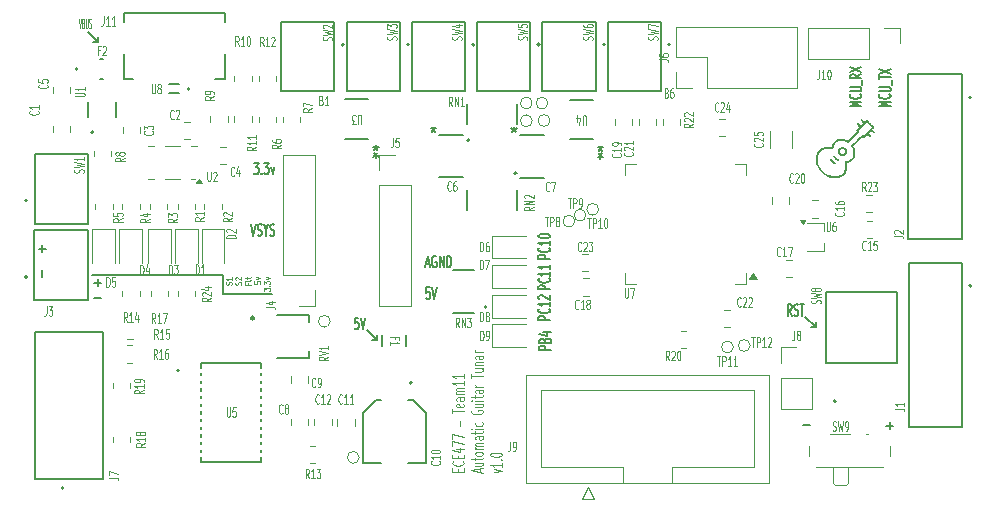
<source format=gbr>
%TF.GenerationSoftware,KiCad,Pcbnew,8.0.8*%
%TF.CreationDate,2025-03-15T04:19:24-04:00*%
%TF.ProjectId,tuner time,74756e65-7220-4746-996d-652e6b696361,rev?*%
%TF.SameCoordinates,Original*%
%TF.FileFunction,Legend,Top*%
%TF.FilePolarity,Positive*%
%FSLAX46Y46*%
G04 Gerber Fmt 4.6, Leading zero omitted, Abs format (unit mm)*
G04 Created by KiCad (PCBNEW 8.0.8) date 2025-03-15 04:19:24*
%MOMM*%
%LPD*%
G01*
G04 APERTURE LIST*
%ADD10C,0.152400*%
%ADD11C,0.150000*%
%ADD12C,0.125000*%
%ADD13C,0.100000*%
%ADD14C,0.200000*%
%ADD15C,0.037500*%
%ADD16C,0.000000*%
%ADD17C,0.120000*%
%ADD18C,0.127000*%
%ADD19C,0.240000*%
G04 APERTURE END LIST*
D10*
X216000000Y-125600000D02*
X216875000Y-126475000D01*
X216875000Y-126475000D02*
X216475000Y-126475000D01*
X216875000Y-126025000D02*
X216875000Y-126475000D01*
D11*
X214834398Y-125494819D02*
X214634398Y-125018628D01*
X214491541Y-125494819D02*
X214491541Y-124494819D01*
X214491541Y-124494819D02*
X214720112Y-124494819D01*
X214720112Y-124494819D02*
X214777255Y-124542438D01*
X214777255Y-124542438D02*
X214805826Y-124590057D01*
X214805826Y-124590057D02*
X214834398Y-124685295D01*
X214834398Y-124685295D02*
X214834398Y-124828152D01*
X214834398Y-124828152D02*
X214805826Y-124923390D01*
X214805826Y-124923390D02*
X214777255Y-124971009D01*
X214777255Y-124971009D02*
X214720112Y-125018628D01*
X214720112Y-125018628D02*
X214491541Y-125018628D01*
X215062969Y-125447200D02*
X215148684Y-125494819D01*
X215148684Y-125494819D02*
X215291541Y-125494819D01*
X215291541Y-125494819D02*
X215348684Y-125447200D01*
X215348684Y-125447200D02*
X215377255Y-125399580D01*
X215377255Y-125399580D02*
X215405826Y-125304342D01*
X215405826Y-125304342D02*
X215405826Y-125209104D01*
X215405826Y-125209104D02*
X215377255Y-125113866D01*
X215377255Y-125113866D02*
X215348684Y-125066247D01*
X215348684Y-125066247D02*
X215291541Y-125018628D01*
X215291541Y-125018628D02*
X215177255Y-124971009D01*
X215177255Y-124971009D02*
X215120112Y-124923390D01*
X215120112Y-124923390D02*
X215091541Y-124875771D01*
X215091541Y-124875771D02*
X215062969Y-124780533D01*
X215062969Y-124780533D02*
X215062969Y-124685295D01*
X215062969Y-124685295D02*
X215091541Y-124590057D01*
X215091541Y-124590057D02*
X215120112Y-124542438D01*
X215120112Y-124542438D02*
X215177255Y-124494819D01*
X215177255Y-124494819D02*
X215320112Y-124494819D01*
X215320112Y-124494819D02*
X215405826Y-124542438D01*
X215577255Y-124494819D02*
X215920113Y-124494819D01*
X215748684Y-125494819D02*
X215748684Y-124494819D01*
X194469819Y-128358458D02*
X193469819Y-128358458D01*
X193469819Y-128358458D02*
X193469819Y-128129887D01*
X193469819Y-128129887D02*
X193517438Y-128072744D01*
X193517438Y-128072744D02*
X193565057Y-128044173D01*
X193565057Y-128044173D02*
X193660295Y-128015601D01*
X193660295Y-128015601D02*
X193803152Y-128015601D01*
X193803152Y-128015601D02*
X193898390Y-128044173D01*
X193898390Y-128044173D02*
X193946009Y-128072744D01*
X193946009Y-128072744D02*
X193993628Y-128129887D01*
X193993628Y-128129887D02*
X193993628Y-128358458D01*
X193946009Y-127558458D02*
X193993628Y-127472744D01*
X193993628Y-127472744D02*
X194041247Y-127444173D01*
X194041247Y-127444173D02*
X194136485Y-127415601D01*
X194136485Y-127415601D02*
X194279342Y-127415601D01*
X194279342Y-127415601D02*
X194374580Y-127444173D01*
X194374580Y-127444173D02*
X194422200Y-127472744D01*
X194422200Y-127472744D02*
X194469819Y-127529887D01*
X194469819Y-127529887D02*
X194469819Y-127758458D01*
X194469819Y-127758458D02*
X193469819Y-127758458D01*
X193469819Y-127758458D02*
X193469819Y-127558458D01*
X193469819Y-127558458D02*
X193517438Y-127501316D01*
X193517438Y-127501316D02*
X193565057Y-127472744D01*
X193565057Y-127472744D02*
X193660295Y-127444173D01*
X193660295Y-127444173D02*
X193755533Y-127444173D01*
X193755533Y-127444173D02*
X193850771Y-127472744D01*
X193850771Y-127472744D02*
X193898390Y-127501316D01*
X193898390Y-127501316D02*
X193946009Y-127558458D01*
X193946009Y-127558458D02*
X193946009Y-127758458D01*
X193803152Y-126901316D02*
X194469819Y-126901316D01*
X193422200Y-127044173D02*
X194136485Y-127187030D01*
X194136485Y-127187030D02*
X194136485Y-126815601D01*
X194394819Y-125833458D02*
X193394819Y-125833458D01*
X193394819Y-125833458D02*
X193394819Y-125604887D01*
X193394819Y-125604887D02*
X193442438Y-125547744D01*
X193442438Y-125547744D02*
X193490057Y-125519173D01*
X193490057Y-125519173D02*
X193585295Y-125490601D01*
X193585295Y-125490601D02*
X193728152Y-125490601D01*
X193728152Y-125490601D02*
X193823390Y-125519173D01*
X193823390Y-125519173D02*
X193871009Y-125547744D01*
X193871009Y-125547744D02*
X193918628Y-125604887D01*
X193918628Y-125604887D02*
X193918628Y-125833458D01*
X194299580Y-124890601D02*
X194347200Y-124919173D01*
X194347200Y-124919173D02*
X194394819Y-125004887D01*
X194394819Y-125004887D02*
X194394819Y-125062030D01*
X194394819Y-125062030D02*
X194347200Y-125147744D01*
X194347200Y-125147744D02*
X194251961Y-125204887D01*
X194251961Y-125204887D02*
X194156723Y-125233458D01*
X194156723Y-125233458D02*
X193966247Y-125262030D01*
X193966247Y-125262030D02*
X193823390Y-125262030D01*
X193823390Y-125262030D02*
X193632914Y-125233458D01*
X193632914Y-125233458D02*
X193537676Y-125204887D01*
X193537676Y-125204887D02*
X193442438Y-125147744D01*
X193442438Y-125147744D02*
X193394819Y-125062030D01*
X193394819Y-125062030D02*
X193394819Y-125004887D01*
X193394819Y-125004887D02*
X193442438Y-124919173D01*
X193442438Y-124919173D02*
X193490057Y-124890601D01*
X194394819Y-124319173D02*
X194394819Y-124662030D01*
X194394819Y-124490601D02*
X193394819Y-124490601D01*
X193394819Y-124490601D02*
X193537676Y-124547744D01*
X193537676Y-124547744D02*
X193632914Y-124604887D01*
X193632914Y-124604887D02*
X193680533Y-124662030D01*
X193490057Y-124090601D02*
X193442438Y-124062029D01*
X193442438Y-124062029D02*
X193394819Y-124004887D01*
X193394819Y-124004887D02*
X193394819Y-123862029D01*
X193394819Y-123862029D02*
X193442438Y-123804887D01*
X193442438Y-123804887D02*
X193490057Y-123776315D01*
X193490057Y-123776315D02*
X193585295Y-123747744D01*
X193585295Y-123747744D02*
X193680533Y-123747744D01*
X193680533Y-123747744D02*
X193823390Y-123776315D01*
X193823390Y-123776315D02*
X194394819Y-124119172D01*
X194394819Y-124119172D02*
X194394819Y-123747744D01*
X194394819Y-123258458D02*
X193394819Y-123258458D01*
X193394819Y-123258458D02*
X193394819Y-123029887D01*
X193394819Y-123029887D02*
X193442438Y-122972744D01*
X193442438Y-122972744D02*
X193490057Y-122944173D01*
X193490057Y-122944173D02*
X193585295Y-122915601D01*
X193585295Y-122915601D02*
X193728152Y-122915601D01*
X193728152Y-122915601D02*
X193823390Y-122944173D01*
X193823390Y-122944173D02*
X193871009Y-122972744D01*
X193871009Y-122972744D02*
X193918628Y-123029887D01*
X193918628Y-123029887D02*
X193918628Y-123258458D01*
X194299580Y-122315601D02*
X194347200Y-122344173D01*
X194347200Y-122344173D02*
X194394819Y-122429887D01*
X194394819Y-122429887D02*
X194394819Y-122487030D01*
X194394819Y-122487030D02*
X194347200Y-122572744D01*
X194347200Y-122572744D02*
X194251961Y-122629887D01*
X194251961Y-122629887D02*
X194156723Y-122658458D01*
X194156723Y-122658458D02*
X193966247Y-122687030D01*
X193966247Y-122687030D02*
X193823390Y-122687030D01*
X193823390Y-122687030D02*
X193632914Y-122658458D01*
X193632914Y-122658458D02*
X193537676Y-122629887D01*
X193537676Y-122629887D02*
X193442438Y-122572744D01*
X193442438Y-122572744D02*
X193394819Y-122487030D01*
X193394819Y-122487030D02*
X193394819Y-122429887D01*
X193394819Y-122429887D02*
X193442438Y-122344173D01*
X193442438Y-122344173D02*
X193490057Y-122315601D01*
X194394819Y-121744173D02*
X194394819Y-122087030D01*
X194394819Y-121915601D02*
X193394819Y-121915601D01*
X193394819Y-121915601D02*
X193537676Y-121972744D01*
X193537676Y-121972744D02*
X193632914Y-122029887D01*
X193632914Y-122029887D02*
X193680533Y-122087030D01*
X194394819Y-121172744D02*
X194394819Y-121515601D01*
X194394819Y-121344172D02*
X193394819Y-121344172D01*
X193394819Y-121344172D02*
X193537676Y-121401315D01*
X193537676Y-121401315D02*
X193632914Y-121458458D01*
X193632914Y-121458458D02*
X193680533Y-121515601D01*
X194394819Y-120658458D02*
X193394819Y-120658458D01*
X193394819Y-120658458D02*
X193394819Y-120429887D01*
X193394819Y-120429887D02*
X193442438Y-120372744D01*
X193442438Y-120372744D02*
X193490057Y-120344173D01*
X193490057Y-120344173D02*
X193585295Y-120315601D01*
X193585295Y-120315601D02*
X193728152Y-120315601D01*
X193728152Y-120315601D02*
X193823390Y-120344173D01*
X193823390Y-120344173D02*
X193871009Y-120372744D01*
X193871009Y-120372744D02*
X193918628Y-120429887D01*
X193918628Y-120429887D02*
X193918628Y-120658458D01*
X194299580Y-119715601D02*
X194347200Y-119744173D01*
X194347200Y-119744173D02*
X194394819Y-119829887D01*
X194394819Y-119829887D02*
X194394819Y-119887030D01*
X194394819Y-119887030D02*
X194347200Y-119972744D01*
X194347200Y-119972744D02*
X194251961Y-120029887D01*
X194251961Y-120029887D02*
X194156723Y-120058458D01*
X194156723Y-120058458D02*
X193966247Y-120087030D01*
X193966247Y-120087030D02*
X193823390Y-120087030D01*
X193823390Y-120087030D02*
X193632914Y-120058458D01*
X193632914Y-120058458D02*
X193537676Y-120029887D01*
X193537676Y-120029887D02*
X193442438Y-119972744D01*
X193442438Y-119972744D02*
X193394819Y-119887030D01*
X193394819Y-119887030D02*
X193394819Y-119829887D01*
X193394819Y-119829887D02*
X193442438Y-119744173D01*
X193442438Y-119744173D02*
X193490057Y-119715601D01*
X194394819Y-119144173D02*
X194394819Y-119487030D01*
X194394819Y-119315601D02*
X193394819Y-119315601D01*
X193394819Y-119315601D02*
X193537676Y-119372744D01*
X193537676Y-119372744D02*
X193632914Y-119429887D01*
X193632914Y-119429887D02*
X193680533Y-119487030D01*
X193394819Y-118772744D02*
X193394819Y-118715601D01*
X193394819Y-118715601D02*
X193442438Y-118658458D01*
X193442438Y-118658458D02*
X193490057Y-118629887D01*
X193490057Y-118629887D02*
X193585295Y-118601315D01*
X193585295Y-118601315D02*
X193775771Y-118572744D01*
X193775771Y-118572744D02*
X194013866Y-118572744D01*
X194013866Y-118572744D02*
X194204342Y-118601315D01*
X194204342Y-118601315D02*
X194299580Y-118629887D01*
X194299580Y-118629887D02*
X194347200Y-118658458D01*
X194347200Y-118658458D02*
X194394819Y-118715601D01*
X194394819Y-118715601D02*
X194394819Y-118772744D01*
X194394819Y-118772744D02*
X194347200Y-118829887D01*
X194347200Y-118829887D02*
X194299580Y-118858458D01*
X194299580Y-118858458D02*
X194204342Y-118887029D01*
X194204342Y-118887029D02*
X194013866Y-118915601D01*
X194013866Y-118915601D02*
X193775771Y-118915601D01*
X193775771Y-118915601D02*
X193585295Y-118887029D01*
X193585295Y-118887029D02*
X193490057Y-118858458D01*
X193490057Y-118858458D02*
X193442438Y-118829887D01*
X193442438Y-118829887D02*
X193394819Y-118772744D01*
X223219819Y-107758458D02*
X222219819Y-107758458D01*
X222219819Y-107758458D02*
X222934104Y-107558458D01*
X222934104Y-107558458D02*
X222219819Y-107358458D01*
X222219819Y-107358458D02*
X223219819Y-107358458D01*
X223124580Y-106729887D02*
X223172200Y-106758459D01*
X223172200Y-106758459D02*
X223219819Y-106844173D01*
X223219819Y-106844173D02*
X223219819Y-106901316D01*
X223219819Y-106901316D02*
X223172200Y-106987030D01*
X223172200Y-106987030D02*
X223076961Y-107044173D01*
X223076961Y-107044173D02*
X222981723Y-107072744D01*
X222981723Y-107072744D02*
X222791247Y-107101316D01*
X222791247Y-107101316D02*
X222648390Y-107101316D01*
X222648390Y-107101316D02*
X222457914Y-107072744D01*
X222457914Y-107072744D02*
X222362676Y-107044173D01*
X222362676Y-107044173D02*
X222267438Y-106987030D01*
X222267438Y-106987030D02*
X222219819Y-106901316D01*
X222219819Y-106901316D02*
X222219819Y-106844173D01*
X222219819Y-106844173D02*
X222267438Y-106758459D01*
X222267438Y-106758459D02*
X222315057Y-106729887D01*
X222219819Y-106472744D02*
X223029342Y-106472744D01*
X223029342Y-106472744D02*
X223124580Y-106444173D01*
X223124580Y-106444173D02*
X223172200Y-106415602D01*
X223172200Y-106415602D02*
X223219819Y-106358459D01*
X223219819Y-106358459D02*
X223219819Y-106244173D01*
X223219819Y-106244173D02*
X223172200Y-106187030D01*
X223172200Y-106187030D02*
X223124580Y-106158459D01*
X223124580Y-106158459D02*
X223029342Y-106129887D01*
X223029342Y-106129887D02*
X222219819Y-106129887D01*
X223315057Y-105987031D02*
X223315057Y-105529888D01*
X222219819Y-105472745D02*
X222219819Y-105129888D01*
X223219819Y-105301316D02*
X222219819Y-105301316D01*
X222219819Y-104987030D02*
X223219819Y-104587030D01*
X222219819Y-104587030D02*
X223219819Y-104987030D01*
X220744819Y-107758458D02*
X219744819Y-107758458D01*
X219744819Y-107758458D02*
X220459104Y-107558458D01*
X220459104Y-107558458D02*
X219744819Y-107358458D01*
X219744819Y-107358458D02*
X220744819Y-107358458D01*
X220649580Y-106729887D02*
X220697200Y-106758459D01*
X220697200Y-106758459D02*
X220744819Y-106844173D01*
X220744819Y-106844173D02*
X220744819Y-106901316D01*
X220744819Y-106901316D02*
X220697200Y-106987030D01*
X220697200Y-106987030D02*
X220601961Y-107044173D01*
X220601961Y-107044173D02*
X220506723Y-107072744D01*
X220506723Y-107072744D02*
X220316247Y-107101316D01*
X220316247Y-107101316D02*
X220173390Y-107101316D01*
X220173390Y-107101316D02*
X219982914Y-107072744D01*
X219982914Y-107072744D02*
X219887676Y-107044173D01*
X219887676Y-107044173D02*
X219792438Y-106987030D01*
X219792438Y-106987030D02*
X219744819Y-106901316D01*
X219744819Y-106901316D02*
X219744819Y-106844173D01*
X219744819Y-106844173D02*
X219792438Y-106758459D01*
X219792438Y-106758459D02*
X219840057Y-106729887D01*
X219744819Y-106472744D02*
X220554342Y-106472744D01*
X220554342Y-106472744D02*
X220649580Y-106444173D01*
X220649580Y-106444173D02*
X220697200Y-106415602D01*
X220697200Y-106415602D02*
X220744819Y-106358459D01*
X220744819Y-106358459D02*
X220744819Y-106244173D01*
X220744819Y-106244173D02*
X220697200Y-106187030D01*
X220697200Y-106187030D02*
X220649580Y-106158459D01*
X220649580Y-106158459D02*
X220554342Y-106129887D01*
X220554342Y-106129887D02*
X219744819Y-106129887D01*
X220840057Y-105987031D02*
X220840057Y-105529888D01*
X220744819Y-105044173D02*
X220268628Y-105244173D01*
X220744819Y-105387030D02*
X219744819Y-105387030D01*
X219744819Y-105387030D02*
X219744819Y-105158459D01*
X219744819Y-105158459D02*
X219792438Y-105101316D01*
X219792438Y-105101316D02*
X219840057Y-105072745D01*
X219840057Y-105072745D02*
X219935295Y-105044173D01*
X219935295Y-105044173D02*
X220078152Y-105044173D01*
X220078152Y-105044173D02*
X220173390Y-105072745D01*
X220173390Y-105072745D02*
X220221009Y-105101316D01*
X220221009Y-105101316D02*
X220268628Y-105158459D01*
X220268628Y-105158459D02*
X220268628Y-105387030D01*
X219744819Y-104844173D02*
X220744819Y-104444173D01*
X219744819Y-104444173D02*
X220744819Y-104844173D01*
D12*
X204247619Y-106619547D02*
X204319047Y-106657642D01*
X204319047Y-106657642D02*
X204342857Y-106695738D01*
X204342857Y-106695738D02*
X204366666Y-106771928D01*
X204366666Y-106771928D02*
X204366666Y-106886214D01*
X204366666Y-106886214D02*
X204342857Y-106962404D01*
X204342857Y-106962404D02*
X204319047Y-107000500D01*
X204319047Y-107000500D02*
X204271428Y-107038595D01*
X204271428Y-107038595D02*
X204080952Y-107038595D01*
X204080952Y-107038595D02*
X204080952Y-106238595D01*
X204080952Y-106238595D02*
X204247619Y-106238595D01*
X204247619Y-106238595D02*
X204295238Y-106276690D01*
X204295238Y-106276690D02*
X204319047Y-106314785D01*
X204319047Y-106314785D02*
X204342857Y-106390976D01*
X204342857Y-106390976D02*
X204342857Y-106467166D01*
X204342857Y-106467166D02*
X204319047Y-106543357D01*
X204319047Y-106543357D02*
X204295238Y-106581452D01*
X204295238Y-106581452D02*
X204247619Y-106619547D01*
X204247619Y-106619547D02*
X204080952Y-106619547D01*
X204795238Y-106238595D02*
X204700000Y-106238595D01*
X204700000Y-106238595D02*
X204652381Y-106276690D01*
X204652381Y-106276690D02*
X204628571Y-106314785D01*
X204628571Y-106314785D02*
X204580952Y-106429071D01*
X204580952Y-106429071D02*
X204557143Y-106581452D01*
X204557143Y-106581452D02*
X204557143Y-106886214D01*
X204557143Y-106886214D02*
X204580952Y-106962404D01*
X204580952Y-106962404D02*
X204604762Y-107000500D01*
X204604762Y-107000500D02*
X204652381Y-107038595D01*
X204652381Y-107038595D02*
X204747619Y-107038595D01*
X204747619Y-107038595D02*
X204795238Y-107000500D01*
X204795238Y-107000500D02*
X204819047Y-106962404D01*
X204819047Y-106962404D02*
X204842857Y-106886214D01*
X204842857Y-106886214D02*
X204842857Y-106695738D01*
X204842857Y-106695738D02*
X204819047Y-106619547D01*
X204819047Y-106619547D02*
X204795238Y-106581452D01*
X204795238Y-106581452D02*
X204747619Y-106543357D01*
X204747619Y-106543357D02*
X204652381Y-106543357D01*
X204652381Y-106543357D02*
X204604762Y-106581452D01*
X204604762Y-106581452D02*
X204580952Y-106619547D01*
X204580952Y-106619547D02*
X204557143Y-106695738D01*
X175022619Y-107250570D02*
X175094047Y-107288665D01*
X175094047Y-107288665D02*
X175117857Y-107326761D01*
X175117857Y-107326761D02*
X175141666Y-107402951D01*
X175141666Y-107402951D02*
X175141666Y-107517237D01*
X175141666Y-107517237D02*
X175117857Y-107593427D01*
X175117857Y-107593427D02*
X175094047Y-107631523D01*
X175094047Y-107631523D02*
X175046428Y-107669618D01*
X175046428Y-107669618D02*
X174855952Y-107669618D01*
X174855952Y-107669618D02*
X174855952Y-106869618D01*
X174855952Y-106869618D02*
X175022619Y-106869618D01*
X175022619Y-106869618D02*
X175070238Y-106907713D01*
X175070238Y-106907713D02*
X175094047Y-106945808D01*
X175094047Y-106945808D02*
X175117857Y-107021999D01*
X175117857Y-107021999D02*
X175117857Y-107098189D01*
X175117857Y-107098189D02*
X175094047Y-107174380D01*
X175094047Y-107174380D02*
X175070238Y-107212475D01*
X175070238Y-107212475D02*
X175022619Y-107250570D01*
X175022619Y-107250570D02*
X174855952Y-107250570D01*
X175617857Y-107669618D02*
X175332143Y-107669618D01*
X175475000Y-107669618D02*
X175475000Y-106869618D01*
X175475000Y-106869618D02*
X175427381Y-106983903D01*
X175427381Y-106983903D02*
X175379762Y-107060094D01*
X175379762Y-107060094D02*
X175332143Y-107098189D01*
D11*
X169334398Y-112519819D02*
X169705826Y-112519819D01*
X169705826Y-112519819D02*
X169505826Y-112900771D01*
X169505826Y-112900771D02*
X169591541Y-112900771D01*
X169591541Y-112900771D02*
X169648684Y-112948390D01*
X169648684Y-112948390D02*
X169677255Y-112996009D01*
X169677255Y-112996009D02*
X169705826Y-113091247D01*
X169705826Y-113091247D02*
X169705826Y-113329342D01*
X169705826Y-113329342D02*
X169677255Y-113424580D01*
X169677255Y-113424580D02*
X169648684Y-113472200D01*
X169648684Y-113472200D02*
X169591541Y-113519819D01*
X169591541Y-113519819D02*
X169420112Y-113519819D01*
X169420112Y-113519819D02*
X169362969Y-113472200D01*
X169362969Y-113472200D02*
X169334398Y-113424580D01*
X169962970Y-113424580D02*
X169991541Y-113472200D01*
X169991541Y-113472200D02*
X169962970Y-113519819D01*
X169962970Y-113519819D02*
X169934398Y-113472200D01*
X169934398Y-113472200D02*
X169962970Y-113424580D01*
X169962970Y-113424580D02*
X169962970Y-113519819D01*
X170191541Y-112519819D02*
X170562969Y-112519819D01*
X170562969Y-112519819D02*
X170362969Y-112900771D01*
X170362969Y-112900771D02*
X170448684Y-112900771D01*
X170448684Y-112900771D02*
X170505827Y-112948390D01*
X170505827Y-112948390D02*
X170534398Y-112996009D01*
X170534398Y-112996009D02*
X170562969Y-113091247D01*
X170562969Y-113091247D02*
X170562969Y-113329342D01*
X170562969Y-113329342D02*
X170534398Y-113424580D01*
X170534398Y-113424580D02*
X170505827Y-113472200D01*
X170505827Y-113472200D02*
X170448684Y-113519819D01*
X170448684Y-113519819D02*
X170277255Y-113519819D01*
X170277255Y-113519819D02*
X170220112Y-113472200D01*
X170220112Y-113472200D02*
X170191541Y-113424580D01*
X170762970Y-112853152D02*
X170905827Y-113519819D01*
X170905827Y-113519819D02*
X171048684Y-112853152D01*
X169055826Y-117719819D02*
X169255826Y-118719819D01*
X169255826Y-118719819D02*
X169455826Y-117719819D01*
X169627255Y-118672200D02*
X169712970Y-118719819D01*
X169712970Y-118719819D02*
X169855827Y-118719819D01*
X169855827Y-118719819D02*
X169912970Y-118672200D01*
X169912970Y-118672200D02*
X169941541Y-118624580D01*
X169941541Y-118624580D02*
X169970112Y-118529342D01*
X169970112Y-118529342D02*
X169970112Y-118434104D01*
X169970112Y-118434104D02*
X169941541Y-118338866D01*
X169941541Y-118338866D02*
X169912970Y-118291247D01*
X169912970Y-118291247D02*
X169855827Y-118243628D01*
X169855827Y-118243628D02*
X169741541Y-118196009D01*
X169741541Y-118196009D02*
X169684398Y-118148390D01*
X169684398Y-118148390D02*
X169655827Y-118100771D01*
X169655827Y-118100771D02*
X169627255Y-118005533D01*
X169627255Y-118005533D02*
X169627255Y-117910295D01*
X169627255Y-117910295D02*
X169655827Y-117815057D01*
X169655827Y-117815057D02*
X169684398Y-117767438D01*
X169684398Y-117767438D02*
X169741541Y-117719819D01*
X169741541Y-117719819D02*
X169884398Y-117719819D01*
X169884398Y-117719819D02*
X169970112Y-117767438D01*
X170341541Y-118243628D02*
X170341541Y-118719819D01*
X170141541Y-117719819D02*
X170341541Y-118243628D01*
X170341541Y-118243628D02*
X170541541Y-117719819D01*
X170712970Y-118672200D02*
X170798685Y-118719819D01*
X170798685Y-118719819D02*
X170941542Y-118719819D01*
X170941542Y-118719819D02*
X170998685Y-118672200D01*
X170998685Y-118672200D02*
X171027256Y-118624580D01*
X171027256Y-118624580D02*
X171055827Y-118529342D01*
X171055827Y-118529342D02*
X171055827Y-118434104D01*
X171055827Y-118434104D02*
X171027256Y-118338866D01*
X171027256Y-118338866D02*
X170998685Y-118291247D01*
X170998685Y-118291247D02*
X170941542Y-118243628D01*
X170941542Y-118243628D02*
X170827256Y-118196009D01*
X170827256Y-118196009D02*
X170770113Y-118148390D01*
X170770113Y-118148390D02*
X170741542Y-118100771D01*
X170741542Y-118100771D02*
X170712970Y-118005533D01*
X170712970Y-118005533D02*
X170712970Y-117910295D01*
X170712970Y-117910295D02*
X170741542Y-117815057D01*
X170741542Y-117815057D02*
X170770113Y-117767438D01*
X170770113Y-117767438D02*
X170827256Y-117719819D01*
X170827256Y-117719819D02*
X170970113Y-117719819D01*
X170970113Y-117719819D02*
X171055827Y-117767438D01*
X183887969Y-121109104D02*
X184173684Y-121109104D01*
X183830826Y-121394819D02*
X184030826Y-120394819D01*
X184030826Y-120394819D02*
X184230826Y-121394819D01*
X184745112Y-120442438D02*
X184687970Y-120394819D01*
X184687970Y-120394819D02*
X184602255Y-120394819D01*
X184602255Y-120394819D02*
X184516541Y-120442438D01*
X184516541Y-120442438D02*
X184459398Y-120537676D01*
X184459398Y-120537676D02*
X184430827Y-120632914D01*
X184430827Y-120632914D02*
X184402255Y-120823390D01*
X184402255Y-120823390D02*
X184402255Y-120966247D01*
X184402255Y-120966247D02*
X184430827Y-121156723D01*
X184430827Y-121156723D02*
X184459398Y-121251961D01*
X184459398Y-121251961D02*
X184516541Y-121347200D01*
X184516541Y-121347200D02*
X184602255Y-121394819D01*
X184602255Y-121394819D02*
X184659398Y-121394819D01*
X184659398Y-121394819D02*
X184745112Y-121347200D01*
X184745112Y-121347200D02*
X184773684Y-121299580D01*
X184773684Y-121299580D02*
X184773684Y-120966247D01*
X184773684Y-120966247D02*
X184659398Y-120966247D01*
X185030827Y-121394819D02*
X185030827Y-120394819D01*
X185030827Y-120394819D02*
X185373684Y-121394819D01*
X185373684Y-121394819D02*
X185373684Y-120394819D01*
X185659398Y-121394819D02*
X185659398Y-120394819D01*
X185659398Y-120394819D02*
X185802255Y-120394819D01*
X185802255Y-120394819D02*
X185887969Y-120442438D01*
X185887969Y-120442438D02*
X185945112Y-120537676D01*
X185945112Y-120537676D02*
X185973683Y-120632914D01*
X185973683Y-120632914D02*
X186002255Y-120823390D01*
X186002255Y-120823390D02*
X186002255Y-120966247D01*
X186002255Y-120966247D02*
X185973683Y-121156723D01*
X185973683Y-121156723D02*
X185945112Y-121251961D01*
X185945112Y-121251961D02*
X185887969Y-121347200D01*
X185887969Y-121347200D02*
X185802255Y-121394819D01*
X185802255Y-121394819D02*
X185659398Y-121394819D01*
X184202255Y-123069819D02*
X183916541Y-123069819D01*
X183916541Y-123069819D02*
X183887969Y-123546009D01*
X183887969Y-123546009D02*
X183916541Y-123498390D01*
X183916541Y-123498390D02*
X183973684Y-123450771D01*
X183973684Y-123450771D02*
X184116541Y-123450771D01*
X184116541Y-123450771D02*
X184173684Y-123498390D01*
X184173684Y-123498390D02*
X184202255Y-123546009D01*
X184202255Y-123546009D02*
X184230826Y-123641247D01*
X184230826Y-123641247D02*
X184230826Y-123879342D01*
X184230826Y-123879342D02*
X184202255Y-123974580D01*
X184202255Y-123974580D02*
X184173684Y-124022200D01*
X184173684Y-124022200D02*
X184116541Y-124069819D01*
X184116541Y-124069819D02*
X183973684Y-124069819D01*
X183973684Y-124069819D02*
X183916541Y-124022200D01*
X183916541Y-124022200D02*
X183887969Y-123974580D01*
X184402255Y-123069819D02*
X184602255Y-124069819D01*
X184602255Y-124069819D02*
X184802255Y-123069819D01*
D13*
X186578721Y-138691353D02*
X186578721Y-138491353D01*
X187102531Y-138405639D02*
X187102531Y-138691353D01*
X187102531Y-138691353D02*
X186102531Y-138691353D01*
X186102531Y-138691353D02*
X186102531Y-138405639D01*
X187007292Y-137805639D02*
X187054912Y-137834211D01*
X187054912Y-137834211D02*
X187102531Y-137919925D01*
X187102531Y-137919925D02*
X187102531Y-137977068D01*
X187102531Y-137977068D02*
X187054912Y-138062782D01*
X187054912Y-138062782D02*
X186959673Y-138119925D01*
X186959673Y-138119925D02*
X186864435Y-138148496D01*
X186864435Y-138148496D02*
X186673959Y-138177068D01*
X186673959Y-138177068D02*
X186531102Y-138177068D01*
X186531102Y-138177068D02*
X186340626Y-138148496D01*
X186340626Y-138148496D02*
X186245388Y-138119925D01*
X186245388Y-138119925D02*
X186150150Y-138062782D01*
X186150150Y-138062782D02*
X186102531Y-137977068D01*
X186102531Y-137977068D02*
X186102531Y-137919925D01*
X186102531Y-137919925D02*
X186150150Y-137834211D01*
X186150150Y-137834211D02*
X186197769Y-137805639D01*
X186578721Y-137548496D02*
X186578721Y-137348496D01*
X187102531Y-137262782D02*
X187102531Y-137548496D01*
X187102531Y-137548496D02*
X186102531Y-137548496D01*
X186102531Y-137548496D02*
X186102531Y-137262782D01*
X186435864Y-136748497D02*
X187102531Y-136748497D01*
X186054912Y-136891354D02*
X186769197Y-137034211D01*
X186769197Y-137034211D02*
X186769197Y-136662782D01*
X186102531Y-136491353D02*
X186102531Y-136091353D01*
X186102531Y-136091353D02*
X187102531Y-136348496D01*
X186102531Y-135919924D02*
X186102531Y-135519924D01*
X186102531Y-135519924D02*
X187102531Y-135777067D01*
X186721578Y-134834209D02*
X186721578Y-134377067D01*
X186102531Y-133719924D02*
X186102531Y-133377067D01*
X187102531Y-133548495D02*
X186102531Y-133548495D01*
X187054912Y-132948495D02*
X187102531Y-133005638D01*
X187102531Y-133005638D02*
X187102531Y-133119924D01*
X187102531Y-133119924D02*
X187054912Y-133177066D01*
X187054912Y-133177066D02*
X186959673Y-133205638D01*
X186959673Y-133205638D02*
X186578721Y-133205638D01*
X186578721Y-133205638D02*
X186483483Y-133177066D01*
X186483483Y-133177066D02*
X186435864Y-133119924D01*
X186435864Y-133119924D02*
X186435864Y-133005638D01*
X186435864Y-133005638D02*
X186483483Y-132948495D01*
X186483483Y-132948495D02*
X186578721Y-132919924D01*
X186578721Y-132919924D02*
X186673959Y-132919924D01*
X186673959Y-132919924D02*
X186769197Y-133205638D01*
X187102531Y-132405638D02*
X186578721Y-132405638D01*
X186578721Y-132405638D02*
X186483483Y-132434209D01*
X186483483Y-132434209D02*
X186435864Y-132491352D01*
X186435864Y-132491352D02*
X186435864Y-132605638D01*
X186435864Y-132605638D02*
X186483483Y-132662780D01*
X187054912Y-132405638D02*
X187102531Y-132462780D01*
X187102531Y-132462780D02*
X187102531Y-132605638D01*
X187102531Y-132605638D02*
X187054912Y-132662780D01*
X187054912Y-132662780D02*
X186959673Y-132691352D01*
X186959673Y-132691352D02*
X186864435Y-132691352D01*
X186864435Y-132691352D02*
X186769197Y-132662780D01*
X186769197Y-132662780D02*
X186721578Y-132605638D01*
X186721578Y-132605638D02*
X186721578Y-132462780D01*
X186721578Y-132462780D02*
X186673959Y-132405638D01*
X187102531Y-132119923D02*
X186435864Y-132119923D01*
X186531102Y-132119923D02*
X186483483Y-132091352D01*
X186483483Y-132091352D02*
X186435864Y-132034209D01*
X186435864Y-132034209D02*
X186435864Y-131948495D01*
X186435864Y-131948495D02*
X186483483Y-131891352D01*
X186483483Y-131891352D02*
X186578721Y-131862781D01*
X186578721Y-131862781D02*
X187102531Y-131862781D01*
X186578721Y-131862781D02*
X186483483Y-131834209D01*
X186483483Y-131834209D02*
X186435864Y-131777066D01*
X186435864Y-131777066D02*
X186435864Y-131691352D01*
X186435864Y-131691352D02*
X186483483Y-131634209D01*
X186483483Y-131634209D02*
X186578721Y-131605638D01*
X186578721Y-131605638D02*
X187102531Y-131605638D01*
X187102531Y-131005638D02*
X187102531Y-131348495D01*
X187102531Y-131177066D02*
X186102531Y-131177066D01*
X186102531Y-131177066D02*
X186245388Y-131234209D01*
X186245388Y-131234209D02*
X186340626Y-131291352D01*
X186340626Y-131291352D02*
X186388245Y-131348495D01*
X187102531Y-130434209D02*
X187102531Y-130777066D01*
X187102531Y-130605637D02*
X186102531Y-130605637D01*
X186102531Y-130605637D02*
X186245388Y-130662780D01*
X186245388Y-130662780D02*
X186340626Y-130719923D01*
X186340626Y-130719923D02*
X186388245Y-130777066D01*
X188426760Y-138719925D02*
X188426760Y-138434211D01*
X188712475Y-138777068D02*
X187712475Y-138577068D01*
X187712475Y-138577068D02*
X188712475Y-138377068D01*
X188045808Y-137919925D02*
X188712475Y-137919925D01*
X188045808Y-138177067D02*
X188569617Y-138177067D01*
X188569617Y-138177067D02*
X188664856Y-138148496D01*
X188664856Y-138148496D02*
X188712475Y-138091353D01*
X188712475Y-138091353D02*
X188712475Y-138005639D01*
X188712475Y-138005639D02*
X188664856Y-137948496D01*
X188664856Y-137948496D02*
X188617236Y-137919925D01*
X188045808Y-137719925D02*
X188045808Y-137491353D01*
X187712475Y-137634210D02*
X188569617Y-137634210D01*
X188569617Y-137634210D02*
X188664856Y-137605639D01*
X188664856Y-137605639D02*
X188712475Y-137548496D01*
X188712475Y-137548496D02*
X188712475Y-137491353D01*
X188712475Y-137205639D02*
X188664856Y-137262782D01*
X188664856Y-137262782D02*
X188617236Y-137291353D01*
X188617236Y-137291353D02*
X188521998Y-137319925D01*
X188521998Y-137319925D02*
X188236284Y-137319925D01*
X188236284Y-137319925D02*
X188141046Y-137291353D01*
X188141046Y-137291353D02*
X188093427Y-137262782D01*
X188093427Y-137262782D02*
X188045808Y-137205639D01*
X188045808Y-137205639D02*
X188045808Y-137119925D01*
X188045808Y-137119925D02*
X188093427Y-137062782D01*
X188093427Y-137062782D02*
X188141046Y-137034211D01*
X188141046Y-137034211D02*
X188236284Y-137005639D01*
X188236284Y-137005639D02*
X188521998Y-137005639D01*
X188521998Y-137005639D02*
X188617236Y-137034211D01*
X188617236Y-137034211D02*
X188664856Y-137062782D01*
X188664856Y-137062782D02*
X188712475Y-137119925D01*
X188712475Y-137119925D02*
X188712475Y-137205639D01*
X188712475Y-136748496D02*
X188045808Y-136748496D01*
X188141046Y-136748496D02*
X188093427Y-136719925D01*
X188093427Y-136719925D02*
X188045808Y-136662782D01*
X188045808Y-136662782D02*
X188045808Y-136577068D01*
X188045808Y-136577068D02*
X188093427Y-136519925D01*
X188093427Y-136519925D02*
X188188665Y-136491354D01*
X188188665Y-136491354D02*
X188712475Y-136491354D01*
X188188665Y-136491354D02*
X188093427Y-136462782D01*
X188093427Y-136462782D02*
X188045808Y-136405639D01*
X188045808Y-136405639D02*
X188045808Y-136319925D01*
X188045808Y-136319925D02*
X188093427Y-136262782D01*
X188093427Y-136262782D02*
X188188665Y-136234211D01*
X188188665Y-136234211D02*
X188712475Y-136234211D01*
X188712475Y-135691354D02*
X188188665Y-135691354D01*
X188188665Y-135691354D02*
X188093427Y-135719925D01*
X188093427Y-135719925D02*
X188045808Y-135777068D01*
X188045808Y-135777068D02*
X188045808Y-135891354D01*
X188045808Y-135891354D02*
X188093427Y-135948496D01*
X188664856Y-135691354D02*
X188712475Y-135748496D01*
X188712475Y-135748496D02*
X188712475Y-135891354D01*
X188712475Y-135891354D02*
X188664856Y-135948496D01*
X188664856Y-135948496D02*
X188569617Y-135977068D01*
X188569617Y-135977068D02*
X188474379Y-135977068D01*
X188474379Y-135977068D02*
X188379141Y-135948496D01*
X188379141Y-135948496D02*
X188331522Y-135891354D01*
X188331522Y-135891354D02*
X188331522Y-135748496D01*
X188331522Y-135748496D02*
X188283903Y-135691354D01*
X188045808Y-135491354D02*
X188045808Y-135262782D01*
X187712475Y-135405639D02*
X188569617Y-135405639D01*
X188569617Y-135405639D02*
X188664856Y-135377068D01*
X188664856Y-135377068D02*
X188712475Y-135319925D01*
X188712475Y-135319925D02*
X188712475Y-135262782D01*
X188712475Y-135062782D02*
X188045808Y-135062782D01*
X187712475Y-135062782D02*
X187760094Y-135091354D01*
X187760094Y-135091354D02*
X187807713Y-135062782D01*
X187807713Y-135062782D02*
X187760094Y-135034211D01*
X187760094Y-135034211D02*
X187712475Y-135062782D01*
X187712475Y-135062782D02*
X187807713Y-135062782D01*
X188664856Y-134519926D02*
X188712475Y-134577068D01*
X188712475Y-134577068D02*
X188712475Y-134691354D01*
X188712475Y-134691354D02*
X188664856Y-134748497D01*
X188664856Y-134748497D02*
X188617236Y-134777068D01*
X188617236Y-134777068D02*
X188521998Y-134805640D01*
X188521998Y-134805640D02*
X188236284Y-134805640D01*
X188236284Y-134805640D02*
X188141046Y-134777068D01*
X188141046Y-134777068D02*
X188093427Y-134748497D01*
X188093427Y-134748497D02*
X188045808Y-134691354D01*
X188045808Y-134691354D02*
X188045808Y-134577068D01*
X188045808Y-134577068D02*
X188093427Y-134519926D01*
X187760094Y-133491354D02*
X187712475Y-133548497D01*
X187712475Y-133548497D02*
X187712475Y-133634211D01*
X187712475Y-133634211D02*
X187760094Y-133719925D01*
X187760094Y-133719925D02*
X187855332Y-133777068D01*
X187855332Y-133777068D02*
X187950570Y-133805639D01*
X187950570Y-133805639D02*
X188141046Y-133834211D01*
X188141046Y-133834211D02*
X188283903Y-133834211D01*
X188283903Y-133834211D02*
X188474379Y-133805639D01*
X188474379Y-133805639D02*
X188569617Y-133777068D01*
X188569617Y-133777068D02*
X188664856Y-133719925D01*
X188664856Y-133719925D02*
X188712475Y-133634211D01*
X188712475Y-133634211D02*
X188712475Y-133577068D01*
X188712475Y-133577068D02*
X188664856Y-133491354D01*
X188664856Y-133491354D02*
X188617236Y-133462782D01*
X188617236Y-133462782D02*
X188283903Y-133462782D01*
X188283903Y-133462782D02*
X188283903Y-133577068D01*
X188045808Y-132948497D02*
X188712475Y-132948497D01*
X188045808Y-133205639D02*
X188569617Y-133205639D01*
X188569617Y-133205639D02*
X188664856Y-133177068D01*
X188664856Y-133177068D02*
X188712475Y-133119925D01*
X188712475Y-133119925D02*
X188712475Y-133034211D01*
X188712475Y-133034211D02*
X188664856Y-132977068D01*
X188664856Y-132977068D02*
X188617236Y-132948497D01*
X188712475Y-132662782D02*
X188045808Y-132662782D01*
X187712475Y-132662782D02*
X187760094Y-132691354D01*
X187760094Y-132691354D02*
X187807713Y-132662782D01*
X187807713Y-132662782D02*
X187760094Y-132634211D01*
X187760094Y-132634211D02*
X187712475Y-132662782D01*
X187712475Y-132662782D02*
X187807713Y-132662782D01*
X188045808Y-132462783D02*
X188045808Y-132234211D01*
X187712475Y-132377068D02*
X188569617Y-132377068D01*
X188569617Y-132377068D02*
X188664856Y-132348497D01*
X188664856Y-132348497D02*
X188712475Y-132291354D01*
X188712475Y-132291354D02*
X188712475Y-132234211D01*
X188712475Y-131777069D02*
X188188665Y-131777069D01*
X188188665Y-131777069D02*
X188093427Y-131805640D01*
X188093427Y-131805640D02*
X188045808Y-131862783D01*
X188045808Y-131862783D02*
X188045808Y-131977069D01*
X188045808Y-131977069D02*
X188093427Y-132034211D01*
X188664856Y-131777069D02*
X188712475Y-131834211D01*
X188712475Y-131834211D02*
X188712475Y-131977069D01*
X188712475Y-131977069D02*
X188664856Y-132034211D01*
X188664856Y-132034211D02*
X188569617Y-132062783D01*
X188569617Y-132062783D02*
X188474379Y-132062783D01*
X188474379Y-132062783D02*
X188379141Y-132034211D01*
X188379141Y-132034211D02*
X188331522Y-131977069D01*
X188331522Y-131977069D02*
X188331522Y-131834211D01*
X188331522Y-131834211D02*
X188283903Y-131777069D01*
X188712475Y-131491354D02*
X188045808Y-131491354D01*
X188236284Y-131491354D02*
X188141046Y-131462783D01*
X188141046Y-131462783D02*
X188093427Y-131434212D01*
X188093427Y-131434212D02*
X188045808Y-131377069D01*
X188045808Y-131377069D02*
X188045808Y-131319926D01*
X187712475Y-130748497D02*
X187712475Y-130405640D01*
X188712475Y-130577068D02*
X187712475Y-130577068D01*
X188045808Y-129948497D02*
X188712475Y-129948497D01*
X188045808Y-130205639D02*
X188569617Y-130205639D01*
X188569617Y-130205639D02*
X188664856Y-130177068D01*
X188664856Y-130177068D02*
X188712475Y-130119925D01*
X188712475Y-130119925D02*
X188712475Y-130034211D01*
X188712475Y-130034211D02*
X188664856Y-129977068D01*
X188664856Y-129977068D02*
X188617236Y-129948497D01*
X188045808Y-129662782D02*
X188712475Y-129662782D01*
X188141046Y-129662782D02*
X188093427Y-129634211D01*
X188093427Y-129634211D02*
X188045808Y-129577068D01*
X188045808Y-129577068D02*
X188045808Y-129491354D01*
X188045808Y-129491354D02*
X188093427Y-129434211D01*
X188093427Y-129434211D02*
X188188665Y-129405640D01*
X188188665Y-129405640D02*
X188712475Y-129405640D01*
X188712475Y-128862783D02*
X188188665Y-128862783D01*
X188188665Y-128862783D02*
X188093427Y-128891354D01*
X188093427Y-128891354D02*
X188045808Y-128948497D01*
X188045808Y-128948497D02*
X188045808Y-129062783D01*
X188045808Y-129062783D02*
X188093427Y-129119925D01*
X188664856Y-128862783D02*
X188712475Y-128919925D01*
X188712475Y-128919925D02*
X188712475Y-129062783D01*
X188712475Y-129062783D02*
X188664856Y-129119925D01*
X188664856Y-129119925D02*
X188569617Y-129148497D01*
X188569617Y-129148497D02*
X188474379Y-129148497D01*
X188474379Y-129148497D02*
X188379141Y-129119925D01*
X188379141Y-129119925D02*
X188331522Y-129062783D01*
X188331522Y-129062783D02*
X188331522Y-128919925D01*
X188331522Y-128919925D02*
X188283903Y-128862783D01*
X188712475Y-128577068D02*
X188045808Y-128577068D01*
X188236284Y-128577068D02*
X188141046Y-128548497D01*
X188141046Y-128548497D02*
X188093427Y-128519926D01*
X188093427Y-128519926D02*
X188045808Y-128462783D01*
X188045808Y-128462783D02*
X188045808Y-128405640D01*
X189655752Y-138748496D02*
X190322419Y-138605639D01*
X190322419Y-138605639D02*
X189655752Y-138462782D01*
X190322419Y-137919925D02*
X190322419Y-138262782D01*
X190322419Y-138091353D02*
X189322419Y-138091353D01*
X189322419Y-138091353D02*
X189465276Y-138148496D01*
X189465276Y-138148496D02*
X189560514Y-138205639D01*
X189560514Y-138205639D02*
X189608133Y-138262782D01*
X190227180Y-137662781D02*
X190274800Y-137634210D01*
X190274800Y-137634210D02*
X190322419Y-137662781D01*
X190322419Y-137662781D02*
X190274800Y-137691353D01*
X190274800Y-137691353D02*
X190227180Y-137662781D01*
X190227180Y-137662781D02*
X190322419Y-137662781D01*
X189322419Y-137262782D02*
X189322419Y-137205639D01*
X189322419Y-137205639D02*
X189370038Y-137148496D01*
X189370038Y-137148496D02*
X189417657Y-137119925D01*
X189417657Y-137119925D02*
X189512895Y-137091353D01*
X189512895Y-137091353D02*
X189703371Y-137062782D01*
X189703371Y-137062782D02*
X189941466Y-137062782D01*
X189941466Y-137062782D02*
X190131942Y-137091353D01*
X190131942Y-137091353D02*
X190227180Y-137119925D01*
X190227180Y-137119925D02*
X190274800Y-137148496D01*
X190274800Y-137148496D02*
X190322419Y-137205639D01*
X190322419Y-137205639D02*
X190322419Y-137262782D01*
X190322419Y-137262782D02*
X190274800Y-137319925D01*
X190274800Y-137319925D02*
X190227180Y-137348496D01*
X190227180Y-137348496D02*
X190131942Y-137377067D01*
X190131942Y-137377067D02*
X189941466Y-137405639D01*
X189941466Y-137405639D02*
X189703371Y-137405639D01*
X189703371Y-137405639D02*
X189512895Y-137377067D01*
X189512895Y-137377067D02*
X189417657Y-137348496D01*
X189417657Y-137348496D02*
X189370038Y-137319925D01*
X189370038Y-137319925D02*
X189322419Y-137262782D01*
D10*
X178850000Y-126650000D02*
X179725000Y-127525000D01*
X179725000Y-127075000D02*
X179725000Y-127525000D01*
X179725000Y-127525000D02*
X179325000Y-127525000D01*
D11*
X178152255Y-125644819D02*
X177866541Y-125644819D01*
X177866541Y-125644819D02*
X177837969Y-126121009D01*
X177837969Y-126121009D02*
X177866541Y-126073390D01*
X177866541Y-126073390D02*
X177923684Y-126025771D01*
X177923684Y-126025771D02*
X178066541Y-126025771D01*
X178066541Y-126025771D02*
X178123684Y-126073390D01*
X178123684Y-126073390D02*
X178152255Y-126121009D01*
X178152255Y-126121009D02*
X178180826Y-126216247D01*
X178180826Y-126216247D02*
X178180826Y-126454342D01*
X178180826Y-126454342D02*
X178152255Y-126549580D01*
X178152255Y-126549580D02*
X178123684Y-126597200D01*
X178123684Y-126597200D02*
X178066541Y-126644819D01*
X178066541Y-126644819D02*
X177923684Y-126644819D01*
X177923684Y-126644819D02*
X177866541Y-126597200D01*
X177866541Y-126597200D02*
X177837969Y-126549580D01*
X178352255Y-125644819D02*
X178552255Y-126644819D01*
X178552255Y-126644819D02*
X178752255Y-125644819D01*
D14*
X151386933Y-122177945D02*
X151386933Y-121568422D01*
X151097054Y-119811933D02*
X151706578Y-119811933D01*
X151401816Y-120116695D02*
X151401816Y-119507171D01*
X155797054Y-122698978D02*
X156406578Y-122698978D01*
X156101816Y-123003740D02*
X156101816Y-122394216D01*
X155797054Y-123986933D02*
X156406578Y-123986933D01*
X215822054Y-134761933D02*
X216431578Y-134761933D01*
X222847054Y-134786933D02*
X223456578Y-134786933D01*
X223151816Y-135091695D02*
X223151816Y-134482171D01*
D15*
X154478242Y-100325145D02*
X154578242Y-101125145D01*
X154578242Y-101125145D02*
X154678242Y-100325145D01*
X154878242Y-100706097D02*
X154921099Y-100744192D01*
X154921099Y-100744192D02*
X154935385Y-100782288D01*
X154935385Y-100782288D02*
X154949671Y-100858478D01*
X154949671Y-100858478D02*
X154949671Y-100972764D01*
X154949671Y-100972764D02*
X154935385Y-101048954D01*
X154935385Y-101048954D02*
X154921099Y-101087050D01*
X154921099Y-101087050D02*
X154892528Y-101125145D01*
X154892528Y-101125145D02*
X154778242Y-101125145D01*
X154778242Y-101125145D02*
X154778242Y-100325145D01*
X154778242Y-100325145D02*
X154878242Y-100325145D01*
X154878242Y-100325145D02*
X154906814Y-100363240D01*
X154906814Y-100363240D02*
X154921099Y-100401335D01*
X154921099Y-100401335D02*
X154935385Y-100477526D01*
X154935385Y-100477526D02*
X154935385Y-100553716D01*
X154935385Y-100553716D02*
X154921099Y-100629907D01*
X154921099Y-100629907D02*
X154906814Y-100668002D01*
X154906814Y-100668002D02*
X154878242Y-100706097D01*
X154878242Y-100706097D02*
X154778242Y-100706097D01*
X155078242Y-100325145D02*
X155078242Y-100972764D01*
X155078242Y-100972764D02*
X155092528Y-101048954D01*
X155092528Y-101048954D02*
X155106814Y-101087050D01*
X155106814Y-101087050D02*
X155135385Y-101125145D01*
X155135385Y-101125145D02*
X155192528Y-101125145D01*
X155192528Y-101125145D02*
X155221099Y-101087050D01*
X155221099Y-101087050D02*
X155235385Y-101048954D01*
X155235385Y-101048954D02*
X155249671Y-100972764D01*
X155249671Y-100972764D02*
X155249671Y-100325145D01*
X155378242Y-101087050D02*
X155421100Y-101125145D01*
X155421100Y-101125145D02*
X155492528Y-101125145D01*
X155492528Y-101125145D02*
X155521100Y-101087050D01*
X155521100Y-101087050D02*
X155535385Y-101048954D01*
X155535385Y-101048954D02*
X155549671Y-100972764D01*
X155549671Y-100972764D02*
X155549671Y-100896573D01*
X155549671Y-100896573D02*
X155535385Y-100820383D01*
X155535385Y-100820383D02*
X155521100Y-100782288D01*
X155521100Y-100782288D02*
X155492528Y-100744192D01*
X155492528Y-100744192D02*
X155435385Y-100706097D01*
X155435385Y-100706097D02*
X155406814Y-100668002D01*
X155406814Y-100668002D02*
X155392528Y-100629907D01*
X155392528Y-100629907D02*
X155378242Y-100553716D01*
X155378242Y-100553716D02*
X155378242Y-100477526D01*
X155378242Y-100477526D02*
X155392528Y-100401335D01*
X155392528Y-100401335D02*
X155406814Y-100363240D01*
X155406814Y-100363240D02*
X155435385Y-100325145D01*
X155435385Y-100325145D02*
X155506814Y-100325145D01*
X155506814Y-100325145D02*
X155549671Y-100363240D01*
D10*
X156100000Y-102300000D02*
X155700000Y-102300000D01*
X156100000Y-101850000D02*
X156100000Y-102300000D01*
X156100000Y-102300000D02*
X156100000Y-101850000D01*
X155225000Y-101425000D02*
X156100000Y-102300000D01*
X166675000Y-123662500D02*
X170875000Y-123662500D01*
X166700000Y-122025000D02*
X155625000Y-122025000D01*
X166675000Y-123662500D02*
X166675000Y-122037500D01*
D13*
X167414912Y-122851502D02*
X167438721Y-122794359D01*
X167438721Y-122794359D02*
X167438721Y-122699121D01*
X167438721Y-122699121D02*
X167414912Y-122661026D01*
X167414912Y-122661026D02*
X167391102Y-122641978D01*
X167391102Y-122641978D02*
X167343483Y-122622931D01*
X167343483Y-122622931D02*
X167295864Y-122622931D01*
X167295864Y-122622931D02*
X167248245Y-122641978D01*
X167248245Y-122641978D02*
X167224435Y-122661026D01*
X167224435Y-122661026D02*
X167200626Y-122699121D01*
X167200626Y-122699121D02*
X167176816Y-122775312D01*
X167176816Y-122775312D02*
X167153007Y-122813407D01*
X167153007Y-122813407D02*
X167129197Y-122832454D01*
X167129197Y-122832454D02*
X167081578Y-122851502D01*
X167081578Y-122851502D02*
X167033959Y-122851502D01*
X167033959Y-122851502D02*
X166986340Y-122832454D01*
X166986340Y-122832454D02*
X166962531Y-122813407D01*
X166962531Y-122813407D02*
X166938721Y-122775312D01*
X166938721Y-122775312D02*
X166938721Y-122680073D01*
X166938721Y-122680073D02*
X166962531Y-122622931D01*
X167438721Y-122241979D02*
X167438721Y-122470550D01*
X167438721Y-122356264D02*
X166938721Y-122356264D01*
X166938721Y-122356264D02*
X167010150Y-122394360D01*
X167010150Y-122394360D02*
X167057769Y-122432455D01*
X167057769Y-122432455D02*
X167081578Y-122470550D01*
X168219884Y-122851502D02*
X168243693Y-122794359D01*
X168243693Y-122794359D02*
X168243693Y-122699121D01*
X168243693Y-122699121D02*
X168219884Y-122661026D01*
X168219884Y-122661026D02*
X168196074Y-122641978D01*
X168196074Y-122641978D02*
X168148455Y-122622931D01*
X168148455Y-122622931D02*
X168100836Y-122622931D01*
X168100836Y-122622931D02*
X168053217Y-122641978D01*
X168053217Y-122641978D02*
X168029407Y-122661026D01*
X168029407Y-122661026D02*
X168005598Y-122699121D01*
X168005598Y-122699121D02*
X167981788Y-122775312D01*
X167981788Y-122775312D02*
X167957979Y-122813407D01*
X167957979Y-122813407D02*
X167934169Y-122832454D01*
X167934169Y-122832454D02*
X167886550Y-122851502D01*
X167886550Y-122851502D02*
X167838931Y-122851502D01*
X167838931Y-122851502D02*
X167791312Y-122832454D01*
X167791312Y-122832454D02*
X167767503Y-122813407D01*
X167767503Y-122813407D02*
X167743693Y-122775312D01*
X167743693Y-122775312D02*
X167743693Y-122680073D01*
X167743693Y-122680073D02*
X167767503Y-122622931D01*
X167791312Y-122470550D02*
X167767503Y-122451502D01*
X167767503Y-122451502D02*
X167743693Y-122413407D01*
X167743693Y-122413407D02*
X167743693Y-122318169D01*
X167743693Y-122318169D02*
X167767503Y-122280074D01*
X167767503Y-122280074D02*
X167791312Y-122261026D01*
X167791312Y-122261026D02*
X167838931Y-122241979D01*
X167838931Y-122241979D02*
X167886550Y-122241979D01*
X167886550Y-122241979D02*
X167957979Y-122261026D01*
X167957979Y-122261026D02*
X168243693Y-122489598D01*
X168243693Y-122489598D02*
X168243693Y-122241979D01*
X168786760Y-122718169D02*
X168786760Y-122851502D01*
X169048665Y-122851502D02*
X168548665Y-122851502D01*
X168548665Y-122851502D02*
X168548665Y-122661026D01*
X169048665Y-122451503D02*
X169024856Y-122489598D01*
X169024856Y-122489598D02*
X168977236Y-122508645D01*
X168977236Y-122508645D02*
X168548665Y-122508645D01*
X168715332Y-122356264D02*
X168715332Y-122203883D01*
X168548665Y-122299121D02*
X168977236Y-122299121D01*
X168977236Y-122299121D02*
X169024856Y-122280074D01*
X169024856Y-122280074D02*
X169048665Y-122241979D01*
X169048665Y-122241979D02*
X169048665Y-122203883D01*
X169353637Y-122565788D02*
X169353637Y-122756264D01*
X169353637Y-122756264D02*
X169591732Y-122775312D01*
X169591732Y-122775312D02*
X169567923Y-122756264D01*
X169567923Y-122756264D02*
X169544113Y-122718169D01*
X169544113Y-122718169D02*
X169544113Y-122622931D01*
X169544113Y-122622931D02*
X169567923Y-122584836D01*
X169567923Y-122584836D02*
X169591732Y-122565788D01*
X169591732Y-122565788D02*
X169639351Y-122546741D01*
X169639351Y-122546741D02*
X169758399Y-122546741D01*
X169758399Y-122546741D02*
X169806018Y-122565788D01*
X169806018Y-122565788D02*
X169829828Y-122584836D01*
X169829828Y-122584836D02*
X169853637Y-122622931D01*
X169853637Y-122622931D02*
X169853637Y-122718169D01*
X169853637Y-122718169D02*
X169829828Y-122756264D01*
X169829828Y-122756264D02*
X169806018Y-122775312D01*
X169520304Y-122413408D02*
X169853637Y-122318170D01*
X169853637Y-122318170D02*
X169520304Y-122222931D01*
X170158609Y-123365788D02*
X170158609Y-123118169D01*
X170158609Y-123118169D02*
X170349085Y-123251502D01*
X170349085Y-123251502D02*
X170349085Y-123194359D01*
X170349085Y-123194359D02*
X170372895Y-123156264D01*
X170372895Y-123156264D02*
X170396704Y-123137216D01*
X170396704Y-123137216D02*
X170444323Y-123118169D01*
X170444323Y-123118169D02*
X170563371Y-123118169D01*
X170563371Y-123118169D02*
X170610990Y-123137216D01*
X170610990Y-123137216D02*
X170634800Y-123156264D01*
X170634800Y-123156264D02*
X170658609Y-123194359D01*
X170658609Y-123194359D02*
X170658609Y-123308645D01*
X170658609Y-123308645D02*
X170634800Y-123346740D01*
X170634800Y-123346740D02*
X170610990Y-123365788D01*
X170610990Y-122946740D02*
X170634800Y-122927693D01*
X170634800Y-122927693D02*
X170658609Y-122946740D01*
X170658609Y-122946740D02*
X170634800Y-122965788D01*
X170634800Y-122965788D02*
X170610990Y-122946740D01*
X170610990Y-122946740D02*
X170658609Y-122946740D01*
X170158609Y-122794360D02*
X170158609Y-122546741D01*
X170158609Y-122546741D02*
X170349085Y-122680074D01*
X170349085Y-122680074D02*
X170349085Y-122622931D01*
X170349085Y-122622931D02*
X170372895Y-122584836D01*
X170372895Y-122584836D02*
X170396704Y-122565788D01*
X170396704Y-122565788D02*
X170444323Y-122546741D01*
X170444323Y-122546741D02*
X170563371Y-122546741D01*
X170563371Y-122546741D02*
X170610990Y-122565788D01*
X170610990Y-122565788D02*
X170634800Y-122584836D01*
X170634800Y-122584836D02*
X170658609Y-122622931D01*
X170658609Y-122622931D02*
X170658609Y-122737217D01*
X170658609Y-122737217D02*
X170634800Y-122775312D01*
X170634800Y-122775312D02*
X170610990Y-122794360D01*
X170325276Y-122413408D02*
X170658609Y-122318170D01*
X170658609Y-122318170D02*
X170325276Y-122222931D01*
D12*
X156258334Y-103019547D02*
X156091667Y-103019547D01*
X156091667Y-103438595D02*
X156091667Y-102638595D01*
X156091667Y-102638595D02*
X156329762Y-102638595D01*
X156496429Y-102714785D02*
X156520238Y-102676690D01*
X156520238Y-102676690D02*
X156567857Y-102638595D01*
X156567857Y-102638595D02*
X156686905Y-102638595D01*
X156686905Y-102638595D02*
X156734524Y-102676690D01*
X156734524Y-102676690D02*
X156758333Y-102714785D01*
X156758333Y-102714785D02*
X156782143Y-102790976D01*
X156782143Y-102790976D02*
X156782143Y-102867166D01*
X156782143Y-102867166D02*
X156758333Y-102981452D01*
X156758333Y-102981452D02*
X156472619Y-103438595D01*
X156472619Y-103438595D02*
X156782143Y-103438595D01*
X200694047Y-123163595D02*
X200694047Y-123811214D01*
X200694047Y-123811214D02*
X200717857Y-123887404D01*
X200717857Y-123887404D02*
X200741666Y-123925500D01*
X200741666Y-123925500D02*
X200789285Y-123963595D01*
X200789285Y-123963595D02*
X200884523Y-123963595D01*
X200884523Y-123963595D02*
X200932142Y-123925500D01*
X200932142Y-123925500D02*
X200955952Y-123887404D01*
X200955952Y-123887404D02*
X200979761Y-123811214D01*
X200979761Y-123811214D02*
X200979761Y-123163595D01*
X201170238Y-123163595D02*
X201503571Y-123163595D01*
X201503571Y-123163595D02*
X201289286Y-123963595D01*
X166994047Y-133238595D02*
X166994047Y-133886214D01*
X166994047Y-133886214D02*
X167017857Y-133962404D01*
X167017857Y-133962404D02*
X167041666Y-134000500D01*
X167041666Y-134000500D02*
X167089285Y-134038595D01*
X167089285Y-134038595D02*
X167184523Y-134038595D01*
X167184523Y-134038595D02*
X167232142Y-134000500D01*
X167232142Y-134000500D02*
X167255952Y-133962404D01*
X167255952Y-133962404D02*
X167279761Y-133886214D01*
X167279761Y-133886214D02*
X167279761Y-133238595D01*
X167755952Y-133238595D02*
X167517857Y-133238595D01*
X167517857Y-133238595D02*
X167494048Y-133619547D01*
X167494048Y-133619547D02*
X167517857Y-133581452D01*
X167517857Y-133581452D02*
X167565476Y-133543357D01*
X167565476Y-133543357D02*
X167684524Y-133543357D01*
X167684524Y-133543357D02*
X167732143Y-133581452D01*
X167732143Y-133581452D02*
X167755952Y-133619547D01*
X167755952Y-133619547D02*
X167779762Y-133695738D01*
X167779762Y-133695738D02*
X167779762Y-133886214D01*
X167779762Y-133886214D02*
X167755952Y-133962404D01*
X167755952Y-133962404D02*
X167732143Y-134000500D01*
X167732143Y-134000500D02*
X167684524Y-134038595D01*
X167684524Y-134038595D02*
X167565476Y-134038595D01*
X167565476Y-134038595D02*
X167517857Y-134000500D01*
X167517857Y-134000500D02*
X167494048Y-133962404D01*
X197430952Y-109311404D02*
X197430952Y-108663785D01*
X197430952Y-108663785D02*
X197407142Y-108587595D01*
X197407142Y-108587595D02*
X197383333Y-108549500D01*
X197383333Y-108549500D02*
X197335714Y-108511404D01*
X197335714Y-108511404D02*
X197240476Y-108511404D01*
X197240476Y-108511404D02*
X197192857Y-108549500D01*
X197192857Y-108549500D02*
X197169047Y-108587595D01*
X197169047Y-108587595D02*
X197145238Y-108663785D01*
X197145238Y-108663785D02*
X197145238Y-109311404D01*
X196692856Y-109044738D02*
X196692856Y-108511404D01*
X196811904Y-109349500D02*
X196930951Y-108778071D01*
X196930951Y-108778071D02*
X196621428Y-108778071D01*
D11*
X198656549Y-112171980D02*
X198656549Y-111933885D01*
X198894644Y-112029123D02*
X198656549Y-111933885D01*
X198656549Y-111933885D02*
X198418454Y-112029123D01*
X198799406Y-111743409D02*
X198656549Y-111933885D01*
X198656549Y-111933885D02*
X198513692Y-111743409D01*
X198656550Y-111081619D02*
X198656550Y-111319714D01*
X198418455Y-111224476D02*
X198656550Y-111319714D01*
X198656550Y-111319714D02*
X198894645Y-111224476D01*
X198513693Y-111510190D02*
X198656550Y-111319714D01*
X198656550Y-111319714D02*
X198799407Y-111510190D01*
D12*
X178405952Y-109286404D02*
X178405952Y-108638785D01*
X178405952Y-108638785D02*
X178382142Y-108562595D01*
X178382142Y-108562595D02*
X178358333Y-108524500D01*
X178358333Y-108524500D02*
X178310714Y-108486404D01*
X178310714Y-108486404D02*
X178215476Y-108486404D01*
X178215476Y-108486404D02*
X178167857Y-108524500D01*
X178167857Y-108524500D02*
X178144047Y-108562595D01*
X178144047Y-108562595D02*
X178120238Y-108638785D01*
X178120238Y-108638785D02*
X178120238Y-109286404D01*
X177929761Y-109286404D02*
X177620237Y-109286404D01*
X177620237Y-109286404D02*
X177786904Y-108981642D01*
X177786904Y-108981642D02*
X177715475Y-108981642D01*
X177715475Y-108981642D02*
X177667856Y-108943547D01*
X177667856Y-108943547D02*
X177644047Y-108905452D01*
X177644047Y-108905452D02*
X177620237Y-108829261D01*
X177620237Y-108829261D02*
X177620237Y-108638785D01*
X177620237Y-108638785D02*
X177644047Y-108562595D01*
X177644047Y-108562595D02*
X177667856Y-108524500D01*
X177667856Y-108524500D02*
X177715475Y-108486404D01*
X177715475Y-108486404D02*
X177858332Y-108486404D01*
X177858332Y-108486404D02*
X177905951Y-108524500D01*
X177905951Y-108524500D02*
X177929761Y-108562595D01*
D11*
X179631549Y-112146980D02*
X179631549Y-111908885D01*
X179869644Y-112004123D02*
X179631549Y-111908885D01*
X179631549Y-111908885D02*
X179393454Y-112004123D01*
X179774406Y-111718409D02*
X179631549Y-111908885D01*
X179631549Y-111908885D02*
X179488692Y-111718409D01*
X179631550Y-111056619D02*
X179631550Y-111294714D01*
X179393455Y-111199476D02*
X179631550Y-111294714D01*
X179631550Y-111294714D02*
X179869645Y-111199476D01*
X179488693Y-111485190D02*
X179631550Y-111294714D01*
X179631550Y-111294714D02*
X179774407Y-111485190D01*
D12*
X165369047Y-113288595D02*
X165369047Y-113936214D01*
X165369047Y-113936214D02*
X165392857Y-114012404D01*
X165392857Y-114012404D02*
X165416666Y-114050500D01*
X165416666Y-114050500D02*
X165464285Y-114088595D01*
X165464285Y-114088595D02*
X165559523Y-114088595D01*
X165559523Y-114088595D02*
X165607142Y-114050500D01*
X165607142Y-114050500D02*
X165630952Y-114012404D01*
X165630952Y-114012404D02*
X165654761Y-113936214D01*
X165654761Y-113936214D02*
X165654761Y-113288595D01*
X165869048Y-113364785D02*
X165892857Y-113326690D01*
X165892857Y-113326690D02*
X165940476Y-113288595D01*
X165940476Y-113288595D02*
X166059524Y-113288595D01*
X166059524Y-113288595D02*
X166107143Y-113326690D01*
X166107143Y-113326690D02*
X166130952Y-113364785D01*
X166130952Y-113364785D02*
X166154762Y-113440976D01*
X166154762Y-113440976D02*
X166154762Y-113517166D01*
X166154762Y-113517166D02*
X166130952Y-113631452D01*
X166130952Y-113631452D02*
X165845238Y-114088595D01*
X165845238Y-114088595D02*
X166154762Y-114088595D01*
X154188595Y-106905952D02*
X154836214Y-106905952D01*
X154836214Y-106905952D02*
X154912404Y-106882142D01*
X154912404Y-106882142D02*
X154950500Y-106858333D01*
X154950500Y-106858333D02*
X154988595Y-106810714D01*
X154988595Y-106810714D02*
X154988595Y-106715476D01*
X154988595Y-106715476D02*
X154950500Y-106667857D01*
X154950500Y-106667857D02*
X154912404Y-106644047D01*
X154912404Y-106644047D02*
X154836214Y-106620238D01*
X154836214Y-106620238D02*
X154188595Y-106620238D01*
X154988595Y-106120237D02*
X154988595Y-106405951D01*
X154988595Y-106263094D02*
X154188595Y-106263094D01*
X154188595Y-106263094D02*
X154302880Y-106310713D01*
X154302880Y-106310713D02*
X154379071Y-106358332D01*
X154379071Y-106358332D02*
X154417166Y-106405951D01*
X211430953Y-127288595D02*
X211716667Y-127288595D01*
X211573810Y-128088595D02*
X211573810Y-127288595D01*
X211883333Y-128088595D02*
X211883333Y-127288595D01*
X211883333Y-127288595D02*
X212073809Y-127288595D01*
X212073809Y-127288595D02*
X212121428Y-127326690D01*
X212121428Y-127326690D02*
X212145238Y-127364785D01*
X212145238Y-127364785D02*
X212169047Y-127440976D01*
X212169047Y-127440976D02*
X212169047Y-127555261D01*
X212169047Y-127555261D02*
X212145238Y-127631452D01*
X212145238Y-127631452D02*
X212121428Y-127669547D01*
X212121428Y-127669547D02*
X212073809Y-127707642D01*
X212073809Y-127707642D02*
X211883333Y-127707642D01*
X212645238Y-128088595D02*
X212359524Y-128088595D01*
X212502381Y-128088595D02*
X212502381Y-127288595D01*
X212502381Y-127288595D02*
X212454762Y-127402880D01*
X212454762Y-127402880D02*
X212407143Y-127479071D01*
X212407143Y-127479071D02*
X212359524Y-127517166D01*
X212835714Y-127364785D02*
X212859523Y-127326690D01*
X212859523Y-127326690D02*
X212907142Y-127288595D01*
X212907142Y-127288595D02*
X213026190Y-127288595D01*
X213026190Y-127288595D02*
X213073809Y-127326690D01*
X213073809Y-127326690D02*
X213097618Y-127364785D01*
X213097618Y-127364785D02*
X213121428Y-127440976D01*
X213121428Y-127440976D02*
X213121428Y-127517166D01*
X213121428Y-127517166D02*
X213097618Y-127631452D01*
X213097618Y-127631452D02*
X212811904Y-128088595D01*
X212811904Y-128088595D02*
X213121428Y-128088595D01*
X208530953Y-128913595D02*
X208816667Y-128913595D01*
X208673810Y-129713595D02*
X208673810Y-128913595D01*
X208983333Y-129713595D02*
X208983333Y-128913595D01*
X208983333Y-128913595D02*
X209173809Y-128913595D01*
X209173809Y-128913595D02*
X209221428Y-128951690D01*
X209221428Y-128951690D02*
X209245238Y-128989785D01*
X209245238Y-128989785D02*
X209269047Y-129065976D01*
X209269047Y-129065976D02*
X209269047Y-129180261D01*
X209269047Y-129180261D02*
X209245238Y-129256452D01*
X209245238Y-129256452D02*
X209221428Y-129294547D01*
X209221428Y-129294547D02*
X209173809Y-129332642D01*
X209173809Y-129332642D02*
X208983333Y-129332642D01*
X209745238Y-129713595D02*
X209459524Y-129713595D01*
X209602381Y-129713595D02*
X209602381Y-128913595D01*
X209602381Y-128913595D02*
X209554762Y-129027880D01*
X209554762Y-129027880D02*
X209507143Y-129104071D01*
X209507143Y-129104071D02*
X209459524Y-129142166D01*
X210221428Y-129713595D02*
X209935714Y-129713595D01*
X210078571Y-129713595D02*
X210078571Y-128913595D01*
X210078571Y-128913595D02*
X210030952Y-129027880D01*
X210030952Y-129027880D02*
X209983333Y-129104071D01*
X209983333Y-129104071D02*
X209935714Y-129142166D01*
X197555953Y-117213595D02*
X197841667Y-117213595D01*
X197698810Y-118013595D02*
X197698810Y-117213595D01*
X198008333Y-118013595D02*
X198008333Y-117213595D01*
X198008333Y-117213595D02*
X198198809Y-117213595D01*
X198198809Y-117213595D02*
X198246428Y-117251690D01*
X198246428Y-117251690D02*
X198270238Y-117289785D01*
X198270238Y-117289785D02*
X198294047Y-117365976D01*
X198294047Y-117365976D02*
X198294047Y-117480261D01*
X198294047Y-117480261D02*
X198270238Y-117556452D01*
X198270238Y-117556452D02*
X198246428Y-117594547D01*
X198246428Y-117594547D02*
X198198809Y-117632642D01*
X198198809Y-117632642D02*
X198008333Y-117632642D01*
X198770238Y-118013595D02*
X198484524Y-118013595D01*
X198627381Y-118013595D02*
X198627381Y-117213595D01*
X198627381Y-117213595D02*
X198579762Y-117327880D01*
X198579762Y-117327880D02*
X198532143Y-117404071D01*
X198532143Y-117404071D02*
X198484524Y-117442166D01*
X199079761Y-117213595D02*
X199127380Y-117213595D01*
X199127380Y-117213595D02*
X199174999Y-117251690D01*
X199174999Y-117251690D02*
X199198809Y-117289785D01*
X199198809Y-117289785D02*
X199222618Y-117365976D01*
X199222618Y-117365976D02*
X199246428Y-117518357D01*
X199246428Y-117518357D02*
X199246428Y-117708833D01*
X199246428Y-117708833D02*
X199222618Y-117861214D01*
X199222618Y-117861214D02*
X199198809Y-117937404D01*
X199198809Y-117937404D02*
X199174999Y-117975500D01*
X199174999Y-117975500D02*
X199127380Y-118013595D01*
X199127380Y-118013595D02*
X199079761Y-118013595D01*
X199079761Y-118013595D02*
X199032142Y-117975500D01*
X199032142Y-117975500D02*
X199008333Y-117937404D01*
X199008333Y-117937404D02*
X198984523Y-117861214D01*
X198984523Y-117861214D02*
X198960714Y-117708833D01*
X198960714Y-117708833D02*
X198960714Y-117518357D01*
X198960714Y-117518357D02*
X198984523Y-117365976D01*
X198984523Y-117365976D02*
X199008333Y-117289785D01*
X199008333Y-117289785D02*
X199032142Y-117251690D01*
X199032142Y-117251690D02*
X199079761Y-117213595D01*
X195894048Y-115538595D02*
X196179762Y-115538595D01*
X196036905Y-116338595D02*
X196036905Y-115538595D01*
X196346428Y-116338595D02*
X196346428Y-115538595D01*
X196346428Y-115538595D02*
X196536904Y-115538595D01*
X196536904Y-115538595D02*
X196584523Y-115576690D01*
X196584523Y-115576690D02*
X196608333Y-115614785D01*
X196608333Y-115614785D02*
X196632142Y-115690976D01*
X196632142Y-115690976D02*
X196632142Y-115805261D01*
X196632142Y-115805261D02*
X196608333Y-115881452D01*
X196608333Y-115881452D02*
X196584523Y-115919547D01*
X196584523Y-115919547D02*
X196536904Y-115957642D01*
X196536904Y-115957642D02*
X196346428Y-115957642D01*
X196870238Y-116338595D02*
X196965476Y-116338595D01*
X196965476Y-116338595D02*
X197013095Y-116300500D01*
X197013095Y-116300500D02*
X197036904Y-116262404D01*
X197036904Y-116262404D02*
X197084523Y-116148119D01*
X197084523Y-116148119D02*
X197108333Y-115995738D01*
X197108333Y-115995738D02*
X197108333Y-115690976D01*
X197108333Y-115690976D02*
X197084523Y-115614785D01*
X197084523Y-115614785D02*
X197060714Y-115576690D01*
X197060714Y-115576690D02*
X197013095Y-115538595D01*
X197013095Y-115538595D02*
X196917857Y-115538595D01*
X196917857Y-115538595D02*
X196870238Y-115576690D01*
X196870238Y-115576690D02*
X196846428Y-115614785D01*
X196846428Y-115614785D02*
X196822619Y-115690976D01*
X196822619Y-115690976D02*
X196822619Y-115881452D01*
X196822619Y-115881452D02*
X196846428Y-115957642D01*
X196846428Y-115957642D02*
X196870238Y-115995738D01*
X196870238Y-115995738D02*
X196917857Y-116033833D01*
X196917857Y-116033833D02*
X197013095Y-116033833D01*
X197013095Y-116033833D02*
X197060714Y-115995738D01*
X197060714Y-115995738D02*
X197084523Y-115957642D01*
X197084523Y-115957642D02*
X197108333Y-115881452D01*
X193944048Y-117113595D02*
X194229762Y-117113595D01*
X194086905Y-117913595D02*
X194086905Y-117113595D01*
X194396428Y-117913595D02*
X194396428Y-117113595D01*
X194396428Y-117113595D02*
X194586904Y-117113595D01*
X194586904Y-117113595D02*
X194634523Y-117151690D01*
X194634523Y-117151690D02*
X194658333Y-117189785D01*
X194658333Y-117189785D02*
X194682142Y-117265976D01*
X194682142Y-117265976D02*
X194682142Y-117380261D01*
X194682142Y-117380261D02*
X194658333Y-117456452D01*
X194658333Y-117456452D02*
X194634523Y-117494547D01*
X194634523Y-117494547D02*
X194586904Y-117532642D01*
X194586904Y-117532642D02*
X194396428Y-117532642D01*
X194967857Y-117456452D02*
X194920238Y-117418357D01*
X194920238Y-117418357D02*
X194896428Y-117380261D01*
X194896428Y-117380261D02*
X194872619Y-117304071D01*
X194872619Y-117304071D02*
X194872619Y-117265976D01*
X194872619Y-117265976D02*
X194896428Y-117189785D01*
X194896428Y-117189785D02*
X194920238Y-117151690D01*
X194920238Y-117151690D02*
X194967857Y-117113595D01*
X194967857Y-117113595D02*
X195063095Y-117113595D01*
X195063095Y-117113595D02*
X195110714Y-117151690D01*
X195110714Y-117151690D02*
X195134523Y-117189785D01*
X195134523Y-117189785D02*
X195158333Y-117265976D01*
X195158333Y-117265976D02*
X195158333Y-117304071D01*
X195158333Y-117304071D02*
X195134523Y-117380261D01*
X195134523Y-117380261D02*
X195110714Y-117418357D01*
X195110714Y-117418357D02*
X195063095Y-117456452D01*
X195063095Y-117456452D02*
X194967857Y-117456452D01*
X194967857Y-117456452D02*
X194920238Y-117494547D01*
X194920238Y-117494547D02*
X194896428Y-117532642D01*
X194896428Y-117532642D02*
X194872619Y-117608833D01*
X194872619Y-117608833D02*
X194872619Y-117761214D01*
X194872619Y-117761214D02*
X194896428Y-117837404D01*
X194896428Y-117837404D02*
X194920238Y-117875500D01*
X194920238Y-117875500D02*
X194967857Y-117913595D01*
X194967857Y-117913595D02*
X195063095Y-117913595D01*
X195063095Y-117913595D02*
X195110714Y-117875500D01*
X195110714Y-117875500D02*
X195134523Y-117837404D01*
X195134523Y-117837404D02*
X195158333Y-117761214D01*
X195158333Y-117761214D02*
X195158333Y-117608833D01*
X195158333Y-117608833D02*
X195134523Y-117532642D01*
X195134523Y-117532642D02*
X195110714Y-117494547D01*
X195110714Y-117494547D02*
X195063095Y-117456452D01*
X217275500Y-124441665D02*
X217313595Y-124370237D01*
X217313595Y-124370237D02*
X217313595Y-124251189D01*
X217313595Y-124251189D02*
X217275500Y-124203570D01*
X217275500Y-124203570D02*
X217237404Y-124179761D01*
X217237404Y-124179761D02*
X217161214Y-124155951D01*
X217161214Y-124155951D02*
X217085023Y-124155951D01*
X217085023Y-124155951D02*
X217008833Y-124179761D01*
X217008833Y-124179761D02*
X216970738Y-124203570D01*
X216970738Y-124203570D02*
X216932642Y-124251189D01*
X216932642Y-124251189D02*
X216894547Y-124346427D01*
X216894547Y-124346427D02*
X216856452Y-124394046D01*
X216856452Y-124394046D02*
X216818357Y-124417856D01*
X216818357Y-124417856D02*
X216742166Y-124441665D01*
X216742166Y-124441665D02*
X216665976Y-124441665D01*
X216665976Y-124441665D02*
X216589785Y-124417856D01*
X216589785Y-124417856D02*
X216551690Y-124394046D01*
X216551690Y-124394046D02*
X216513595Y-124346427D01*
X216513595Y-124346427D02*
X216513595Y-124227380D01*
X216513595Y-124227380D02*
X216551690Y-124155951D01*
X216513595Y-123989285D02*
X217313595Y-123870237D01*
X217313595Y-123870237D02*
X216742166Y-123774999D01*
X216742166Y-123774999D02*
X217313595Y-123679761D01*
X217313595Y-123679761D02*
X216513595Y-123560714D01*
X216856452Y-123298808D02*
X216818357Y-123346427D01*
X216818357Y-123346427D02*
X216780261Y-123370237D01*
X216780261Y-123370237D02*
X216704071Y-123394046D01*
X216704071Y-123394046D02*
X216665976Y-123394046D01*
X216665976Y-123394046D02*
X216589785Y-123370237D01*
X216589785Y-123370237D02*
X216551690Y-123346427D01*
X216551690Y-123346427D02*
X216513595Y-123298808D01*
X216513595Y-123298808D02*
X216513595Y-123203570D01*
X216513595Y-123203570D02*
X216551690Y-123155951D01*
X216551690Y-123155951D02*
X216589785Y-123132142D01*
X216589785Y-123132142D02*
X216665976Y-123108332D01*
X216665976Y-123108332D02*
X216704071Y-123108332D01*
X216704071Y-123108332D02*
X216780261Y-123132142D01*
X216780261Y-123132142D02*
X216818357Y-123155951D01*
X216818357Y-123155951D02*
X216856452Y-123203570D01*
X216856452Y-123203570D02*
X216856452Y-123298808D01*
X216856452Y-123298808D02*
X216894547Y-123346427D01*
X216894547Y-123346427D02*
X216932642Y-123370237D01*
X216932642Y-123370237D02*
X217008833Y-123394046D01*
X217008833Y-123394046D02*
X217161214Y-123394046D01*
X217161214Y-123394046D02*
X217237404Y-123370237D01*
X217237404Y-123370237D02*
X217275500Y-123346427D01*
X217275500Y-123346427D02*
X217313595Y-123298808D01*
X217313595Y-123298808D02*
X217313595Y-123203570D01*
X217313595Y-123203570D02*
X217275500Y-123155951D01*
X217275500Y-123155951D02*
X217237404Y-123132142D01*
X217237404Y-123132142D02*
X217161214Y-123108332D01*
X217161214Y-123108332D02*
X217008833Y-123108332D01*
X217008833Y-123108332D02*
X216932642Y-123132142D01*
X216932642Y-123132142D02*
X216894547Y-123155951D01*
X216894547Y-123155951D02*
X216856452Y-123203570D01*
X203475500Y-102116665D02*
X203513595Y-102045237D01*
X203513595Y-102045237D02*
X203513595Y-101926189D01*
X203513595Y-101926189D02*
X203475500Y-101878570D01*
X203475500Y-101878570D02*
X203437404Y-101854761D01*
X203437404Y-101854761D02*
X203361214Y-101830951D01*
X203361214Y-101830951D02*
X203285023Y-101830951D01*
X203285023Y-101830951D02*
X203208833Y-101854761D01*
X203208833Y-101854761D02*
X203170738Y-101878570D01*
X203170738Y-101878570D02*
X203132642Y-101926189D01*
X203132642Y-101926189D02*
X203094547Y-102021427D01*
X203094547Y-102021427D02*
X203056452Y-102069046D01*
X203056452Y-102069046D02*
X203018357Y-102092856D01*
X203018357Y-102092856D02*
X202942166Y-102116665D01*
X202942166Y-102116665D02*
X202865976Y-102116665D01*
X202865976Y-102116665D02*
X202789785Y-102092856D01*
X202789785Y-102092856D02*
X202751690Y-102069046D01*
X202751690Y-102069046D02*
X202713595Y-102021427D01*
X202713595Y-102021427D02*
X202713595Y-101902380D01*
X202713595Y-101902380D02*
X202751690Y-101830951D01*
X202713595Y-101664285D02*
X203513595Y-101545237D01*
X203513595Y-101545237D02*
X202942166Y-101449999D01*
X202942166Y-101449999D02*
X203513595Y-101354761D01*
X203513595Y-101354761D02*
X202713595Y-101235714D01*
X202713595Y-101092856D02*
X202713595Y-100759523D01*
X202713595Y-100759523D02*
X203513595Y-100973808D01*
X197945500Y-102116665D02*
X197983595Y-102045237D01*
X197983595Y-102045237D02*
X197983595Y-101926189D01*
X197983595Y-101926189D02*
X197945500Y-101878570D01*
X197945500Y-101878570D02*
X197907404Y-101854761D01*
X197907404Y-101854761D02*
X197831214Y-101830951D01*
X197831214Y-101830951D02*
X197755023Y-101830951D01*
X197755023Y-101830951D02*
X197678833Y-101854761D01*
X197678833Y-101854761D02*
X197640738Y-101878570D01*
X197640738Y-101878570D02*
X197602642Y-101926189D01*
X197602642Y-101926189D02*
X197564547Y-102021427D01*
X197564547Y-102021427D02*
X197526452Y-102069046D01*
X197526452Y-102069046D02*
X197488357Y-102092856D01*
X197488357Y-102092856D02*
X197412166Y-102116665D01*
X197412166Y-102116665D02*
X197335976Y-102116665D01*
X197335976Y-102116665D02*
X197259785Y-102092856D01*
X197259785Y-102092856D02*
X197221690Y-102069046D01*
X197221690Y-102069046D02*
X197183595Y-102021427D01*
X197183595Y-102021427D02*
X197183595Y-101902380D01*
X197183595Y-101902380D02*
X197221690Y-101830951D01*
X197183595Y-101664285D02*
X197983595Y-101545237D01*
X197983595Y-101545237D02*
X197412166Y-101449999D01*
X197412166Y-101449999D02*
X197983595Y-101354761D01*
X197983595Y-101354761D02*
X197183595Y-101235714D01*
X197183595Y-100830951D02*
X197183595Y-100926189D01*
X197183595Y-100926189D02*
X197221690Y-100973808D01*
X197221690Y-100973808D02*
X197259785Y-100997618D01*
X197259785Y-100997618D02*
X197374071Y-101045237D01*
X197374071Y-101045237D02*
X197526452Y-101069046D01*
X197526452Y-101069046D02*
X197831214Y-101069046D01*
X197831214Y-101069046D02*
X197907404Y-101045237D01*
X197907404Y-101045237D02*
X197945500Y-101021427D01*
X197945500Y-101021427D02*
X197983595Y-100973808D01*
X197983595Y-100973808D02*
X197983595Y-100878570D01*
X197983595Y-100878570D02*
X197945500Y-100830951D01*
X197945500Y-100830951D02*
X197907404Y-100807142D01*
X197907404Y-100807142D02*
X197831214Y-100783332D01*
X197831214Y-100783332D02*
X197640738Y-100783332D01*
X197640738Y-100783332D02*
X197564547Y-100807142D01*
X197564547Y-100807142D02*
X197526452Y-100830951D01*
X197526452Y-100830951D02*
X197488357Y-100878570D01*
X197488357Y-100878570D02*
X197488357Y-100973808D01*
X197488357Y-100973808D02*
X197526452Y-101021427D01*
X197526452Y-101021427D02*
X197564547Y-101045237D01*
X197564547Y-101045237D02*
X197640738Y-101069046D01*
X192415500Y-102116665D02*
X192453595Y-102045237D01*
X192453595Y-102045237D02*
X192453595Y-101926189D01*
X192453595Y-101926189D02*
X192415500Y-101878570D01*
X192415500Y-101878570D02*
X192377404Y-101854761D01*
X192377404Y-101854761D02*
X192301214Y-101830951D01*
X192301214Y-101830951D02*
X192225023Y-101830951D01*
X192225023Y-101830951D02*
X192148833Y-101854761D01*
X192148833Y-101854761D02*
X192110738Y-101878570D01*
X192110738Y-101878570D02*
X192072642Y-101926189D01*
X192072642Y-101926189D02*
X192034547Y-102021427D01*
X192034547Y-102021427D02*
X191996452Y-102069046D01*
X191996452Y-102069046D02*
X191958357Y-102092856D01*
X191958357Y-102092856D02*
X191882166Y-102116665D01*
X191882166Y-102116665D02*
X191805976Y-102116665D01*
X191805976Y-102116665D02*
X191729785Y-102092856D01*
X191729785Y-102092856D02*
X191691690Y-102069046D01*
X191691690Y-102069046D02*
X191653595Y-102021427D01*
X191653595Y-102021427D02*
X191653595Y-101902380D01*
X191653595Y-101902380D02*
X191691690Y-101830951D01*
X191653595Y-101664285D02*
X192453595Y-101545237D01*
X192453595Y-101545237D02*
X191882166Y-101449999D01*
X191882166Y-101449999D02*
X192453595Y-101354761D01*
X192453595Y-101354761D02*
X191653595Y-101235714D01*
X191653595Y-100807142D02*
X191653595Y-101045237D01*
X191653595Y-101045237D02*
X192034547Y-101069046D01*
X192034547Y-101069046D02*
X191996452Y-101045237D01*
X191996452Y-101045237D02*
X191958357Y-100997618D01*
X191958357Y-100997618D02*
X191958357Y-100878570D01*
X191958357Y-100878570D02*
X191996452Y-100830951D01*
X191996452Y-100830951D02*
X192034547Y-100807142D01*
X192034547Y-100807142D02*
X192110738Y-100783332D01*
X192110738Y-100783332D02*
X192301214Y-100783332D01*
X192301214Y-100783332D02*
X192377404Y-100807142D01*
X192377404Y-100807142D02*
X192415500Y-100830951D01*
X192415500Y-100830951D02*
X192453595Y-100878570D01*
X192453595Y-100878570D02*
X192453595Y-100997618D01*
X192453595Y-100997618D02*
X192415500Y-101045237D01*
X192415500Y-101045237D02*
X192377404Y-101069046D01*
X186885500Y-102116665D02*
X186923595Y-102045237D01*
X186923595Y-102045237D02*
X186923595Y-101926189D01*
X186923595Y-101926189D02*
X186885500Y-101878570D01*
X186885500Y-101878570D02*
X186847404Y-101854761D01*
X186847404Y-101854761D02*
X186771214Y-101830951D01*
X186771214Y-101830951D02*
X186695023Y-101830951D01*
X186695023Y-101830951D02*
X186618833Y-101854761D01*
X186618833Y-101854761D02*
X186580738Y-101878570D01*
X186580738Y-101878570D02*
X186542642Y-101926189D01*
X186542642Y-101926189D02*
X186504547Y-102021427D01*
X186504547Y-102021427D02*
X186466452Y-102069046D01*
X186466452Y-102069046D02*
X186428357Y-102092856D01*
X186428357Y-102092856D02*
X186352166Y-102116665D01*
X186352166Y-102116665D02*
X186275976Y-102116665D01*
X186275976Y-102116665D02*
X186199785Y-102092856D01*
X186199785Y-102092856D02*
X186161690Y-102069046D01*
X186161690Y-102069046D02*
X186123595Y-102021427D01*
X186123595Y-102021427D02*
X186123595Y-101902380D01*
X186123595Y-101902380D02*
X186161690Y-101830951D01*
X186123595Y-101664285D02*
X186923595Y-101545237D01*
X186923595Y-101545237D02*
X186352166Y-101449999D01*
X186352166Y-101449999D02*
X186923595Y-101354761D01*
X186923595Y-101354761D02*
X186123595Y-101235714D01*
X186390261Y-100830951D02*
X186923595Y-100830951D01*
X186085500Y-100949999D02*
X186656928Y-101069046D01*
X186656928Y-101069046D02*
X186656928Y-100759523D01*
X181355500Y-102116665D02*
X181393595Y-102045237D01*
X181393595Y-102045237D02*
X181393595Y-101926189D01*
X181393595Y-101926189D02*
X181355500Y-101878570D01*
X181355500Y-101878570D02*
X181317404Y-101854761D01*
X181317404Y-101854761D02*
X181241214Y-101830951D01*
X181241214Y-101830951D02*
X181165023Y-101830951D01*
X181165023Y-101830951D02*
X181088833Y-101854761D01*
X181088833Y-101854761D02*
X181050738Y-101878570D01*
X181050738Y-101878570D02*
X181012642Y-101926189D01*
X181012642Y-101926189D02*
X180974547Y-102021427D01*
X180974547Y-102021427D02*
X180936452Y-102069046D01*
X180936452Y-102069046D02*
X180898357Y-102092856D01*
X180898357Y-102092856D02*
X180822166Y-102116665D01*
X180822166Y-102116665D02*
X180745976Y-102116665D01*
X180745976Y-102116665D02*
X180669785Y-102092856D01*
X180669785Y-102092856D02*
X180631690Y-102069046D01*
X180631690Y-102069046D02*
X180593595Y-102021427D01*
X180593595Y-102021427D02*
X180593595Y-101902380D01*
X180593595Y-101902380D02*
X180631690Y-101830951D01*
X180593595Y-101664285D02*
X181393595Y-101545237D01*
X181393595Y-101545237D02*
X180822166Y-101449999D01*
X180822166Y-101449999D02*
X181393595Y-101354761D01*
X181393595Y-101354761D02*
X180593595Y-101235714D01*
X180593595Y-101092856D02*
X180593595Y-100783332D01*
X180593595Y-100783332D02*
X180898357Y-100949999D01*
X180898357Y-100949999D02*
X180898357Y-100878570D01*
X180898357Y-100878570D02*
X180936452Y-100830951D01*
X180936452Y-100830951D02*
X180974547Y-100807142D01*
X180974547Y-100807142D02*
X181050738Y-100783332D01*
X181050738Y-100783332D02*
X181241214Y-100783332D01*
X181241214Y-100783332D02*
X181317404Y-100807142D01*
X181317404Y-100807142D02*
X181355500Y-100830951D01*
X181355500Y-100830951D02*
X181393595Y-100878570D01*
X181393595Y-100878570D02*
X181393595Y-101021427D01*
X181393595Y-101021427D02*
X181355500Y-101069046D01*
X181355500Y-101069046D02*
X181317404Y-101092856D01*
X175900500Y-102166665D02*
X175938595Y-102095237D01*
X175938595Y-102095237D02*
X175938595Y-101976189D01*
X175938595Y-101976189D02*
X175900500Y-101928570D01*
X175900500Y-101928570D02*
X175862404Y-101904761D01*
X175862404Y-101904761D02*
X175786214Y-101880951D01*
X175786214Y-101880951D02*
X175710023Y-101880951D01*
X175710023Y-101880951D02*
X175633833Y-101904761D01*
X175633833Y-101904761D02*
X175595738Y-101928570D01*
X175595738Y-101928570D02*
X175557642Y-101976189D01*
X175557642Y-101976189D02*
X175519547Y-102071427D01*
X175519547Y-102071427D02*
X175481452Y-102119046D01*
X175481452Y-102119046D02*
X175443357Y-102142856D01*
X175443357Y-102142856D02*
X175367166Y-102166665D01*
X175367166Y-102166665D02*
X175290976Y-102166665D01*
X175290976Y-102166665D02*
X175214785Y-102142856D01*
X175214785Y-102142856D02*
X175176690Y-102119046D01*
X175176690Y-102119046D02*
X175138595Y-102071427D01*
X175138595Y-102071427D02*
X175138595Y-101952380D01*
X175138595Y-101952380D02*
X175176690Y-101880951D01*
X175138595Y-101714285D02*
X175938595Y-101595237D01*
X175938595Y-101595237D02*
X175367166Y-101499999D01*
X175367166Y-101499999D02*
X175938595Y-101404761D01*
X175938595Y-101404761D02*
X175138595Y-101285714D01*
X175214785Y-101119046D02*
X175176690Y-101095237D01*
X175176690Y-101095237D02*
X175138595Y-101047618D01*
X175138595Y-101047618D02*
X175138595Y-100928570D01*
X175138595Y-100928570D02*
X175176690Y-100880951D01*
X175176690Y-100880951D02*
X175214785Y-100857142D01*
X175214785Y-100857142D02*
X175290976Y-100833332D01*
X175290976Y-100833332D02*
X175367166Y-100833332D01*
X175367166Y-100833332D02*
X175481452Y-100857142D01*
X175481452Y-100857142D02*
X175938595Y-101142856D01*
X175938595Y-101142856D02*
X175938595Y-100833332D01*
X154875500Y-113366665D02*
X154913595Y-113295237D01*
X154913595Y-113295237D02*
X154913595Y-113176189D01*
X154913595Y-113176189D02*
X154875500Y-113128570D01*
X154875500Y-113128570D02*
X154837404Y-113104761D01*
X154837404Y-113104761D02*
X154761214Y-113080951D01*
X154761214Y-113080951D02*
X154685023Y-113080951D01*
X154685023Y-113080951D02*
X154608833Y-113104761D01*
X154608833Y-113104761D02*
X154570738Y-113128570D01*
X154570738Y-113128570D02*
X154532642Y-113176189D01*
X154532642Y-113176189D02*
X154494547Y-113271427D01*
X154494547Y-113271427D02*
X154456452Y-113319046D01*
X154456452Y-113319046D02*
X154418357Y-113342856D01*
X154418357Y-113342856D02*
X154342166Y-113366665D01*
X154342166Y-113366665D02*
X154265976Y-113366665D01*
X154265976Y-113366665D02*
X154189785Y-113342856D01*
X154189785Y-113342856D02*
X154151690Y-113319046D01*
X154151690Y-113319046D02*
X154113595Y-113271427D01*
X154113595Y-113271427D02*
X154113595Y-113152380D01*
X154113595Y-113152380D02*
X154151690Y-113080951D01*
X154113595Y-112914285D02*
X154913595Y-112795237D01*
X154913595Y-112795237D02*
X154342166Y-112699999D01*
X154342166Y-112699999D02*
X154913595Y-112604761D01*
X154913595Y-112604761D02*
X154113595Y-112485714D01*
X154913595Y-112033332D02*
X154913595Y-112319046D01*
X154913595Y-112176189D02*
X154113595Y-112176189D01*
X154113595Y-112176189D02*
X154227880Y-112223808D01*
X154227880Y-112223808D02*
X154304071Y-112271427D01*
X154304071Y-112271427D02*
X154342166Y-112319046D01*
X204478571Y-129238595D02*
X204311905Y-128857642D01*
X204192857Y-129238595D02*
X204192857Y-128438595D01*
X204192857Y-128438595D02*
X204383333Y-128438595D01*
X204383333Y-128438595D02*
X204430952Y-128476690D01*
X204430952Y-128476690D02*
X204454762Y-128514785D01*
X204454762Y-128514785D02*
X204478571Y-128590976D01*
X204478571Y-128590976D02*
X204478571Y-128705261D01*
X204478571Y-128705261D02*
X204454762Y-128781452D01*
X204454762Y-128781452D02*
X204430952Y-128819547D01*
X204430952Y-128819547D02*
X204383333Y-128857642D01*
X204383333Y-128857642D02*
X204192857Y-128857642D01*
X204669048Y-128514785D02*
X204692857Y-128476690D01*
X204692857Y-128476690D02*
X204740476Y-128438595D01*
X204740476Y-128438595D02*
X204859524Y-128438595D01*
X204859524Y-128438595D02*
X204907143Y-128476690D01*
X204907143Y-128476690D02*
X204930952Y-128514785D01*
X204930952Y-128514785D02*
X204954762Y-128590976D01*
X204954762Y-128590976D02*
X204954762Y-128667166D01*
X204954762Y-128667166D02*
X204930952Y-128781452D01*
X204930952Y-128781452D02*
X204645238Y-129238595D01*
X204645238Y-129238595D02*
X204954762Y-129238595D01*
X205264285Y-128438595D02*
X205311904Y-128438595D01*
X205311904Y-128438595D02*
X205359523Y-128476690D01*
X205359523Y-128476690D02*
X205383333Y-128514785D01*
X205383333Y-128514785D02*
X205407142Y-128590976D01*
X205407142Y-128590976D02*
X205430952Y-128743357D01*
X205430952Y-128743357D02*
X205430952Y-128933833D01*
X205430952Y-128933833D02*
X205407142Y-129086214D01*
X205407142Y-129086214D02*
X205383333Y-129162404D01*
X205383333Y-129162404D02*
X205359523Y-129200500D01*
X205359523Y-129200500D02*
X205311904Y-129238595D01*
X205311904Y-129238595D02*
X205264285Y-129238595D01*
X205264285Y-129238595D02*
X205216666Y-129200500D01*
X205216666Y-129200500D02*
X205192857Y-129162404D01*
X205192857Y-129162404D02*
X205169047Y-129086214D01*
X205169047Y-129086214D02*
X205145238Y-128933833D01*
X205145238Y-128933833D02*
X205145238Y-128743357D01*
X205145238Y-128743357D02*
X205169047Y-128590976D01*
X205169047Y-128590976D02*
X205192857Y-128514785D01*
X205192857Y-128514785D02*
X205216666Y-128476690D01*
X205216666Y-128476690D02*
X205264285Y-128438595D01*
X156595238Y-100113595D02*
X156595238Y-100685023D01*
X156595238Y-100685023D02*
X156571429Y-100799309D01*
X156571429Y-100799309D02*
X156523810Y-100875500D01*
X156523810Y-100875500D02*
X156452381Y-100913595D01*
X156452381Y-100913595D02*
X156404762Y-100913595D01*
X157095238Y-100913595D02*
X156809524Y-100913595D01*
X156952381Y-100913595D02*
X156952381Y-100113595D01*
X156952381Y-100113595D02*
X156904762Y-100227880D01*
X156904762Y-100227880D02*
X156857143Y-100304071D01*
X156857143Y-100304071D02*
X156809524Y-100342166D01*
X157571428Y-100913595D02*
X157285714Y-100913595D01*
X157428571Y-100913595D02*
X157428571Y-100113595D01*
X157428571Y-100113595D02*
X157380952Y-100227880D01*
X157380952Y-100227880D02*
X157333333Y-100304071D01*
X157333333Y-100304071D02*
X157285714Y-100342166D01*
X157038595Y-139191666D02*
X157610023Y-139191666D01*
X157610023Y-139191666D02*
X157724309Y-139215475D01*
X157724309Y-139215475D02*
X157800500Y-139263094D01*
X157800500Y-139263094D02*
X157838595Y-139334523D01*
X157838595Y-139334523D02*
X157838595Y-139382142D01*
X157038595Y-139001190D02*
X157038595Y-138667857D01*
X157038595Y-138667857D02*
X157838595Y-138882142D01*
X151758333Y-124663595D02*
X151758333Y-125235023D01*
X151758333Y-125235023D02*
X151734524Y-125349309D01*
X151734524Y-125349309D02*
X151686905Y-125425500D01*
X151686905Y-125425500D02*
X151615476Y-125463595D01*
X151615476Y-125463595D02*
X151567857Y-125463595D01*
X151948809Y-124663595D02*
X152258333Y-124663595D01*
X152258333Y-124663595D02*
X152091666Y-124968357D01*
X152091666Y-124968357D02*
X152163095Y-124968357D01*
X152163095Y-124968357D02*
X152210714Y-125006452D01*
X152210714Y-125006452D02*
X152234523Y-125044547D01*
X152234523Y-125044547D02*
X152258333Y-125120738D01*
X152258333Y-125120738D02*
X152258333Y-125311214D01*
X152258333Y-125311214D02*
X152234523Y-125387404D01*
X152234523Y-125387404D02*
X152210714Y-125425500D01*
X152210714Y-125425500D02*
X152163095Y-125463595D01*
X152163095Y-125463595D02*
X152020238Y-125463595D01*
X152020238Y-125463595D02*
X151972619Y-125425500D01*
X151972619Y-125425500D02*
X151948809Y-125387404D01*
X223488595Y-118741666D02*
X224060023Y-118741666D01*
X224060023Y-118741666D02*
X224174309Y-118765475D01*
X224174309Y-118765475D02*
X224250500Y-118813094D01*
X224250500Y-118813094D02*
X224288595Y-118884523D01*
X224288595Y-118884523D02*
X224288595Y-118932142D01*
X223564785Y-118527380D02*
X223526690Y-118503571D01*
X223526690Y-118503571D02*
X223488595Y-118455952D01*
X223488595Y-118455952D02*
X223488595Y-118336904D01*
X223488595Y-118336904D02*
X223526690Y-118289285D01*
X223526690Y-118289285D02*
X223564785Y-118265476D01*
X223564785Y-118265476D02*
X223640976Y-118241666D01*
X223640976Y-118241666D02*
X223717166Y-118241666D01*
X223717166Y-118241666D02*
X223831452Y-118265476D01*
X223831452Y-118265476D02*
X224288595Y-118551190D01*
X224288595Y-118551190D02*
X224288595Y-118241666D01*
X181255452Y-127433334D02*
X181255452Y-127266667D01*
X180836404Y-127266667D02*
X181636404Y-127266667D01*
X181636404Y-127266667D02*
X181636404Y-127504762D01*
X180836404Y-127957143D02*
X180836404Y-127671429D01*
X180836404Y-127814286D02*
X181636404Y-127814286D01*
X181636404Y-127814286D02*
X181522119Y-127766667D01*
X181522119Y-127766667D02*
X181445928Y-127719048D01*
X181445928Y-127719048D02*
X181407833Y-127671429D01*
X188480952Y-127538595D02*
X188480952Y-126738595D01*
X188480952Y-126738595D02*
X188600000Y-126738595D01*
X188600000Y-126738595D02*
X188671428Y-126776690D01*
X188671428Y-126776690D02*
X188719047Y-126852880D01*
X188719047Y-126852880D02*
X188742857Y-126929071D01*
X188742857Y-126929071D02*
X188766666Y-127081452D01*
X188766666Y-127081452D02*
X188766666Y-127195738D01*
X188766666Y-127195738D02*
X188742857Y-127348119D01*
X188742857Y-127348119D02*
X188719047Y-127424309D01*
X188719047Y-127424309D02*
X188671428Y-127500500D01*
X188671428Y-127500500D02*
X188600000Y-127538595D01*
X188600000Y-127538595D02*
X188480952Y-127538595D01*
X189004762Y-127538595D02*
X189100000Y-127538595D01*
X189100000Y-127538595D02*
X189147619Y-127500500D01*
X189147619Y-127500500D02*
X189171428Y-127462404D01*
X189171428Y-127462404D02*
X189219047Y-127348119D01*
X189219047Y-127348119D02*
X189242857Y-127195738D01*
X189242857Y-127195738D02*
X189242857Y-126890976D01*
X189242857Y-126890976D02*
X189219047Y-126814785D01*
X189219047Y-126814785D02*
X189195238Y-126776690D01*
X189195238Y-126776690D02*
X189147619Y-126738595D01*
X189147619Y-126738595D02*
X189052381Y-126738595D01*
X189052381Y-126738595D02*
X189004762Y-126776690D01*
X189004762Y-126776690D02*
X188980952Y-126814785D01*
X188980952Y-126814785D02*
X188957143Y-126890976D01*
X188957143Y-126890976D02*
X188957143Y-127081452D01*
X188957143Y-127081452D02*
X188980952Y-127157642D01*
X188980952Y-127157642D02*
X189004762Y-127195738D01*
X189004762Y-127195738D02*
X189052381Y-127233833D01*
X189052381Y-127233833D02*
X189147619Y-127233833D01*
X189147619Y-127233833D02*
X189195238Y-127195738D01*
X189195238Y-127195738D02*
X189219047Y-127157642D01*
X189219047Y-127157642D02*
X189242857Y-127081452D01*
X188455952Y-125963595D02*
X188455952Y-125163595D01*
X188455952Y-125163595D02*
X188575000Y-125163595D01*
X188575000Y-125163595D02*
X188646428Y-125201690D01*
X188646428Y-125201690D02*
X188694047Y-125277880D01*
X188694047Y-125277880D02*
X188717857Y-125354071D01*
X188717857Y-125354071D02*
X188741666Y-125506452D01*
X188741666Y-125506452D02*
X188741666Y-125620738D01*
X188741666Y-125620738D02*
X188717857Y-125773119D01*
X188717857Y-125773119D02*
X188694047Y-125849309D01*
X188694047Y-125849309D02*
X188646428Y-125925500D01*
X188646428Y-125925500D02*
X188575000Y-125963595D01*
X188575000Y-125963595D02*
X188455952Y-125963595D01*
X189027381Y-125506452D02*
X188979762Y-125468357D01*
X188979762Y-125468357D02*
X188955952Y-125430261D01*
X188955952Y-125430261D02*
X188932143Y-125354071D01*
X188932143Y-125354071D02*
X188932143Y-125315976D01*
X188932143Y-125315976D02*
X188955952Y-125239785D01*
X188955952Y-125239785D02*
X188979762Y-125201690D01*
X188979762Y-125201690D02*
X189027381Y-125163595D01*
X189027381Y-125163595D02*
X189122619Y-125163595D01*
X189122619Y-125163595D02*
X189170238Y-125201690D01*
X189170238Y-125201690D02*
X189194047Y-125239785D01*
X189194047Y-125239785D02*
X189217857Y-125315976D01*
X189217857Y-125315976D02*
X189217857Y-125354071D01*
X189217857Y-125354071D02*
X189194047Y-125430261D01*
X189194047Y-125430261D02*
X189170238Y-125468357D01*
X189170238Y-125468357D02*
X189122619Y-125506452D01*
X189122619Y-125506452D02*
X189027381Y-125506452D01*
X189027381Y-125506452D02*
X188979762Y-125544547D01*
X188979762Y-125544547D02*
X188955952Y-125582642D01*
X188955952Y-125582642D02*
X188932143Y-125658833D01*
X188932143Y-125658833D02*
X188932143Y-125811214D01*
X188932143Y-125811214D02*
X188955952Y-125887404D01*
X188955952Y-125887404D02*
X188979762Y-125925500D01*
X188979762Y-125925500D02*
X189027381Y-125963595D01*
X189027381Y-125963595D02*
X189122619Y-125963595D01*
X189122619Y-125963595D02*
X189170238Y-125925500D01*
X189170238Y-125925500D02*
X189194047Y-125887404D01*
X189194047Y-125887404D02*
X189217857Y-125811214D01*
X189217857Y-125811214D02*
X189217857Y-125658833D01*
X189217857Y-125658833D02*
X189194047Y-125582642D01*
X189194047Y-125582642D02*
X189170238Y-125544547D01*
X189170238Y-125544547D02*
X189122619Y-125506452D01*
X188430952Y-121563595D02*
X188430952Y-120763595D01*
X188430952Y-120763595D02*
X188550000Y-120763595D01*
X188550000Y-120763595D02*
X188621428Y-120801690D01*
X188621428Y-120801690D02*
X188669047Y-120877880D01*
X188669047Y-120877880D02*
X188692857Y-120954071D01*
X188692857Y-120954071D02*
X188716666Y-121106452D01*
X188716666Y-121106452D02*
X188716666Y-121220738D01*
X188716666Y-121220738D02*
X188692857Y-121373119D01*
X188692857Y-121373119D02*
X188669047Y-121449309D01*
X188669047Y-121449309D02*
X188621428Y-121525500D01*
X188621428Y-121525500D02*
X188550000Y-121563595D01*
X188550000Y-121563595D02*
X188430952Y-121563595D01*
X188883333Y-120763595D02*
X189216666Y-120763595D01*
X189216666Y-120763595D02*
X189002381Y-121563595D01*
X188455952Y-120038595D02*
X188455952Y-119238595D01*
X188455952Y-119238595D02*
X188575000Y-119238595D01*
X188575000Y-119238595D02*
X188646428Y-119276690D01*
X188646428Y-119276690D02*
X188694047Y-119352880D01*
X188694047Y-119352880D02*
X188717857Y-119429071D01*
X188717857Y-119429071D02*
X188741666Y-119581452D01*
X188741666Y-119581452D02*
X188741666Y-119695738D01*
X188741666Y-119695738D02*
X188717857Y-119848119D01*
X188717857Y-119848119D02*
X188694047Y-119924309D01*
X188694047Y-119924309D02*
X188646428Y-120000500D01*
X188646428Y-120000500D02*
X188575000Y-120038595D01*
X188575000Y-120038595D02*
X188455952Y-120038595D01*
X189170238Y-119238595D02*
X189075000Y-119238595D01*
X189075000Y-119238595D02*
X189027381Y-119276690D01*
X189027381Y-119276690D02*
X189003571Y-119314785D01*
X189003571Y-119314785D02*
X188955952Y-119429071D01*
X188955952Y-119429071D02*
X188932143Y-119581452D01*
X188932143Y-119581452D02*
X188932143Y-119886214D01*
X188932143Y-119886214D02*
X188955952Y-119962404D01*
X188955952Y-119962404D02*
X188979762Y-120000500D01*
X188979762Y-120000500D02*
X189027381Y-120038595D01*
X189027381Y-120038595D02*
X189122619Y-120038595D01*
X189122619Y-120038595D02*
X189170238Y-120000500D01*
X189170238Y-120000500D02*
X189194047Y-119962404D01*
X189194047Y-119962404D02*
X189217857Y-119886214D01*
X189217857Y-119886214D02*
X189217857Y-119695738D01*
X189217857Y-119695738D02*
X189194047Y-119619547D01*
X189194047Y-119619547D02*
X189170238Y-119581452D01*
X189170238Y-119581452D02*
X189122619Y-119543357D01*
X189122619Y-119543357D02*
X189027381Y-119543357D01*
X189027381Y-119543357D02*
X188979762Y-119581452D01*
X188979762Y-119581452D02*
X188955952Y-119619547D01*
X188955952Y-119619547D02*
X188932143Y-119695738D01*
X156830952Y-123013595D02*
X156830952Y-122213595D01*
X156830952Y-122213595D02*
X156950000Y-122213595D01*
X156950000Y-122213595D02*
X157021428Y-122251690D01*
X157021428Y-122251690D02*
X157069047Y-122327880D01*
X157069047Y-122327880D02*
X157092857Y-122404071D01*
X157092857Y-122404071D02*
X157116666Y-122556452D01*
X157116666Y-122556452D02*
X157116666Y-122670738D01*
X157116666Y-122670738D02*
X157092857Y-122823119D01*
X157092857Y-122823119D02*
X157069047Y-122899309D01*
X157069047Y-122899309D02*
X157021428Y-122975500D01*
X157021428Y-122975500D02*
X156950000Y-123013595D01*
X156950000Y-123013595D02*
X156830952Y-123013595D01*
X157569047Y-122213595D02*
X157330952Y-122213595D01*
X157330952Y-122213595D02*
X157307143Y-122594547D01*
X157307143Y-122594547D02*
X157330952Y-122556452D01*
X157330952Y-122556452D02*
X157378571Y-122518357D01*
X157378571Y-122518357D02*
X157497619Y-122518357D01*
X157497619Y-122518357D02*
X157545238Y-122556452D01*
X157545238Y-122556452D02*
X157569047Y-122594547D01*
X157569047Y-122594547D02*
X157592857Y-122670738D01*
X157592857Y-122670738D02*
X157592857Y-122861214D01*
X157592857Y-122861214D02*
X157569047Y-122937404D01*
X157569047Y-122937404D02*
X157545238Y-122975500D01*
X157545238Y-122975500D02*
X157497619Y-123013595D01*
X157497619Y-123013595D02*
X157378571Y-123013595D01*
X157378571Y-123013595D02*
X157330952Y-122975500D01*
X157330952Y-122975500D02*
X157307143Y-122937404D01*
X159680952Y-121963595D02*
X159680952Y-121163595D01*
X159680952Y-121163595D02*
X159800000Y-121163595D01*
X159800000Y-121163595D02*
X159871428Y-121201690D01*
X159871428Y-121201690D02*
X159919047Y-121277880D01*
X159919047Y-121277880D02*
X159942857Y-121354071D01*
X159942857Y-121354071D02*
X159966666Y-121506452D01*
X159966666Y-121506452D02*
X159966666Y-121620738D01*
X159966666Y-121620738D02*
X159942857Y-121773119D01*
X159942857Y-121773119D02*
X159919047Y-121849309D01*
X159919047Y-121849309D02*
X159871428Y-121925500D01*
X159871428Y-121925500D02*
X159800000Y-121963595D01*
X159800000Y-121963595D02*
X159680952Y-121963595D01*
X160395238Y-121430261D02*
X160395238Y-121963595D01*
X160276190Y-121125500D02*
X160157143Y-121696928D01*
X160157143Y-121696928D02*
X160466666Y-121696928D01*
X162105952Y-121963595D02*
X162105952Y-121163595D01*
X162105952Y-121163595D02*
X162225000Y-121163595D01*
X162225000Y-121163595D02*
X162296428Y-121201690D01*
X162296428Y-121201690D02*
X162344047Y-121277880D01*
X162344047Y-121277880D02*
X162367857Y-121354071D01*
X162367857Y-121354071D02*
X162391666Y-121506452D01*
X162391666Y-121506452D02*
X162391666Y-121620738D01*
X162391666Y-121620738D02*
X162367857Y-121773119D01*
X162367857Y-121773119D02*
X162344047Y-121849309D01*
X162344047Y-121849309D02*
X162296428Y-121925500D01*
X162296428Y-121925500D02*
X162225000Y-121963595D01*
X162225000Y-121963595D02*
X162105952Y-121963595D01*
X162558333Y-121163595D02*
X162867857Y-121163595D01*
X162867857Y-121163595D02*
X162701190Y-121468357D01*
X162701190Y-121468357D02*
X162772619Y-121468357D01*
X162772619Y-121468357D02*
X162820238Y-121506452D01*
X162820238Y-121506452D02*
X162844047Y-121544547D01*
X162844047Y-121544547D02*
X162867857Y-121620738D01*
X162867857Y-121620738D02*
X162867857Y-121811214D01*
X162867857Y-121811214D02*
X162844047Y-121887404D01*
X162844047Y-121887404D02*
X162820238Y-121925500D01*
X162820238Y-121925500D02*
X162772619Y-121963595D01*
X162772619Y-121963595D02*
X162629762Y-121963595D01*
X162629762Y-121963595D02*
X162582143Y-121925500D01*
X162582143Y-121925500D02*
X162558333Y-121887404D01*
X167788595Y-118894047D02*
X166988595Y-118894047D01*
X166988595Y-118894047D02*
X166988595Y-118774999D01*
X166988595Y-118774999D02*
X167026690Y-118703571D01*
X167026690Y-118703571D02*
X167102880Y-118655952D01*
X167102880Y-118655952D02*
X167179071Y-118632142D01*
X167179071Y-118632142D02*
X167331452Y-118608333D01*
X167331452Y-118608333D02*
X167445738Y-118608333D01*
X167445738Y-118608333D02*
X167598119Y-118632142D01*
X167598119Y-118632142D02*
X167674309Y-118655952D01*
X167674309Y-118655952D02*
X167750500Y-118703571D01*
X167750500Y-118703571D02*
X167788595Y-118774999D01*
X167788595Y-118774999D02*
X167788595Y-118894047D01*
X167064785Y-118417856D02*
X167026690Y-118394047D01*
X167026690Y-118394047D02*
X166988595Y-118346428D01*
X166988595Y-118346428D02*
X166988595Y-118227380D01*
X166988595Y-118227380D02*
X167026690Y-118179761D01*
X167026690Y-118179761D02*
X167064785Y-118155952D01*
X167064785Y-118155952D02*
X167140976Y-118132142D01*
X167140976Y-118132142D02*
X167217166Y-118132142D01*
X167217166Y-118132142D02*
X167331452Y-118155952D01*
X167331452Y-118155952D02*
X167788595Y-118441666D01*
X167788595Y-118441666D02*
X167788595Y-118132142D01*
X164380952Y-121938595D02*
X164380952Y-121138595D01*
X164380952Y-121138595D02*
X164500000Y-121138595D01*
X164500000Y-121138595D02*
X164571428Y-121176690D01*
X164571428Y-121176690D02*
X164619047Y-121252880D01*
X164619047Y-121252880D02*
X164642857Y-121329071D01*
X164642857Y-121329071D02*
X164666666Y-121481452D01*
X164666666Y-121481452D02*
X164666666Y-121595738D01*
X164666666Y-121595738D02*
X164642857Y-121748119D01*
X164642857Y-121748119D02*
X164619047Y-121824309D01*
X164619047Y-121824309D02*
X164571428Y-121900500D01*
X164571428Y-121900500D02*
X164500000Y-121938595D01*
X164500000Y-121938595D02*
X164380952Y-121938595D01*
X165142857Y-121938595D02*
X164857143Y-121938595D01*
X165000000Y-121938595D02*
X165000000Y-121138595D01*
X165000000Y-121138595D02*
X164952381Y-121252880D01*
X164952381Y-121252880D02*
X164904762Y-121329071D01*
X164904762Y-121329071D02*
X164857143Y-121367166D01*
X185012404Y-137796428D02*
X185050500Y-137820237D01*
X185050500Y-137820237D02*
X185088595Y-137891666D01*
X185088595Y-137891666D02*
X185088595Y-137939285D01*
X185088595Y-137939285D02*
X185050500Y-138010713D01*
X185050500Y-138010713D02*
X184974309Y-138058332D01*
X184974309Y-138058332D02*
X184898119Y-138082142D01*
X184898119Y-138082142D02*
X184745738Y-138105951D01*
X184745738Y-138105951D02*
X184631452Y-138105951D01*
X184631452Y-138105951D02*
X184479071Y-138082142D01*
X184479071Y-138082142D02*
X184402880Y-138058332D01*
X184402880Y-138058332D02*
X184326690Y-138010713D01*
X184326690Y-138010713D02*
X184288595Y-137939285D01*
X184288595Y-137939285D02*
X184288595Y-137891666D01*
X184288595Y-137891666D02*
X184326690Y-137820237D01*
X184326690Y-137820237D02*
X184364785Y-137796428D01*
X185088595Y-137320237D02*
X185088595Y-137605951D01*
X185088595Y-137463094D02*
X184288595Y-137463094D01*
X184288595Y-137463094D02*
X184402880Y-137510713D01*
X184402880Y-137510713D02*
X184479071Y-137558332D01*
X184479071Y-137558332D02*
X184517166Y-137605951D01*
X184288595Y-137010714D02*
X184288595Y-136963095D01*
X184288595Y-136963095D02*
X184326690Y-136915476D01*
X184326690Y-136915476D02*
X184364785Y-136891666D01*
X184364785Y-136891666D02*
X184440976Y-136867857D01*
X184440976Y-136867857D02*
X184593357Y-136844047D01*
X184593357Y-136844047D02*
X184783833Y-136844047D01*
X184783833Y-136844047D02*
X184936214Y-136867857D01*
X184936214Y-136867857D02*
X185012404Y-136891666D01*
X185012404Y-136891666D02*
X185050500Y-136915476D01*
X185050500Y-136915476D02*
X185088595Y-136963095D01*
X185088595Y-136963095D02*
X185088595Y-137010714D01*
X185088595Y-137010714D02*
X185050500Y-137058333D01*
X185050500Y-137058333D02*
X185012404Y-137082142D01*
X185012404Y-137082142D02*
X184936214Y-137105952D01*
X184936214Y-137105952D02*
X184783833Y-137129761D01*
X184783833Y-137129761D02*
X184593357Y-137129761D01*
X184593357Y-137129761D02*
X184440976Y-137105952D01*
X184440976Y-137105952D02*
X184364785Y-137082142D01*
X184364785Y-137082142D02*
X184326690Y-137058333D01*
X184326690Y-137058333D02*
X184288595Y-137010714D01*
X194341666Y-114862404D02*
X194317857Y-114900500D01*
X194317857Y-114900500D02*
X194246428Y-114938595D01*
X194246428Y-114938595D02*
X194198809Y-114938595D01*
X194198809Y-114938595D02*
X194127381Y-114900500D01*
X194127381Y-114900500D02*
X194079762Y-114824309D01*
X194079762Y-114824309D02*
X194055952Y-114748119D01*
X194055952Y-114748119D02*
X194032143Y-114595738D01*
X194032143Y-114595738D02*
X194032143Y-114481452D01*
X194032143Y-114481452D02*
X194055952Y-114329071D01*
X194055952Y-114329071D02*
X194079762Y-114252880D01*
X194079762Y-114252880D02*
X194127381Y-114176690D01*
X194127381Y-114176690D02*
X194198809Y-114138595D01*
X194198809Y-114138595D02*
X194246428Y-114138595D01*
X194246428Y-114138595D02*
X194317857Y-114176690D01*
X194317857Y-114176690D02*
X194341666Y-114214785D01*
X194508333Y-114138595D02*
X194841666Y-114138595D01*
X194841666Y-114138595D02*
X194627381Y-114938595D01*
D11*
X191338700Y-109484622D02*
X191338700Y-109722717D01*
X191100605Y-109627479D02*
X191338700Y-109722717D01*
X191338700Y-109722717D02*
X191576795Y-109627479D01*
X191195843Y-109913193D02*
X191338700Y-109722717D01*
X191338700Y-109722717D02*
X191481557Y-109913193D01*
X191338700Y-109484622D02*
X191338700Y-109722717D01*
X191100605Y-109627479D02*
X191338700Y-109722717D01*
X191338700Y-109722717D02*
X191576795Y-109627479D01*
X191195843Y-109913193D02*
X191338700Y-109722717D01*
X191338700Y-109722717D02*
X191481557Y-109913193D01*
D12*
X185991666Y-114837404D02*
X185967857Y-114875500D01*
X185967857Y-114875500D02*
X185896428Y-114913595D01*
X185896428Y-114913595D02*
X185848809Y-114913595D01*
X185848809Y-114913595D02*
X185777381Y-114875500D01*
X185777381Y-114875500D02*
X185729762Y-114799309D01*
X185729762Y-114799309D02*
X185705952Y-114723119D01*
X185705952Y-114723119D02*
X185682143Y-114570738D01*
X185682143Y-114570738D02*
X185682143Y-114456452D01*
X185682143Y-114456452D02*
X185705952Y-114304071D01*
X185705952Y-114304071D02*
X185729762Y-114227880D01*
X185729762Y-114227880D02*
X185777381Y-114151690D01*
X185777381Y-114151690D02*
X185848809Y-114113595D01*
X185848809Y-114113595D02*
X185896428Y-114113595D01*
X185896428Y-114113595D02*
X185967857Y-114151690D01*
X185967857Y-114151690D02*
X185991666Y-114189785D01*
X186420238Y-114113595D02*
X186325000Y-114113595D01*
X186325000Y-114113595D02*
X186277381Y-114151690D01*
X186277381Y-114151690D02*
X186253571Y-114189785D01*
X186253571Y-114189785D02*
X186205952Y-114304071D01*
X186205952Y-114304071D02*
X186182143Y-114456452D01*
X186182143Y-114456452D02*
X186182143Y-114761214D01*
X186182143Y-114761214D02*
X186205952Y-114837404D01*
X186205952Y-114837404D02*
X186229762Y-114875500D01*
X186229762Y-114875500D02*
X186277381Y-114913595D01*
X186277381Y-114913595D02*
X186372619Y-114913595D01*
X186372619Y-114913595D02*
X186420238Y-114875500D01*
X186420238Y-114875500D02*
X186444047Y-114837404D01*
X186444047Y-114837404D02*
X186467857Y-114761214D01*
X186467857Y-114761214D02*
X186467857Y-114570738D01*
X186467857Y-114570738D02*
X186444047Y-114494547D01*
X186444047Y-114494547D02*
X186420238Y-114456452D01*
X186420238Y-114456452D02*
X186372619Y-114418357D01*
X186372619Y-114418357D02*
X186277381Y-114418357D01*
X186277381Y-114418357D02*
X186229762Y-114456452D01*
X186229762Y-114456452D02*
X186205952Y-114494547D01*
X186205952Y-114494547D02*
X186182143Y-114570738D01*
D11*
X184513700Y-109467819D02*
X184513700Y-109705914D01*
X184275605Y-109610676D02*
X184513700Y-109705914D01*
X184513700Y-109705914D02*
X184751795Y-109610676D01*
X184370843Y-109896390D02*
X184513700Y-109705914D01*
X184513700Y-109705914D02*
X184656557Y-109896390D01*
X184513700Y-109467819D02*
X184513700Y-109705914D01*
X184275605Y-109610676D02*
X184513700Y-109705914D01*
X184513700Y-109705914D02*
X184751795Y-109610676D01*
X184370843Y-109896390D02*
X184513700Y-109705914D01*
X184513700Y-109705914D02*
X184656557Y-109896390D01*
D12*
X210528571Y-124637404D02*
X210504762Y-124675500D01*
X210504762Y-124675500D02*
X210433333Y-124713595D01*
X210433333Y-124713595D02*
X210385714Y-124713595D01*
X210385714Y-124713595D02*
X210314286Y-124675500D01*
X210314286Y-124675500D02*
X210266667Y-124599309D01*
X210266667Y-124599309D02*
X210242857Y-124523119D01*
X210242857Y-124523119D02*
X210219048Y-124370738D01*
X210219048Y-124370738D02*
X210219048Y-124256452D01*
X210219048Y-124256452D02*
X210242857Y-124104071D01*
X210242857Y-124104071D02*
X210266667Y-124027880D01*
X210266667Y-124027880D02*
X210314286Y-123951690D01*
X210314286Y-123951690D02*
X210385714Y-123913595D01*
X210385714Y-123913595D02*
X210433333Y-123913595D01*
X210433333Y-123913595D02*
X210504762Y-123951690D01*
X210504762Y-123951690D02*
X210528571Y-123989785D01*
X210719048Y-123989785D02*
X210742857Y-123951690D01*
X210742857Y-123951690D02*
X210790476Y-123913595D01*
X210790476Y-123913595D02*
X210909524Y-123913595D01*
X210909524Y-123913595D02*
X210957143Y-123951690D01*
X210957143Y-123951690D02*
X210980952Y-123989785D01*
X210980952Y-123989785D02*
X211004762Y-124065976D01*
X211004762Y-124065976D02*
X211004762Y-124142166D01*
X211004762Y-124142166D02*
X210980952Y-124256452D01*
X210980952Y-124256452D02*
X210695238Y-124713595D01*
X210695238Y-124713595D02*
X211004762Y-124713595D01*
X211195238Y-123989785D02*
X211219047Y-123951690D01*
X211219047Y-123951690D02*
X211266666Y-123913595D01*
X211266666Y-123913595D02*
X211385714Y-123913595D01*
X211385714Y-123913595D02*
X211433333Y-123951690D01*
X211433333Y-123951690D02*
X211457142Y-123989785D01*
X211457142Y-123989785D02*
X211480952Y-124065976D01*
X211480952Y-124065976D02*
X211480952Y-124142166D01*
X211480952Y-124142166D02*
X211457142Y-124256452D01*
X211457142Y-124256452D02*
X211171428Y-124713595D01*
X211171428Y-124713595D02*
X211480952Y-124713595D01*
X174238595Y-107933333D02*
X173857642Y-108099999D01*
X174238595Y-108219047D02*
X173438595Y-108219047D01*
X173438595Y-108219047D02*
X173438595Y-108028571D01*
X173438595Y-108028571D02*
X173476690Y-107980952D01*
X173476690Y-107980952D02*
X173514785Y-107957142D01*
X173514785Y-107957142D02*
X173590976Y-107933333D01*
X173590976Y-107933333D02*
X173705261Y-107933333D01*
X173705261Y-107933333D02*
X173781452Y-107957142D01*
X173781452Y-107957142D02*
X173819547Y-107980952D01*
X173819547Y-107980952D02*
X173857642Y-108028571D01*
X173857642Y-108028571D02*
X173857642Y-108219047D01*
X173438595Y-107766666D02*
X173438595Y-107433333D01*
X173438595Y-107433333D02*
X174238595Y-107647618D01*
X162838595Y-117283333D02*
X162457642Y-117449999D01*
X162838595Y-117569047D02*
X162038595Y-117569047D01*
X162038595Y-117569047D02*
X162038595Y-117378571D01*
X162038595Y-117378571D02*
X162076690Y-117330952D01*
X162076690Y-117330952D02*
X162114785Y-117307142D01*
X162114785Y-117307142D02*
X162190976Y-117283333D01*
X162190976Y-117283333D02*
X162305261Y-117283333D01*
X162305261Y-117283333D02*
X162381452Y-117307142D01*
X162381452Y-117307142D02*
X162419547Y-117330952D01*
X162419547Y-117330952D02*
X162457642Y-117378571D01*
X162457642Y-117378571D02*
X162457642Y-117569047D01*
X162038595Y-117116666D02*
X162038595Y-116807142D01*
X162038595Y-116807142D02*
X162343357Y-116973809D01*
X162343357Y-116973809D02*
X162343357Y-116902380D01*
X162343357Y-116902380D02*
X162381452Y-116854761D01*
X162381452Y-116854761D02*
X162419547Y-116830952D01*
X162419547Y-116830952D02*
X162495738Y-116807142D01*
X162495738Y-116807142D02*
X162686214Y-116807142D01*
X162686214Y-116807142D02*
X162762404Y-116830952D01*
X162762404Y-116830952D02*
X162800500Y-116854761D01*
X162800500Y-116854761D02*
X162838595Y-116902380D01*
X162838595Y-116902380D02*
X162838595Y-117045237D01*
X162838595Y-117045237D02*
X162800500Y-117092856D01*
X162800500Y-117092856D02*
X162762404Y-117116666D01*
X151012404Y-108158333D02*
X151050500Y-108182142D01*
X151050500Y-108182142D02*
X151088595Y-108253571D01*
X151088595Y-108253571D02*
X151088595Y-108301190D01*
X151088595Y-108301190D02*
X151050500Y-108372618D01*
X151050500Y-108372618D02*
X150974309Y-108420237D01*
X150974309Y-108420237D02*
X150898119Y-108444047D01*
X150898119Y-108444047D02*
X150745738Y-108467856D01*
X150745738Y-108467856D02*
X150631452Y-108467856D01*
X150631452Y-108467856D02*
X150479071Y-108444047D01*
X150479071Y-108444047D02*
X150402880Y-108420237D01*
X150402880Y-108420237D02*
X150326690Y-108372618D01*
X150326690Y-108372618D02*
X150288595Y-108301190D01*
X150288595Y-108301190D02*
X150288595Y-108253571D01*
X150288595Y-108253571D02*
X150326690Y-108182142D01*
X150326690Y-108182142D02*
X150364785Y-108158333D01*
X151088595Y-107682142D02*
X151088595Y-107967856D01*
X151088595Y-107824999D02*
X150288595Y-107824999D01*
X150288595Y-107824999D02*
X150402880Y-107872618D01*
X150402880Y-107872618D02*
X150479071Y-107920237D01*
X150479071Y-107920237D02*
X150517166Y-107967856D01*
X165088595Y-117158333D02*
X164707642Y-117324999D01*
X165088595Y-117444047D02*
X164288595Y-117444047D01*
X164288595Y-117444047D02*
X164288595Y-117253571D01*
X164288595Y-117253571D02*
X164326690Y-117205952D01*
X164326690Y-117205952D02*
X164364785Y-117182142D01*
X164364785Y-117182142D02*
X164440976Y-117158333D01*
X164440976Y-117158333D02*
X164555261Y-117158333D01*
X164555261Y-117158333D02*
X164631452Y-117182142D01*
X164631452Y-117182142D02*
X164669547Y-117205952D01*
X164669547Y-117205952D02*
X164707642Y-117253571D01*
X164707642Y-117253571D02*
X164707642Y-117444047D01*
X165088595Y-116682142D02*
X165088595Y-116967856D01*
X165088595Y-116824999D02*
X164288595Y-116824999D01*
X164288595Y-116824999D02*
X164402880Y-116872618D01*
X164402880Y-116872618D02*
X164479071Y-116920237D01*
X164479071Y-116920237D02*
X164517166Y-116967856D01*
X161178571Y-127438595D02*
X161011905Y-127057642D01*
X160892857Y-127438595D02*
X160892857Y-126638595D01*
X160892857Y-126638595D02*
X161083333Y-126638595D01*
X161083333Y-126638595D02*
X161130952Y-126676690D01*
X161130952Y-126676690D02*
X161154762Y-126714785D01*
X161154762Y-126714785D02*
X161178571Y-126790976D01*
X161178571Y-126790976D02*
X161178571Y-126905261D01*
X161178571Y-126905261D02*
X161154762Y-126981452D01*
X161154762Y-126981452D02*
X161130952Y-127019547D01*
X161130952Y-127019547D02*
X161083333Y-127057642D01*
X161083333Y-127057642D02*
X160892857Y-127057642D01*
X161654762Y-127438595D02*
X161369048Y-127438595D01*
X161511905Y-127438595D02*
X161511905Y-126638595D01*
X161511905Y-126638595D02*
X161464286Y-126752880D01*
X161464286Y-126752880D02*
X161416667Y-126829071D01*
X161416667Y-126829071D02*
X161369048Y-126867166D01*
X162107142Y-126638595D02*
X161869047Y-126638595D01*
X161869047Y-126638595D02*
X161845238Y-127019547D01*
X161845238Y-127019547D02*
X161869047Y-126981452D01*
X161869047Y-126981452D02*
X161916666Y-126943357D01*
X161916666Y-126943357D02*
X162035714Y-126943357D01*
X162035714Y-126943357D02*
X162083333Y-126981452D01*
X162083333Y-126981452D02*
X162107142Y-127019547D01*
X162107142Y-127019547D02*
X162130952Y-127095738D01*
X162130952Y-127095738D02*
X162130952Y-127286214D01*
X162130952Y-127286214D02*
X162107142Y-127362404D01*
X162107142Y-127362404D02*
X162083333Y-127400500D01*
X162083333Y-127400500D02*
X162035714Y-127438595D01*
X162035714Y-127438595D02*
X161916666Y-127438595D01*
X161916666Y-127438595D02*
X161869047Y-127400500D01*
X161869047Y-127400500D02*
X161845238Y-127362404D01*
X214953571Y-114162404D02*
X214929762Y-114200500D01*
X214929762Y-114200500D02*
X214858333Y-114238595D01*
X214858333Y-114238595D02*
X214810714Y-114238595D01*
X214810714Y-114238595D02*
X214739286Y-114200500D01*
X214739286Y-114200500D02*
X214691667Y-114124309D01*
X214691667Y-114124309D02*
X214667857Y-114048119D01*
X214667857Y-114048119D02*
X214644048Y-113895738D01*
X214644048Y-113895738D02*
X214644048Y-113781452D01*
X214644048Y-113781452D02*
X214667857Y-113629071D01*
X214667857Y-113629071D02*
X214691667Y-113552880D01*
X214691667Y-113552880D02*
X214739286Y-113476690D01*
X214739286Y-113476690D02*
X214810714Y-113438595D01*
X214810714Y-113438595D02*
X214858333Y-113438595D01*
X214858333Y-113438595D02*
X214929762Y-113476690D01*
X214929762Y-113476690D02*
X214953571Y-113514785D01*
X215144048Y-113514785D02*
X215167857Y-113476690D01*
X215167857Y-113476690D02*
X215215476Y-113438595D01*
X215215476Y-113438595D02*
X215334524Y-113438595D01*
X215334524Y-113438595D02*
X215382143Y-113476690D01*
X215382143Y-113476690D02*
X215405952Y-113514785D01*
X215405952Y-113514785D02*
X215429762Y-113590976D01*
X215429762Y-113590976D02*
X215429762Y-113667166D01*
X215429762Y-113667166D02*
X215405952Y-113781452D01*
X215405952Y-113781452D02*
X215120238Y-114238595D01*
X215120238Y-114238595D02*
X215429762Y-114238595D01*
X215739285Y-113438595D02*
X215786904Y-113438595D01*
X215786904Y-113438595D02*
X215834523Y-113476690D01*
X215834523Y-113476690D02*
X215858333Y-113514785D01*
X215858333Y-113514785D02*
X215882142Y-113590976D01*
X215882142Y-113590976D02*
X215905952Y-113743357D01*
X215905952Y-113743357D02*
X215905952Y-113933833D01*
X215905952Y-113933833D02*
X215882142Y-114086214D01*
X215882142Y-114086214D02*
X215858333Y-114162404D01*
X215858333Y-114162404D02*
X215834523Y-114200500D01*
X215834523Y-114200500D02*
X215786904Y-114238595D01*
X215786904Y-114238595D02*
X215739285Y-114238595D01*
X215739285Y-114238595D02*
X215691666Y-114200500D01*
X215691666Y-114200500D02*
X215667857Y-114162404D01*
X215667857Y-114162404D02*
X215644047Y-114086214D01*
X215644047Y-114086214D02*
X215620238Y-113933833D01*
X215620238Y-113933833D02*
X215620238Y-113743357D01*
X215620238Y-113743357D02*
X215644047Y-113590976D01*
X215644047Y-113590976D02*
X215667857Y-113514785D01*
X215667857Y-113514785D02*
X215691666Y-113476690D01*
X215691666Y-113476690D02*
X215739285Y-113438595D01*
X174828571Y-132862404D02*
X174804762Y-132900500D01*
X174804762Y-132900500D02*
X174733333Y-132938595D01*
X174733333Y-132938595D02*
X174685714Y-132938595D01*
X174685714Y-132938595D02*
X174614286Y-132900500D01*
X174614286Y-132900500D02*
X174566667Y-132824309D01*
X174566667Y-132824309D02*
X174542857Y-132748119D01*
X174542857Y-132748119D02*
X174519048Y-132595738D01*
X174519048Y-132595738D02*
X174519048Y-132481452D01*
X174519048Y-132481452D02*
X174542857Y-132329071D01*
X174542857Y-132329071D02*
X174566667Y-132252880D01*
X174566667Y-132252880D02*
X174614286Y-132176690D01*
X174614286Y-132176690D02*
X174685714Y-132138595D01*
X174685714Y-132138595D02*
X174733333Y-132138595D01*
X174733333Y-132138595D02*
X174804762Y-132176690D01*
X174804762Y-132176690D02*
X174828571Y-132214785D01*
X175304762Y-132938595D02*
X175019048Y-132938595D01*
X175161905Y-132938595D02*
X175161905Y-132138595D01*
X175161905Y-132138595D02*
X175114286Y-132252880D01*
X175114286Y-132252880D02*
X175066667Y-132329071D01*
X175066667Y-132329071D02*
X175019048Y-132367166D01*
X175495238Y-132214785D02*
X175519047Y-132176690D01*
X175519047Y-132176690D02*
X175566666Y-132138595D01*
X175566666Y-132138595D02*
X175685714Y-132138595D01*
X175685714Y-132138595D02*
X175733333Y-132176690D01*
X175733333Y-132176690D02*
X175757142Y-132214785D01*
X175757142Y-132214785D02*
X175780952Y-132290976D01*
X175780952Y-132290976D02*
X175780952Y-132367166D01*
X175780952Y-132367166D02*
X175757142Y-132481452D01*
X175757142Y-132481452D02*
X175471428Y-132938595D01*
X175471428Y-132938595D02*
X175780952Y-132938595D01*
X160133261Y-136271426D02*
X159752308Y-136438092D01*
X160133261Y-136557140D02*
X159333261Y-136557140D01*
X159333261Y-136557140D02*
X159333261Y-136366664D01*
X159333261Y-136366664D02*
X159371356Y-136319045D01*
X159371356Y-136319045D02*
X159409451Y-136295235D01*
X159409451Y-136295235D02*
X159485642Y-136271426D01*
X159485642Y-136271426D02*
X159599927Y-136271426D01*
X159599927Y-136271426D02*
X159676118Y-136295235D01*
X159676118Y-136295235D02*
X159714213Y-136319045D01*
X159714213Y-136319045D02*
X159752308Y-136366664D01*
X159752308Y-136366664D02*
X159752308Y-136557140D01*
X160133261Y-135795235D02*
X160133261Y-136080949D01*
X160133261Y-135938092D02*
X159333261Y-135938092D01*
X159333261Y-135938092D02*
X159447546Y-135985711D01*
X159447546Y-135985711D02*
X159523737Y-136033330D01*
X159523737Y-136033330D02*
X159561832Y-136080949D01*
X159676118Y-135509521D02*
X159638023Y-135557140D01*
X159638023Y-135557140D02*
X159599927Y-135580950D01*
X159599927Y-135580950D02*
X159523737Y-135604759D01*
X159523737Y-135604759D02*
X159485642Y-135604759D01*
X159485642Y-135604759D02*
X159409451Y-135580950D01*
X159409451Y-135580950D02*
X159371356Y-135557140D01*
X159371356Y-135557140D02*
X159333261Y-135509521D01*
X159333261Y-135509521D02*
X159333261Y-135414283D01*
X159333261Y-135414283D02*
X159371356Y-135366664D01*
X159371356Y-135366664D02*
X159409451Y-135342855D01*
X159409451Y-135342855D02*
X159485642Y-135319045D01*
X159485642Y-135319045D02*
X159523737Y-135319045D01*
X159523737Y-135319045D02*
X159599927Y-135342855D01*
X159599927Y-135342855D02*
X159638023Y-135366664D01*
X159638023Y-135366664D02*
X159676118Y-135414283D01*
X159676118Y-135414283D02*
X159676118Y-135509521D01*
X159676118Y-135509521D02*
X159714213Y-135557140D01*
X159714213Y-135557140D02*
X159752308Y-135580950D01*
X159752308Y-135580950D02*
X159828499Y-135604759D01*
X159828499Y-135604759D02*
X159980880Y-135604759D01*
X159980880Y-135604759D02*
X160057070Y-135580950D01*
X160057070Y-135580950D02*
X160095166Y-135557140D01*
X160095166Y-135557140D02*
X160133261Y-135509521D01*
X160133261Y-135509521D02*
X160133261Y-135414283D01*
X160133261Y-135414283D02*
X160095166Y-135366664D01*
X160095166Y-135366664D02*
X160057070Y-135342855D01*
X160057070Y-135342855D02*
X159980880Y-135319045D01*
X159980880Y-135319045D02*
X159828499Y-135319045D01*
X159828499Y-135319045D02*
X159752308Y-135342855D01*
X159752308Y-135342855D02*
X159714213Y-135366664D01*
X159714213Y-135366664D02*
X159676118Y-135414283D01*
X191008333Y-136138595D02*
X191008333Y-136710023D01*
X191008333Y-136710023D02*
X190984524Y-136824309D01*
X190984524Y-136824309D02*
X190936905Y-136900500D01*
X190936905Y-136900500D02*
X190865476Y-136938595D01*
X190865476Y-136938595D02*
X190817857Y-136938595D01*
X191270238Y-136938595D02*
X191365476Y-136938595D01*
X191365476Y-136938595D02*
X191413095Y-136900500D01*
X191413095Y-136900500D02*
X191436904Y-136862404D01*
X191436904Y-136862404D02*
X191484523Y-136748119D01*
X191484523Y-136748119D02*
X191508333Y-136595738D01*
X191508333Y-136595738D02*
X191508333Y-136290976D01*
X191508333Y-136290976D02*
X191484523Y-136214785D01*
X191484523Y-136214785D02*
X191460714Y-136176690D01*
X191460714Y-136176690D02*
X191413095Y-136138595D01*
X191413095Y-136138595D02*
X191317857Y-136138595D01*
X191317857Y-136138595D02*
X191270238Y-136176690D01*
X191270238Y-136176690D02*
X191246428Y-136214785D01*
X191246428Y-136214785D02*
X191222619Y-136290976D01*
X191222619Y-136290976D02*
X191222619Y-136481452D01*
X191222619Y-136481452D02*
X191246428Y-136557642D01*
X191246428Y-136557642D02*
X191270238Y-136595738D01*
X191270238Y-136595738D02*
X191317857Y-136633833D01*
X191317857Y-136633833D02*
X191413095Y-136633833D01*
X191413095Y-136633833D02*
X191460714Y-136595738D01*
X191460714Y-136595738D02*
X191484523Y-136557642D01*
X191484523Y-136557642D02*
X191508333Y-136481452D01*
X219212404Y-116721428D02*
X219250500Y-116745237D01*
X219250500Y-116745237D02*
X219288595Y-116816666D01*
X219288595Y-116816666D02*
X219288595Y-116864285D01*
X219288595Y-116864285D02*
X219250500Y-116935713D01*
X219250500Y-116935713D02*
X219174309Y-116983332D01*
X219174309Y-116983332D02*
X219098119Y-117007142D01*
X219098119Y-117007142D02*
X218945738Y-117030951D01*
X218945738Y-117030951D02*
X218831452Y-117030951D01*
X218831452Y-117030951D02*
X218679071Y-117007142D01*
X218679071Y-117007142D02*
X218602880Y-116983332D01*
X218602880Y-116983332D02*
X218526690Y-116935713D01*
X218526690Y-116935713D02*
X218488595Y-116864285D01*
X218488595Y-116864285D02*
X218488595Y-116816666D01*
X218488595Y-116816666D02*
X218526690Y-116745237D01*
X218526690Y-116745237D02*
X218564785Y-116721428D01*
X219288595Y-116245237D02*
X219288595Y-116530951D01*
X219288595Y-116388094D02*
X218488595Y-116388094D01*
X218488595Y-116388094D02*
X218602880Y-116435713D01*
X218602880Y-116435713D02*
X218679071Y-116483332D01*
X218679071Y-116483332D02*
X218717166Y-116530951D01*
X218488595Y-115816666D02*
X218488595Y-115911904D01*
X218488595Y-115911904D02*
X218526690Y-115959523D01*
X218526690Y-115959523D02*
X218564785Y-115983333D01*
X218564785Y-115983333D02*
X218679071Y-116030952D01*
X218679071Y-116030952D02*
X218831452Y-116054761D01*
X218831452Y-116054761D02*
X219136214Y-116054761D01*
X219136214Y-116054761D02*
X219212404Y-116030952D01*
X219212404Y-116030952D02*
X219250500Y-116007142D01*
X219250500Y-116007142D02*
X219288595Y-115959523D01*
X219288595Y-115959523D02*
X219288595Y-115864285D01*
X219288595Y-115864285D02*
X219250500Y-115816666D01*
X219250500Y-115816666D02*
X219212404Y-115792857D01*
X219212404Y-115792857D02*
X219136214Y-115769047D01*
X219136214Y-115769047D02*
X218945738Y-115769047D01*
X218945738Y-115769047D02*
X218869547Y-115792857D01*
X218869547Y-115792857D02*
X218831452Y-115816666D01*
X218831452Y-115816666D02*
X218793357Y-115864285D01*
X218793357Y-115864285D02*
X218793357Y-115959523D01*
X218793357Y-115959523D02*
X218831452Y-116007142D01*
X218831452Y-116007142D02*
X218869547Y-116030952D01*
X218869547Y-116030952D02*
X218945738Y-116054761D01*
X159988595Y-131771428D02*
X159607642Y-131938094D01*
X159988595Y-132057142D02*
X159188595Y-132057142D01*
X159188595Y-132057142D02*
X159188595Y-131866666D01*
X159188595Y-131866666D02*
X159226690Y-131819047D01*
X159226690Y-131819047D02*
X159264785Y-131795237D01*
X159264785Y-131795237D02*
X159340976Y-131771428D01*
X159340976Y-131771428D02*
X159455261Y-131771428D01*
X159455261Y-131771428D02*
X159531452Y-131795237D01*
X159531452Y-131795237D02*
X159569547Y-131819047D01*
X159569547Y-131819047D02*
X159607642Y-131866666D01*
X159607642Y-131866666D02*
X159607642Y-132057142D01*
X159988595Y-131295237D02*
X159988595Y-131580951D01*
X159988595Y-131438094D02*
X159188595Y-131438094D01*
X159188595Y-131438094D02*
X159302880Y-131485713D01*
X159302880Y-131485713D02*
X159379071Y-131533332D01*
X159379071Y-131533332D02*
X159417166Y-131580951D01*
X159988595Y-131057142D02*
X159988595Y-130961904D01*
X159988595Y-130961904D02*
X159950500Y-130914285D01*
X159950500Y-130914285D02*
X159912404Y-130890476D01*
X159912404Y-130890476D02*
X159798119Y-130842857D01*
X159798119Y-130842857D02*
X159645738Y-130819047D01*
X159645738Y-130819047D02*
X159340976Y-130819047D01*
X159340976Y-130819047D02*
X159264785Y-130842857D01*
X159264785Y-130842857D02*
X159226690Y-130866666D01*
X159226690Y-130866666D02*
X159188595Y-130914285D01*
X159188595Y-130914285D02*
X159188595Y-131009523D01*
X159188595Y-131009523D02*
X159226690Y-131057142D01*
X159226690Y-131057142D02*
X159264785Y-131080952D01*
X159264785Y-131080952D02*
X159340976Y-131104761D01*
X159340976Y-131104761D02*
X159531452Y-131104761D01*
X159531452Y-131104761D02*
X159607642Y-131080952D01*
X159607642Y-131080952D02*
X159645738Y-131057142D01*
X159645738Y-131057142D02*
X159683833Y-131009523D01*
X159683833Y-131009523D02*
X159683833Y-130914285D01*
X159683833Y-130914285D02*
X159645738Y-130866666D01*
X159645738Y-130866666D02*
X159607642Y-130842857D01*
X159607642Y-130842857D02*
X159531452Y-130819047D01*
X221103571Y-119837404D02*
X221079762Y-119875500D01*
X221079762Y-119875500D02*
X221008333Y-119913595D01*
X221008333Y-119913595D02*
X220960714Y-119913595D01*
X220960714Y-119913595D02*
X220889286Y-119875500D01*
X220889286Y-119875500D02*
X220841667Y-119799309D01*
X220841667Y-119799309D02*
X220817857Y-119723119D01*
X220817857Y-119723119D02*
X220794048Y-119570738D01*
X220794048Y-119570738D02*
X220794048Y-119456452D01*
X220794048Y-119456452D02*
X220817857Y-119304071D01*
X220817857Y-119304071D02*
X220841667Y-119227880D01*
X220841667Y-119227880D02*
X220889286Y-119151690D01*
X220889286Y-119151690D02*
X220960714Y-119113595D01*
X220960714Y-119113595D02*
X221008333Y-119113595D01*
X221008333Y-119113595D02*
X221079762Y-119151690D01*
X221079762Y-119151690D02*
X221103571Y-119189785D01*
X221579762Y-119913595D02*
X221294048Y-119913595D01*
X221436905Y-119913595D02*
X221436905Y-119113595D01*
X221436905Y-119113595D02*
X221389286Y-119227880D01*
X221389286Y-119227880D02*
X221341667Y-119304071D01*
X221341667Y-119304071D02*
X221294048Y-119342166D01*
X222032142Y-119113595D02*
X221794047Y-119113595D01*
X221794047Y-119113595D02*
X221770238Y-119494547D01*
X221770238Y-119494547D02*
X221794047Y-119456452D01*
X221794047Y-119456452D02*
X221841666Y-119418357D01*
X221841666Y-119418357D02*
X221960714Y-119418357D01*
X221960714Y-119418357D02*
X222008333Y-119456452D01*
X222008333Y-119456452D02*
X222032142Y-119494547D01*
X222032142Y-119494547D02*
X222055952Y-119570738D01*
X222055952Y-119570738D02*
X222055952Y-119761214D01*
X222055952Y-119761214D02*
X222032142Y-119837404D01*
X222032142Y-119837404D02*
X222008333Y-119875500D01*
X222008333Y-119875500D02*
X221960714Y-119913595D01*
X221960714Y-119913595D02*
X221841666Y-119913595D01*
X221841666Y-119913595D02*
X221794047Y-119875500D01*
X221794047Y-119875500D02*
X221770238Y-119837404D01*
X161103571Y-129113595D02*
X160936905Y-128732642D01*
X160817857Y-129113595D02*
X160817857Y-128313595D01*
X160817857Y-128313595D02*
X161008333Y-128313595D01*
X161008333Y-128313595D02*
X161055952Y-128351690D01*
X161055952Y-128351690D02*
X161079762Y-128389785D01*
X161079762Y-128389785D02*
X161103571Y-128465976D01*
X161103571Y-128465976D02*
X161103571Y-128580261D01*
X161103571Y-128580261D02*
X161079762Y-128656452D01*
X161079762Y-128656452D02*
X161055952Y-128694547D01*
X161055952Y-128694547D02*
X161008333Y-128732642D01*
X161008333Y-128732642D02*
X160817857Y-128732642D01*
X161579762Y-129113595D02*
X161294048Y-129113595D01*
X161436905Y-129113595D02*
X161436905Y-128313595D01*
X161436905Y-128313595D02*
X161389286Y-128427880D01*
X161389286Y-128427880D02*
X161341667Y-128504071D01*
X161341667Y-128504071D02*
X161294048Y-128542166D01*
X162008333Y-128313595D02*
X161913095Y-128313595D01*
X161913095Y-128313595D02*
X161865476Y-128351690D01*
X161865476Y-128351690D02*
X161841666Y-128389785D01*
X161841666Y-128389785D02*
X161794047Y-128504071D01*
X161794047Y-128504071D02*
X161770238Y-128656452D01*
X161770238Y-128656452D02*
X161770238Y-128961214D01*
X161770238Y-128961214D02*
X161794047Y-129037404D01*
X161794047Y-129037404D02*
X161817857Y-129075500D01*
X161817857Y-129075500D02*
X161865476Y-129113595D01*
X161865476Y-129113595D02*
X161960714Y-129113595D01*
X161960714Y-129113595D02*
X162008333Y-129075500D01*
X162008333Y-129075500D02*
X162032142Y-129037404D01*
X162032142Y-129037404D02*
X162055952Y-128961214D01*
X162055952Y-128961214D02*
X162055952Y-128770738D01*
X162055952Y-128770738D02*
X162032142Y-128694547D01*
X162032142Y-128694547D02*
X162008333Y-128656452D01*
X162008333Y-128656452D02*
X161960714Y-128618357D01*
X161960714Y-128618357D02*
X161865476Y-128618357D01*
X161865476Y-128618357D02*
X161817857Y-128656452D01*
X161817857Y-128656452D02*
X161794047Y-128694547D01*
X161794047Y-128694547D02*
X161770238Y-128770738D01*
X167463595Y-117208333D02*
X167082642Y-117374999D01*
X167463595Y-117494047D02*
X166663595Y-117494047D01*
X166663595Y-117494047D02*
X166663595Y-117303571D01*
X166663595Y-117303571D02*
X166701690Y-117255952D01*
X166701690Y-117255952D02*
X166739785Y-117232142D01*
X166739785Y-117232142D02*
X166815976Y-117208333D01*
X166815976Y-117208333D02*
X166930261Y-117208333D01*
X166930261Y-117208333D02*
X167006452Y-117232142D01*
X167006452Y-117232142D02*
X167044547Y-117255952D01*
X167044547Y-117255952D02*
X167082642Y-117303571D01*
X167082642Y-117303571D02*
X167082642Y-117494047D01*
X166739785Y-117017856D02*
X166701690Y-116994047D01*
X166701690Y-116994047D02*
X166663595Y-116946428D01*
X166663595Y-116946428D02*
X166663595Y-116827380D01*
X166663595Y-116827380D02*
X166701690Y-116779761D01*
X166701690Y-116779761D02*
X166739785Y-116755952D01*
X166739785Y-116755952D02*
X166815976Y-116732142D01*
X166815976Y-116732142D02*
X166892166Y-116732142D01*
X166892166Y-116732142D02*
X167006452Y-116755952D01*
X167006452Y-116755952D02*
X167463595Y-117041666D01*
X167463595Y-117041666D02*
X167463595Y-116732142D01*
X165688595Y-123971428D02*
X165307642Y-124138094D01*
X165688595Y-124257142D02*
X164888595Y-124257142D01*
X164888595Y-124257142D02*
X164888595Y-124066666D01*
X164888595Y-124066666D02*
X164926690Y-124019047D01*
X164926690Y-124019047D02*
X164964785Y-123995237D01*
X164964785Y-123995237D02*
X165040976Y-123971428D01*
X165040976Y-123971428D02*
X165155261Y-123971428D01*
X165155261Y-123971428D02*
X165231452Y-123995237D01*
X165231452Y-123995237D02*
X165269547Y-124019047D01*
X165269547Y-124019047D02*
X165307642Y-124066666D01*
X165307642Y-124066666D02*
X165307642Y-124257142D01*
X164964785Y-123780951D02*
X164926690Y-123757142D01*
X164926690Y-123757142D02*
X164888595Y-123709523D01*
X164888595Y-123709523D02*
X164888595Y-123590475D01*
X164888595Y-123590475D02*
X164926690Y-123542856D01*
X164926690Y-123542856D02*
X164964785Y-123519047D01*
X164964785Y-123519047D02*
X165040976Y-123495237D01*
X165040976Y-123495237D02*
X165117166Y-123495237D01*
X165117166Y-123495237D02*
X165231452Y-123519047D01*
X165231452Y-123519047D02*
X165688595Y-123804761D01*
X165688595Y-123804761D02*
X165688595Y-123495237D01*
X165155261Y-123066666D02*
X165688595Y-123066666D01*
X164850500Y-123185714D02*
X165421928Y-123304761D01*
X165421928Y-123304761D02*
X165421928Y-122995238D01*
X160978571Y-126063595D02*
X160811905Y-125682642D01*
X160692857Y-126063595D02*
X160692857Y-125263595D01*
X160692857Y-125263595D02*
X160883333Y-125263595D01*
X160883333Y-125263595D02*
X160930952Y-125301690D01*
X160930952Y-125301690D02*
X160954762Y-125339785D01*
X160954762Y-125339785D02*
X160978571Y-125415976D01*
X160978571Y-125415976D02*
X160978571Y-125530261D01*
X160978571Y-125530261D02*
X160954762Y-125606452D01*
X160954762Y-125606452D02*
X160930952Y-125644547D01*
X160930952Y-125644547D02*
X160883333Y-125682642D01*
X160883333Y-125682642D02*
X160692857Y-125682642D01*
X161454762Y-126063595D02*
X161169048Y-126063595D01*
X161311905Y-126063595D02*
X161311905Y-125263595D01*
X161311905Y-125263595D02*
X161264286Y-125377880D01*
X161264286Y-125377880D02*
X161216667Y-125454071D01*
X161216667Y-125454071D02*
X161169048Y-125492166D01*
X161621428Y-125263595D02*
X161954761Y-125263595D01*
X161954761Y-125263595D02*
X161740476Y-126063595D01*
X171741666Y-133687404D02*
X171717857Y-133725500D01*
X171717857Y-133725500D02*
X171646428Y-133763595D01*
X171646428Y-133763595D02*
X171598809Y-133763595D01*
X171598809Y-133763595D02*
X171527381Y-133725500D01*
X171527381Y-133725500D02*
X171479762Y-133649309D01*
X171479762Y-133649309D02*
X171455952Y-133573119D01*
X171455952Y-133573119D02*
X171432143Y-133420738D01*
X171432143Y-133420738D02*
X171432143Y-133306452D01*
X171432143Y-133306452D02*
X171455952Y-133154071D01*
X171455952Y-133154071D02*
X171479762Y-133077880D01*
X171479762Y-133077880D02*
X171527381Y-133001690D01*
X171527381Y-133001690D02*
X171598809Y-132963595D01*
X171598809Y-132963595D02*
X171646428Y-132963595D01*
X171646428Y-132963595D02*
X171717857Y-133001690D01*
X171717857Y-133001690D02*
X171741666Y-133039785D01*
X172027381Y-133306452D02*
X171979762Y-133268357D01*
X171979762Y-133268357D02*
X171955952Y-133230261D01*
X171955952Y-133230261D02*
X171932143Y-133154071D01*
X171932143Y-133154071D02*
X171932143Y-133115976D01*
X171932143Y-133115976D02*
X171955952Y-133039785D01*
X171955952Y-133039785D02*
X171979762Y-133001690D01*
X171979762Y-133001690D02*
X172027381Y-132963595D01*
X172027381Y-132963595D02*
X172122619Y-132963595D01*
X172122619Y-132963595D02*
X172170238Y-133001690D01*
X172170238Y-133001690D02*
X172194047Y-133039785D01*
X172194047Y-133039785D02*
X172217857Y-133115976D01*
X172217857Y-133115976D02*
X172217857Y-133154071D01*
X172217857Y-133154071D02*
X172194047Y-133230261D01*
X172194047Y-133230261D02*
X172170238Y-133268357D01*
X172170238Y-133268357D02*
X172122619Y-133306452D01*
X172122619Y-133306452D02*
X172027381Y-133306452D01*
X172027381Y-133306452D02*
X171979762Y-133344547D01*
X171979762Y-133344547D02*
X171955952Y-133382642D01*
X171955952Y-133382642D02*
X171932143Y-133458833D01*
X171932143Y-133458833D02*
X171932143Y-133611214D01*
X171932143Y-133611214D02*
X171955952Y-133687404D01*
X171955952Y-133687404D02*
X171979762Y-133725500D01*
X171979762Y-133725500D02*
X172027381Y-133763595D01*
X172027381Y-133763595D02*
X172122619Y-133763595D01*
X172122619Y-133763595D02*
X172170238Y-133725500D01*
X172170238Y-133725500D02*
X172194047Y-133687404D01*
X172194047Y-133687404D02*
X172217857Y-133611214D01*
X172217857Y-133611214D02*
X172217857Y-133458833D01*
X172217857Y-133458833D02*
X172194047Y-133382642D01*
X172194047Y-133382642D02*
X172170238Y-133344547D01*
X172170238Y-133344547D02*
X172122619Y-133306452D01*
X201362404Y-111646428D02*
X201400500Y-111670237D01*
X201400500Y-111670237D02*
X201438595Y-111741666D01*
X201438595Y-111741666D02*
X201438595Y-111789285D01*
X201438595Y-111789285D02*
X201400500Y-111860713D01*
X201400500Y-111860713D02*
X201324309Y-111908332D01*
X201324309Y-111908332D02*
X201248119Y-111932142D01*
X201248119Y-111932142D02*
X201095738Y-111955951D01*
X201095738Y-111955951D02*
X200981452Y-111955951D01*
X200981452Y-111955951D02*
X200829071Y-111932142D01*
X200829071Y-111932142D02*
X200752880Y-111908332D01*
X200752880Y-111908332D02*
X200676690Y-111860713D01*
X200676690Y-111860713D02*
X200638595Y-111789285D01*
X200638595Y-111789285D02*
X200638595Y-111741666D01*
X200638595Y-111741666D02*
X200676690Y-111670237D01*
X200676690Y-111670237D02*
X200714785Y-111646428D01*
X200714785Y-111455951D02*
X200676690Y-111432142D01*
X200676690Y-111432142D02*
X200638595Y-111384523D01*
X200638595Y-111384523D02*
X200638595Y-111265475D01*
X200638595Y-111265475D02*
X200676690Y-111217856D01*
X200676690Y-111217856D02*
X200714785Y-111194047D01*
X200714785Y-111194047D02*
X200790976Y-111170237D01*
X200790976Y-111170237D02*
X200867166Y-111170237D01*
X200867166Y-111170237D02*
X200981452Y-111194047D01*
X200981452Y-111194047D02*
X201438595Y-111479761D01*
X201438595Y-111479761D02*
X201438595Y-111170237D01*
X201438595Y-110694047D02*
X201438595Y-110979761D01*
X201438595Y-110836904D02*
X200638595Y-110836904D01*
X200638595Y-110836904D02*
X200752880Y-110884523D01*
X200752880Y-110884523D02*
X200829071Y-110932142D01*
X200829071Y-110932142D02*
X200867166Y-110979761D01*
X181083333Y-110408595D02*
X181083333Y-110980023D01*
X181083333Y-110980023D02*
X181059524Y-111094309D01*
X181059524Y-111094309D02*
X181011905Y-111170500D01*
X181011905Y-111170500D02*
X180940476Y-111208595D01*
X180940476Y-111208595D02*
X180892857Y-111208595D01*
X181559523Y-110408595D02*
X181321428Y-110408595D01*
X181321428Y-110408595D02*
X181297619Y-110789547D01*
X181297619Y-110789547D02*
X181321428Y-110751452D01*
X181321428Y-110751452D02*
X181369047Y-110713357D01*
X181369047Y-110713357D02*
X181488095Y-110713357D01*
X181488095Y-110713357D02*
X181535714Y-110751452D01*
X181535714Y-110751452D02*
X181559523Y-110789547D01*
X181559523Y-110789547D02*
X181583333Y-110865738D01*
X181583333Y-110865738D02*
X181583333Y-111056214D01*
X181583333Y-111056214D02*
X181559523Y-111132404D01*
X181559523Y-111132404D02*
X181535714Y-111170500D01*
X181535714Y-111170500D02*
X181488095Y-111208595D01*
X181488095Y-111208595D02*
X181369047Y-111208595D01*
X181369047Y-111208595D02*
X181321428Y-111170500D01*
X181321428Y-111170500D02*
X181297619Y-111132404D01*
X212362404Y-110883928D02*
X212400500Y-110907737D01*
X212400500Y-110907737D02*
X212438595Y-110979166D01*
X212438595Y-110979166D02*
X212438595Y-111026785D01*
X212438595Y-111026785D02*
X212400500Y-111098213D01*
X212400500Y-111098213D02*
X212324309Y-111145832D01*
X212324309Y-111145832D02*
X212248119Y-111169642D01*
X212248119Y-111169642D02*
X212095738Y-111193451D01*
X212095738Y-111193451D02*
X211981452Y-111193451D01*
X211981452Y-111193451D02*
X211829071Y-111169642D01*
X211829071Y-111169642D02*
X211752880Y-111145832D01*
X211752880Y-111145832D02*
X211676690Y-111098213D01*
X211676690Y-111098213D02*
X211638595Y-111026785D01*
X211638595Y-111026785D02*
X211638595Y-110979166D01*
X211638595Y-110979166D02*
X211676690Y-110907737D01*
X211676690Y-110907737D02*
X211714785Y-110883928D01*
X211714785Y-110693451D02*
X211676690Y-110669642D01*
X211676690Y-110669642D02*
X211638595Y-110622023D01*
X211638595Y-110622023D02*
X211638595Y-110502975D01*
X211638595Y-110502975D02*
X211676690Y-110455356D01*
X211676690Y-110455356D02*
X211714785Y-110431547D01*
X211714785Y-110431547D02*
X211790976Y-110407737D01*
X211790976Y-110407737D02*
X211867166Y-110407737D01*
X211867166Y-110407737D02*
X211981452Y-110431547D01*
X211981452Y-110431547D02*
X212438595Y-110717261D01*
X212438595Y-110717261D02*
X212438595Y-110407737D01*
X211638595Y-109955357D02*
X211638595Y-110193452D01*
X211638595Y-110193452D02*
X212019547Y-110217261D01*
X212019547Y-110217261D02*
X211981452Y-110193452D01*
X211981452Y-110193452D02*
X211943357Y-110145833D01*
X211943357Y-110145833D02*
X211943357Y-110026785D01*
X211943357Y-110026785D02*
X211981452Y-109979166D01*
X211981452Y-109979166D02*
X212019547Y-109955357D01*
X212019547Y-109955357D02*
X212095738Y-109931547D01*
X212095738Y-109931547D02*
X212286214Y-109931547D01*
X212286214Y-109931547D02*
X212362404Y-109955357D01*
X212362404Y-109955357D02*
X212400500Y-109979166D01*
X212400500Y-109979166D02*
X212438595Y-110026785D01*
X212438595Y-110026785D02*
X212438595Y-110145833D01*
X212438595Y-110145833D02*
X212400500Y-110193452D01*
X212400500Y-110193452D02*
X212362404Y-110217261D01*
X171638595Y-111008333D02*
X171257642Y-111174999D01*
X171638595Y-111294047D02*
X170838595Y-111294047D01*
X170838595Y-111294047D02*
X170838595Y-111103571D01*
X170838595Y-111103571D02*
X170876690Y-111055952D01*
X170876690Y-111055952D02*
X170914785Y-111032142D01*
X170914785Y-111032142D02*
X170990976Y-111008333D01*
X170990976Y-111008333D02*
X171105261Y-111008333D01*
X171105261Y-111008333D02*
X171181452Y-111032142D01*
X171181452Y-111032142D02*
X171219547Y-111055952D01*
X171219547Y-111055952D02*
X171257642Y-111103571D01*
X171257642Y-111103571D02*
X171257642Y-111294047D01*
X170838595Y-110579761D02*
X170838595Y-110674999D01*
X170838595Y-110674999D02*
X170876690Y-110722618D01*
X170876690Y-110722618D02*
X170914785Y-110746428D01*
X170914785Y-110746428D02*
X171029071Y-110794047D01*
X171029071Y-110794047D02*
X171181452Y-110817856D01*
X171181452Y-110817856D02*
X171486214Y-110817856D01*
X171486214Y-110817856D02*
X171562404Y-110794047D01*
X171562404Y-110794047D02*
X171600500Y-110770237D01*
X171600500Y-110770237D02*
X171638595Y-110722618D01*
X171638595Y-110722618D02*
X171638595Y-110627380D01*
X171638595Y-110627380D02*
X171600500Y-110579761D01*
X171600500Y-110579761D02*
X171562404Y-110555952D01*
X171562404Y-110555952D02*
X171486214Y-110532142D01*
X171486214Y-110532142D02*
X171295738Y-110532142D01*
X171295738Y-110532142D02*
X171219547Y-110555952D01*
X171219547Y-110555952D02*
X171181452Y-110579761D01*
X171181452Y-110579761D02*
X171143357Y-110627380D01*
X171143357Y-110627380D02*
X171143357Y-110722618D01*
X171143357Y-110722618D02*
X171181452Y-110770237D01*
X171181452Y-110770237D02*
X171219547Y-110794047D01*
X171219547Y-110794047D02*
X171295738Y-110817856D01*
X167641666Y-113587404D02*
X167617857Y-113625500D01*
X167617857Y-113625500D02*
X167546428Y-113663595D01*
X167546428Y-113663595D02*
X167498809Y-113663595D01*
X167498809Y-113663595D02*
X167427381Y-113625500D01*
X167427381Y-113625500D02*
X167379762Y-113549309D01*
X167379762Y-113549309D02*
X167355952Y-113473119D01*
X167355952Y-113473119D02*
X167332143Y-113320738D01*
X167332143Y-113320738D02*
X167332143Y-113206452D01*
X167332143Y-113206452D02*
X167355952Y-113054071D01*
X167355952Y-113054071D02*
X167379762Y-112977880D01*
X167379762Y-112977880D02*
X167427381Y-112901690D01*
X167427381Y-112901690D02*
X167498809Y-112863595D01*
X167498809Y-112863595D02*
X167546428Y-112863595D01*
X167546428Y-112863595D02*
X167617857Y-112901690D01*
X167617857Y-112901690D02*
X167641666Y-112939785D01*
X168070238Y-113130261D02*
X168070238Y-113663595D01*
X167951190Y-112825500D02*
X167832143Y-113396928D01*
X167832143Y-113396928D02*
X168141666Y-113396928D01*
X176778571Y-132862404D02*
X176754762Y-132900500D01*
X176754762Y-132900500D02*
X176683333Y-132938595D01*
X176683333Y-132938595D02*
X176635714Y-132938595D01*
X176635714Y-132938595D02*
X176564286Y-132900500D01*
X176564286Y-132900500D02*
X176516667Y-132824309D01*
X176516667Y-132824309D02*
X176492857Y-132748119D01*
X176492857Y-132748119D02*
X176469048Y-132595738D01*
X176469048Y-132595738D02*
X176469048Y-132481452D01*
X176469048Y-132481452D02*
X176492857Y-132329071D01*
X176492857Y-132329071D02*
X176516667Y-132252880D01*
X176516667Y-132252880D02*
X176564286Y-132176690D01*
X176564286Y-132176690D02*
X176635714Y-132138595D01*
X176635714Y-132138595D02*
X176683333Y-132138595D01*
X176683333Y-132138595D02*
X176754762Y-132176690D01*
X176754762Y-132176690D02*
X176778571Y-132214785D01*
X177254762Y-132938595D02*
X176969048Y-132938595D01*
X177111905Y-132938595D02*
X177111905Y-132138595D01*
X177111905Y-132138595D02*
X177064286Y-132252880D01*
X177064286Y-132252880D02*
X177016667Y-132329071D01*
X177016667Y-132329071D02*
X176969048Y-132367166D01*
X177730952Y-132938595D02*
X177445238Y-132938595D01*
X177588095Y-132938595D02*
X177588095Y-132138595D01*
X177588095Y-132138595D02*
X177540476Y-132252880D01*
X177540476Y-132252880D02*
X177492857Y-132329071D01*
X177492857Y-132329071D02*
X177445238Y-132367166D01*
X158213595Y-117233333D02*
X157832642Y-117399999D01*
X158213595Y-117519047D02*
X157413595Y-117519047D01*
X157413595Y-117519047D02*
X157413595Y-117328571D01*
X157413595Y-117328571D02*
X157451690Y-117280952D01*
X157451690Y-117280952D02*
X157489785Y-117257142D01*
X157489785Y-117257142D02*
X157565976Y-117233333D01*
X157565976Y-117233333D02*
X157680261Y-117233333D01*
X157680261Y-117233333D02*
X157756452Y-117257142D01*
X157756452Y-117257142D02*
X157794547Y-117280952D01*
X157794547Y-117280952D02*
X157832642Y-117328571D01*
X157832642Y-117328571D02*
X157832642Y-117519047D01*
X157413595Y-116780952D02*
X157413595Y-117019047D01*
X157413595Y-117019047D02*
X157794547Y-117042856D01*
X157794547Y-117042856D02*
X157756452Y-117019047D01*
X157756452Y-117019047D02*
X157718357Y-116971428D01*
X157718357Y-116971428D02*
X157718357Y-116852380D01*
X157718357Y-116852380D02*
X157756452Y-116804761D01*
X157756452Y-116804761D02*
X157794547Y-116780952D01*
X157794547Y-116780952D02*
X157870738Y-116757142D01*
X157870738Y-116757142D02*
X158061214Y-116757142D01*
X158061214Y-116757142D02*
X158137404Y-116780952D01*
X158137404Y-116780952D02*
X158175500Y-116804761D01*
X158175500Y-116804761D02*
X158213595Y-116852380D01*
X158213595Y-116852380D02*
X158213595Y-116971428D01*
X158213595Y-116971428D02*
X158175500Y-117019047D01*
X158175500Y-117019047D02*
X158137404Y-117042856D01*
X217794047Y-117538595D02*
X217794047Y-118186214D01*
X217794047Y-118186214D02*
X217817857Y-118262404D01*
X217817857Y-118262404D02*
X217841666Y-118300500D01*
X217841666Y-118300500D02*
X217889285Y-118338595D01*
X217889285Y-118338595D02*
X217984523Y-118338595D01*
X217984523Y-118338595D02*
X218032142Y-118300500D01*
X218032142Y-118300500D02*
X218055952Y-118262404D01*
X218055952Y-118262404D02*
X218079761Y-118186214D01*
X218079761Y-118186214D02*
X218079761Y-117538595D01*
X218532143Y-117538595D02*
X218436905Y-117538595D01*
X218436905Y-117538595D02*
X218389286Y-117576690D01*
X218389286Y-117576690D02*
X218365476Y-117614785D01*
X218365476Y-117614785D02*
X218317857Y-117729071D01*
X218317857Y-117729071D02*
X218294048Y-117881452D01*
X218294048Y-117881452D02*
X218294048Y-118186214D01*
X218294048Y-118186214D02*
X218317857Y-118262404D01*
X218317857Y-118262404D02*
X218341667Y-118300500D01*
X218341667Y-118300500D02*
X218389286Y-118338595D01*
X218389286Y-118338595D02*
X218484524Y-118338595D01*
X218484524Y-118338595D02*
X218532143Y-118300500D01*
X218532143Y-118300500D02*
X218555952Y-118262404D01*
X218555952Y-118262404D02*
X218579762Y-118186214D01*
X218579762Y-118186214D02*
X218579762Y-117995738D01*
X218579762Y-117995738D02*
X218555952Y-117919547D01*
X218555952Y-117919547D02*
X218532143Y-117881452D01*
X218532143Y-117881452D02*
X218484524Y-117843357D01*
X218484524Y-117843357D02*
X218389286Y-117843357D01*
X218389286Y-117843357D02*
X218341667Y-117881452D01*
X218341667Y-117881452D02*
X218317857Y-117919547D01*
X218317857Y-117919547D02*
X218294048Y-117995738D01*
X160644047Y-105863595D02*
X160644047Y-106511214D01*
X160644047Y-106511214D02*
X160667857Y-106587404D01*
X160667857Y-106587404D02*
X160691666Y-106625500D01*
X160691666Y-106625500D02*
X160739285Y-106663595D01*
X160739285Y-106663595D02*
X160834523Y-106663595D01*
X160834523Y-106663595D02*
X160882142Y-106625500D01*
X160882142Y-106625500D02*
X160905952Y-106587404D01*
X160905952Y-106587404D02*
X160929761Y-106511214D01*
X160929761Y-106511214D02*
X160929761Y-105863595D01*
X161239286Y-106206452D02*
X161191667Y-106168357D01*
X161191667Y-106168357D02*
X161167857Y-106130261D01*
X161167857Y-106130261D02*
X161144048Y-106054071D01*
X161144048Y-106054071D02*
X161144048Y-106015976D01*
X161144048Y-106015976D02*
X161167857Y-105939785D01*
X161167857Y-105939785D02*
X161191667Y-105901690D01*
X161191667Y-105901690D02*
X161239286Y-105863595D01*
X161239286Y-105863595D02*
X161334524Y-105863595D01*
X161334524Y-105863595D02*
X161382143Y-105901690D01*
X161382143Y-105901690D02*
X161405952Y-105939785D01*
X161405952Y-105939785D02*
X161429762Y-106015976D01*
X161429762Y-106015976D02*
X161429762Y-106054071D01*
X161429762Y-106054071D02*
X161405952Y-106130261D01*
X161405952Y-106130261D02*
X161382143Y-106168357D01*
X161382143Y-106168357D02*
X161334524Y-106206452D01*
X161334524Y-106206452D02*
X161239286Y-106206452D01*
X161239286Y-106206452D02*
X161191667Y-106244547D01*
X161191667Y-106244547D02*
X161167857Y-106282642D01*
X161167857Y-106282642D02*
X161144048Y-106358833D01*
X161144048Y-106358833D02*
X161144048Y-106511214D01*
X161144048Y-106511214D02*
X161167857Y-106587404D01*
X161167857Y-106587404D02*
X161191667Y-106625500D01*
X161191667Y-106625500D02*
X161239286Y-106663595D01*
X161239286Y-106663595D02*
X161334524Y-106663595D01*
X161334524Y-106663595D02*
X161382143Y-106625500D01*
X161382143Y-106625500D02*
X161405952Y-106587404D01*
X161405952Y-106587404D02*
X161429762Y-106511214D01*
X161429762Y-106511214D02*
X161429762Y-106358833D01*
X161429762Y-106358833D02*
X161405952Y-106282642D01*
X161405952Y-106282642D02*
X161382143Y-106244547D01*
X161382143Y-106244547D02*
X161334524Y-106206452D01*
X197028571Y-119937404D02*
X197004762Y-119975500D01*
X197004762Y-119975500D02*
X196933333Y-120013595D01*
X196933333Y-120013595D02*
X196885714Y-120013595D01*
X196885714Y-120013595D02*
X196814286Y-119975500D01*
X196814286Y-119975500D02*
X196766667Y-119899309D01*
X196766667Y-119899309D02*
X196742857Y-119823119D01*
X196742857Y-119823119D02*
X196719048Y-119670738D01*
X196719048Y-119670738D02*
X196719048Y-119556452D01*
X196719048Y-119556452D02*
X196742857Y-119404071D01*
X196742857Y-119404071D02*
X196766667Y-119327880D01*
X196766667Y-119327880D02*
X196814286Y-119251690D01*
X196814286Y-119251690D02*
X196885714Y-119213595D01*
X196885714Y-119213595D02*
X196933333Y-119213595D01*
X196933333Y-119213595D02*
X197004762Y-119251690D01*
X197004762Y-119251690D02*
X197028571Y-119289785D01*
X197219048Y-119289785D02*
X197242857Y-119251690D01*
X197242857Y-119251690D02*
X197290476Y-119213595D01*
X197290476Y-119213595D02*
X197409524Y-119213595D01*
X197409524Y-119213595D02*
X197457143Y-119251690D01*
X197457143Y-119251690D02*
X197480952Y-119289785D01*
X197480952Y-119289785D02*
X197504762Y-119365976D01*
X197504762Y-119365976D02*
X197504762Y-119442166D01*
X197504762Y-119442166D02*
X197480952Y-119556452D01*
X197480952Y-119556452D02*
X197195238Y-120013595D01*
X197195238Y-120013595D02*
X197504762Y-120013595D01*
X197671428Y-119213595D02*
X197980952Y-119213595D01*
X197980952Y-119213595D02*
X197814285Y-119518357D01*
X197814285Y-119518357D02*
X197885714Y-119518357D01*
X197885714Y-119518357D02*
X197933333Y-119556452D01*
X197933333Y-119556452D02*
X197957142Y-119594547D01*
X197957142Y-119594547D02*
X197980952Y-119670738D01*
X197980952Y-119670738D02*
X197980952Y-119861214D01*
X197980952Y-119861214D02*
X197957142Y-119937404D01*
X197957142Y-119937404D02*
X197933333Y-119975500D01*
X197933333Y-119975500D02*
X197885714Y-120013595D01*
X197885714Y-120013595D02*
X197742857Y-120013595D01*
X197742857Y-120013595D02*
X197695238Y-119975500D01*
X197695238Y-119975500D02*
X197671428Y-119937404D01*
X196803571Y-124837404D02*
X196779762Y-124875500D01*
X196779762Y-124875500D02*
X196708333Y-124913595D01*
X196708333Y-124913595D02*
X196660714Y-124913595D01*
X196660714Y-124913595D02*
X196589286Y-124875500D01*
X196589286Y-124875500D02*
X196541667Y-124799309D01*
X196541667Y-124799309D02*
X196517857Y-124723119D01*
X196517857Y-124723119D02*
X196494048Y-124570738D01*
X196494048Y-124570738D02*
X196494048Y-124456452D01*
X196494048Y-124456452D02*
X196517857Y-124304071D01*
X196517857Y-124304071D02*
X196541667Y-124227880D01*
X196541667Y-124227880D02*
X196589286Y-124151690D01*
X196589286Y-124151690D02*
X196660714Y-124113595D01*
X196660714Y-124113595D02*
X196708333Y-124113595D01*
X196708333Y-124113595D02*
X196779762Y-124151690D01*
X196779762Y-124151690D02*
X196803571Y-124189785D01*
X197279762Y-124913595D02*
X196994048Y-124913595D01*
X197136905Y-124913595D02*
X197136905Y-124113595D01*
X197136905Y-124113595D02*
X197089286Y-124227880D01*
X197089286Y-124227880D02*
X197041667Y-124304071D01*
X197041667Y-124304071D02*
X196994048Y-124342166D01*
X197565476Y-124456452D02*
X197517857Y-124418357D01*
X197517857Y-124418357D02*
X197494047Y-124380261D01*
X197494047Y-124380261D02*
X197470238Y-124304071D01*
X197470238Y-124304071D02*
X197470238Y-124265976D01*
X197470238Y-124265976D02*
X197494047Y-124189785D01*
X197494047Y-124189785D02*
X197517857Y-124151690D01*
X197517857Y-124151690D02*
X197565476Y-124113595D01*
X197565476Y-124113595D02*
X197660714Y-124113595D01*
X197660714Y-124113595D02*
X197708333Y-124151690D01*
X197708333Y-124151690D02*
X197732142Y-124189785D01*
X197732142Y-124189785D02*
X197755952Y-124265976D01*
X197755952Y-124265976D02*
X197755952Y-124304071D01*
X197755952Y-124304071D02*
X197732142Y-124380261D01*
X197732142Y-124380261D02*
X197708333Y-124418357D01*
X197708333Y-124418357D02*
X197660714Y-124456452D01*
X197660714Y-124456452D02*
X197565476Y-124456452D01*
X197565476Y-124456452D02*
X197517857Y-124494547D01*
X197517857Y-124494547D02*
X197494047Y-124532642D01*
X197494047Y-124532642D02*
X197470238Y-124608833D01*
X197470238Y-124608833D02*
X197470238Y-124761214D01*
X197470238Y-124761214D02*
X197494047Y-124837404D01*
X197494047Y-124837404D02*
X197517857Y-124875500D01*
X197517857Y-124875500D02*
X197565476Y-124913595D01*
X197565476Y-124913595D02*
X197660714Y-124913595D01*
X197660714Y-124913595D02*
X197708333Y-124875500D01*
X197708333Y-124875500D02*
X197732142Y-124837404D01*
X197732142Y-124837404D02*
X197755952Y-124761214D01*
X197755952Y-124761214D02*
X197755952Y-124608833D01*
X197755952Y-124608833D02*
X197732142Y-124532642D01*
X197732142Y-124532642D02*
X197708333Y-124494547D01*
X197708333Y-124494547D02*
X197660714Y-124456452D01*
X160488595Y-117258333D02*
X160107642Y-117424999D01*
X160488595Y-117544047D02*
X159688595Y-117544047D01*
X159688595Y-117544047D02*
X159688595Y-117353571D01*
X159688595Y-117353571D02*
X159726690Y-117305952D01*
X159726690Y-117305952D02*
X159764785Y-117282142D01*
X159764785Y-117282142D02*
X159840976Y-117258333D01*
X159840976Y-117258333D02*
X159955261Y-117258333D01*
X159955261Y-117258333D02*
X160031452Y-117282142D01*
X160031452Y-117282142D02*
X160069547Y-117305952D01*
X160069547Y-117305952D02*
X160107642Y-117353571D01*
X160107642Y-117353571D02*
X160107642Y-117544047D01*
X159955261Y-116829761D02*
X160488595Y-116829761D01*
X159650500Y-116948809D02*
X160221928Y-117067856D01*
X160221928Y-117067856D02*
X160221928Y-116758333D01*
X193002080Y-116245493D02*
X192621127Y-116412159D01*
X193002080Y-116531207D02*
X192202080Y-116531207D01*
X192202080Y-116531207D02*
X192202080Y-116340731D01*
X192202080Y-116340731D02*
X192240175Y-116293112D01*
X192240175Y-116293112D02*
X192278270Y-116269302D01*
X192278270Y-116269302D02*
X192354461Y-116245493D01*
X192354461Y-116245493D02*
X192468746Y-116245493D01*
X192468746Y-116245493D02*
X192544937Y-116269302D01*
X192544937Y-116269302D02*
X192583032Y-116293112D01*
X192583032Y-116293112D02*
X192621127Y-116340731D01*
X192621127Y-116340731D02*
X192621127Y-116531207D01*
X193002080Y-116031207D02*
X192202080Y-116031207D01*
X192202080Y-116031207D02*
X193002080Y-115745493D01*
X193002080Y-115745493D02*
X192202080Y-115745493D01*
X192278270Y-115531206D02*
X192240175Y-115507397D01*
X192240175Y-115507397D02*
X192202080Y-115459778D01*
X192202080Y-115459778D02*
X192202080Y-115340730D01*
X192202080Y-115340730D02*
X192240175Y-115293111D01*
X192240175Y-115293111D02*
X192278270Y-115269302D01*
X192278270Y-115269302D02*
X192354461Y-115245492D01*
X192354461Y-115245492D02*
X192430651Y-115245492D01*
X192430651Y-115245492D02*
X192544937Y-115269302D01*
X192544937Y-115269302D02*
X193002080Y-115555016D01*
X193002080Y-115555016D02*
X193002080Y-115245492D01*
X165938595Y-106908333D02*
X165557642Y-107074999D01*
X165938595Y-107194047D02*
X165138595Y-107194047D01*
X165138595Y-107194047D02*
X165138595Y-107003571D01*
X165138595Y-107003571D02*
X165176690Y-106955952D01*
X165176690Y-106955952D02*
X165214785Y-106932142D01*
X165214785Y-106932142D02*
X165290976Y-106908333D01*
X165290976Y-106908333D02*
X165405261Y-106908333D01*
X165405261Y-106908333D02*
X165481452Y-106932142D01*
X165481452Y-106932142D02*
X165519547Y-106955952D01*
X165519547Y-106955952D02*
X165557642Y-107003571D01*
X165557642Y-107003571D02*
X165557642Y-107194047D01*
X165938595Y-106670237D02*
X165938595Y-106574999D01*
X165938595Y-106574999D02*
X165900500Y-106527380D01*
X165900500Y-106527380D02*
X165862404Y-106503571D01*
X165862404Y-106503571D02*
X165748119Y-106455952D01*
X165748119Y-106455952D02*
X165595738Y-106432142D01*
X165595738Y-106432142D02*
X165290976Y-106432142D01*
X165290976Y-106432142D02*
X165214785Y-106455952D01*
X165214785Y-106455952D02*
X165176690Y-106479761D01*
X165176690Y-106479761D02*
X165138595Y-106527380D01*
X165138595Y-106527380D02*
X165138595Y-106622618D01*
X165138595Y-106622618D02*
X165176690Y-106670237D01*
X165176690Y-106670237D02*
X165214785Y-106694047D01*
X165214785Y-106694047D02*
X165290976Y-106717856D01*
X165290976Y-106717856D02*
X165481452Y-106717856D01*
X165481452Y-106717856D02*
X165557642Y-106694047D01*
X165557642Y-106694047D02*
X165595738Y-106670237D01*
X165595738Y-106670237D02*
X165633833Y-106622618D01*
X165633833Y-106622618D02*
X165633833Y-106527380D01*
X165633833Y-106527380D02*
X165595738Y-106479761D01*
X165595738Y-106479761D02*
X165557642Y-106455952D01*
X165557642Y-106455952D02*
X165481452Y-106432142D01*
X173978570Y-139238597D02*
X173811904Y-138857644D01*
X173692856Y-139238597D02*
X173692856Y-138438597D01*
X173692856Y-138438597D02*
X173883332Y-138438597D01*
X173883332Y-138438597D02*
X173930951Y-138476692D01*
X173930951Y-138476692D02*
X173954761Y-138514787D01*
X173954761Y-138514787D02*
X173978570Y-138590978D01*
X173978570Y-138590978D02*
X173978570Y-138705263D01*
X173978570Y-138705263D02*
X173954761Y-138781454D01*
X173954761Y-138781454D02*
X173930951Y-138819549D01*
X173930951Y-138819549D02*
X173883332Y-138857644D01*
X173883332Y-138857644D02*
X173692856Y-138857644D01*
X174454761Y-139238597D02*
X174169047Y-139238597D01*
X174311904Y-139238597D02*
X174311904Y-138438597D01*
X174311904Y-138438597D02*
X174264285Y-138552882D01*
X174264285Y-138552882D02*
X174216666Y-138629073D01*
X174216666Y-138629073D02*
X174169047Y-138667168D01*
X174621427Y-138438597D02*
X174930951Y-138438597D01*
X174930951Y-138438597D02*
X174764284Y-138743359D01*
X174764284Y-138743359D02*
X174835713Y-138743359D01*
X174835713Y-138743359D02*
X174883332Y-138781454D01*
X174883332Y-138781454D02*
X174907141Y-138819549D01*
X174907141Y-138819549D02*
X174930951Y-138895740D01*
X174930951Y-138895740D02*
X174930951Y-139086216D01*
X174930951Y-139086216D02*
X174907141Y-139162406D01*
X174907141Y-139162406D02*
X174883332Y-139200502D01*
X174883332Y-139200502D02*
X174835713Y-139238597D01*
X174835713Y-139238597D02*
X174692856Y-139238597D01*
X174692856Y-139238597D02*
X174645237Y-139200502D01*
X174645237Y-139200502D02*
X174621427Y-139162406D01*
X168028571Y-102638595D02*
X167861905Y-102257642D01*
X167742857Y-102638595D02*
X167742857Y-101838595D01*
X167742857Y-101838595D02*
X167933333Y-101838595D01*
X167933333Y-101838595D02*
X167980952Y-101876690D01*
X167980952Y-101876690D02*
X168004762Y-101914785D01*
X168004762Y-101914785D02*
X168028571Y-101990976D01*
X168028571Y-101990976D02*
X168028571Y-102105261D01*
X168028571Y-102105261D02*
X168004762Y-102181452D01*
X168004762Y-102181452D02*
X167980952Y-102219547D01*
X167980952Y-102219547D02*
X167933333Y-102257642D01*
X167933333Y-102257642D02*
X167742857Y-102257642D01*
X168504762Y-102638595D02*
X168219048Y-102638595D01*
X168361905Y-102638595D02*
X168361905Y-101838595D01*
X168361905Y-101838595D02*
X168314286Y-101952880D01*
X168314286Y-101952880D02*
X168266667Y-102029071D01*
X168266667Y-102029071D02*
X168219048Y-102067166D01*
X168814285Y-101838595D02*
X168861904Y-101838595D01*
X168861904Y-101838595D02*
X168909523Y-101876690D01*
X168909523Y-101876690D02*
X168933333Y-101914785D01*
X168933333Y-101914785D02*
X168957142Y-101990976D01*
X168957142Y-101990976D02*
X168980952Y-102143357D01*
X168980952Y-102143357D02*
X168980952Y-102333833D01*
X168980952Y-102333833D02*
X168957142Y-102486214D01*
X168957142Y-102486214D02*
X168933333Y-102562404D01*
X168933333Y-102562404D02*
X168909523Y-102600500D01*
X168909523Y-102600500D02*
X168861904Y-102638595D01*
X168861904Y-102638595D02*
X168814285Y-102638595D01*
X168814285Y-102638595D02*
X168766666Y-102600500D01*
X168766666Y-102600500D02*
X168742857Y-102562404D01*
X168742857Y-102562404D02*
X168719047Y-102486214D01*
X168719047Y-102486214D02*
X168695238Y-102333833D01*
X168695238Y-102333833D02*
X168695238Y-102143357D01*
X168695238Y-102143357D02*
X168719047Y-101990976D01*
X168719047Y-101990976D02*
X168742857Y-101914785D01*
X168742857Y-101914785D02*
X168766666Y-101876690D01*
X168766666Y-101876690D02*
X168814285Y-101838595D01*
X169513595Y-111171428D02*
X169132642Y-111338094D01*
X169513595Y-111457142D02*
X168713595Y-111457142D01*
X168713595Y-111457142D02*
X168713595Y-111266666D01*
X168713595Y-111266666D02*
X168751690Y-111219047D01*
X168751690Y-111219047D02*
X168789785Y-111195237D01*
X168789785Y-111195237D02*
X168865976Y-111171428D01*
X168865976Y-111171428D02*
X168980261Y-111171428D01*
X168980261Y-111171428D02*
X169056452Y-111195237D01*
X169056452Y-111195237D02*
X169094547Y-111219047D01*
X169094547Y-111219047D02*
X169132642Y-111266666D01*
X169132642Y-111266666D02*
X169132642Y-111457142D01*
X169513595Y-110695237D02*
X169513595Y-110980951D01*
X169513595Y-110838094D02*
X168713595Y-110838094D01*
X168713595Y-110838094D02*
X168827880Y-110885713D01*
X168827880Y-110885713D02*
X168904071Y-110933332D01*
X168904071Y-110933332D02*
X168942166Y-110980951D01*
X169513595Y-110219047D02*
X169513595Y-110504761D01*
X169513595Y-110361904D02*
X168713595Y-110361904D01*
X168713595Y-110361904D02*
X168827880Y-110409523D01*
X168827880Y-110409523D02*
X168904071Y-110457142D01*
X168904071Y-110457142D02*
X168942166Y-110504761D01*
X208628571Y-108132404D02*
X208604762Y-108170500D01*
X208604762Y-108170500D02*
X208533333Y-108208595D01*
X208533333Y-108208595D02*
X208485714Y-108208595D01*
X208485714Y-108208595D02*
X208414286Y-108170500D01*
X208414286Y-108170500D02*
X208366667Y-108094309D01*
X208366667Y-108094309D02*
X208342857Y-108018119D01*
X208342857Y-108018119D02*
X208319048Y-107865738D01*
X208319048Y-107865738D02*
X208319048Y-107751452D01*
X208319048Y-107751452D02*
X208342857Y-107599071D01*
X208342857Y-107599071D02*
X208366667Y-107522880D01*
X208366667Y-107522880D02*
X208414286Y-107446690D01*
X208414286Y-107446690D02*
X208485714Y-107408595D01*
X208485714Y-107408595D02*
X208533333Y-107408595D01*
X208533333Y-107408595D02*
X208604762Y-107446690D01*
X208604762Y-107446690D02*
X208628571Y-107484785D01*
X208819048Y-107484785D02*
X208842857Y-107446690D01*
X208842857Y-107446690D02*
X208890476Y-107408595D01*
X208890476Y-107408595D02*
X209009524Y-107408595D01*
X209009524Y-107408595D02*
X209057143Y-107446690D01*
X209057143Y-107446690D02*
X209080952Y-107484785D01*
X209080952Y-107484785D02*
X209104762Y-107560976D01*
X209104762Y-107560976D02*
X209104762Y-107637166D01*
X209104762Y-107637166D02*
X209080952Y-107751452D01*
X209080952Y-107751452D02*
X208795238Y-108208595D01*
X208795238Y-108208595D02*
X209104762Y-108208595D01*
X209533333Y-107675261D02*
X209533333Y-108208595D01*
X209414285Y-107370500D02*
X209295238Y-107941928D01*
X209295238Y-107941928D02*
X209604761Y-107941928D01*
X221103571Y-114963595D02*
X220936905Y-114582642D01*
X220817857Y-114963595D02*
X220817857Y-114163595D01*
X220817857Y-114163595D02*
X221008333Y-114163595D01*
X221008333Y-114163595D02*
X221055952Y-114201690D01*
X221055952Y-114201690D02*
X221079762Y-114239785D01*
X221079762Y-114239785D02*
X221103571Y-114315976D01*
X221103571Y-114315976D02*
X221103571Y-114430261D01*
X221103571Y-114430261D02*
X221079762Y-114506452D01*
X221079762Y-114506452D02*
X221055952Y-114544547D01*
X221055952Y-114544547D02*
X221008333Y-114582642D01*
X221008333Y-114582642D02*
X220817857Y-114582642D01*
X221294048Y-114239785D02*
X221317857Y-114201690D01*
X221317857Y-114201690D02*
X221365476Y-114163595D01*
X221365476Y-114163595D02*
X221484524Y-114163595D01*
X221484524Y-114163595D02*
X221532143Y-114201690D01*
X221532143Y-114201690D02*
X221555952Y-114239785D01*
X221555952Y-114239785D02*
X221579762Y-114315976D01*
X221579762Y-114315976D02*
X221579762Y-114392166D01*
X221579762Y-114392166D02*
X221555952Y-114506452D01*
X221555952Y-114506452D02*
X221270238Y-114963595D01*
X221270238Y-114963595D02*
X221579762Y-114963595D01*
X221746428Y-114163595D02*
X222055952Y-114163595D01*
X222055952Y-114163595D02*
X221889285Y-114468357D01*
X221889285Y-114468357D02*
X221960714Y-114468357D01*
X221960714Y-114468357D02*
X222008333Y-114506452D01*
X222008333Y-114506452D02*
X222032142Y-114544547D01*
X222032142Y-114544547D02*
X222055952Y-114620738D01*
X222055952Y-114620738D02*
X222055952Y-114811214D01*
X222055952Y-114811214D02*
X222032142Y-114887404D01*
X222032142Y-114887404D02*
X222008333Y-114925500D01*
X222008333Y-114925500D02*
X221960714Y-114963595D01*
X221960714Y-114963595D02*
X221817857Y-114963595D01*
X221817857Y-114963595D02*
X221770238Y-114925500D01*
X221770238Y-114925500D02*
X221746428Y-114887404D01*
X186104761Y-107738595D02*
X185938095Y-107357642D01*
X185819047Y-107738595D02*
X185819047Y-106938595D01*
X185819047Y-106938595D02*
X186009523Y-106938595D01*
X186009523Y-106938595D02*
X186057142Y-106976690D01*
X186057142Y-106976690D02*
X186080952Y-107014785D01*
X186080952Y-107014785D02*
X186104761Y-107090976D01*
X186104761Y-107090976D02*
X186104761Y-107205261D01*
X186104761Y-107205261D02*
X186080952Y-107281452D01*
X186080952Y-107281452D02*
X186057142Y-107319547D01*
X186057142Y-107319547D02*
X186009523Y-107357642D01*
X186009523Y-107357642D02*
X185819047Y-107357642D01*
X186319047Y-107738595D02*
X186319047Y-106938595D01*
X186319047Y-106938595D02*
X186604761Y-107738595D01*
X186604761Y-107738595D02*
X186604761Y-106938595D01*
X187104762Y-107738595D02*
X186819048Y-107738595D01*
X186961905Y-107738595D02*
X186961905Y-106938595D01*
X186961905Y-106938595D02*
X186914286Y-107052880D01*
X186914286Y-107052880D02*
X186866667Y-107129071D01*
X186866667Y-107129071D02*
X186819048Y-107167166D01*
X186679761Y-126438595D02*
X186513095Y-126057642D01*
X186394047Y-126438595D02*
X186394047Y-125638595D01*
X186394047Y-125638595D02*
X186584523Y-125638595D01*
X186584523Y-125638595D02*
X186632142Y-125676690D01*
X186632142Y-125676690D02*
X186655952Y-125714785D01*
X186655952Y-125714785D02*
X186679761Y-125790976D01*
X186679761Y-125790976D02*
X186679761Y-125905261D01*
X186679761Y-125905261D02*
X186655952Y-125981452D01*
X186655952Y-125981452D02*
X186632142Y-126019547D01*
X186632142Y-126019547D02*
X186584523Y-126057642D01*
X186584523Y-126057642D02*
X186394047Y-126057642D01*
X186894047Y-126438595D02*
X186894047Y-125638595D01*
X186894047Y-125638595D02*
X187179761Y-126438595D01*
X187179761Y-126438595D02*
X187179761Y-125638595D01*
X187370238Y-125638595D02*
X187679762Y-125638595D01*
X187679762Y-125638595D02*
X187513095Y-125943357D01*
X187513095Y-125943357D02*
X187584524Y-125943357D01*
X187584524Y-125943357D02*
X187632143Y-125981452D01*
X187632143Y-125981452D02*
X187655952Y-126019547D01*
X187655952Y-126019547D02*
X187679762Y-126095738D01*
X187679762Y-126095738D02*
X187679762Y-126286214D01*
X187679762Y-126286214D02*
X187655952Y-126362404D01*
X187655952Y-126362404D02*
X187632143Y-126400500D01*
X187632143Y-126400500D02*
X187584524Y-126438595D01*
X187584524Y-126438595D02*
X187441667Y-126438595D01*
X187441667Y-126438595D02*
X187394048Y-126400500D01*
X187394048Y-126400500D02*
X187370238Y-126362404D01*
X160712404Y-109858333D02*
X160750500Y-109882142D01*
X160750500Y-109882142D02*
X160788595Y-109953571D01*
X160788595Y-109953571D02*
X160788595Y-110001190D01*
X160788595Y-110001190D02*
X160750500Y-110072618D01*
X160750500Y-110072618D02*
X160674309Y-110120237D01*
X160674309Y-110120237D02*
X160598119Y-110144047D01*
X160598119Y-110144047D02*
X160445738Y-110167856D01*
X160445738Y-110167856D02*
X160331452Y-110167856D01*
X160331452Y-110167856D02*
X160179071Y-110144047D01*
X160179071Y-110144047D02*
X160102880Y-110120237D01*
X160102880Y-110120237D02*
X160026690Y-110072618D01*
X160026690Y-110072618D02*
X159988595Y-110001190D01*
X159988595Y-110001190D02*
X159988595Y-109953571D01*
X159988595Y-109953571D02*
X160026690Y-109882142D01*
X160026690Y-109882142D02*
X160064785Y-109858333D01*
X159988595Y-109691666D02*
X159988595Y-109382142D01*
X159988595Y-109382142D02*
X160293357Y-109548809D01*
X160293357Y-109548809D02*
X160293357Y-109477380D01*
X160293357Y-109477380D02*
X160331452Y-109429761D01*
X160331452Y-109429761D02*
X160369547Y-109405952D01*
X160369547Y-109405952D02*
X160445738Y-109382142D01*
X160445738Y-109382142D02*
X160636214Y-109382142D01*
X160636214Y-109382142D02*
X160712404Y-109405952D01*
X160712404Y-109405952D02*
X160750500Y-109429761D01*
X160750500Y-109429761D02*
X160788595Y-109477380D01*
X160788595Y-109477380D02*
X160788595Y-109620237D01*
X160788595Y-109620237D02*
X160750500Y-109667856D01*
X160750500Y-109667856D02*
X160712404Y-109691666D01*
X206513595Y-109221428D02*
X206132642Y-109388094D01*
X206513595Y-109507142D02*
X205713595Y-109507142D01*
X205713595Y-109507142D02*
X205713595Y-109316666D01*
X205713595Y-109316666D02*
X205751690Y-109269047D01*
X205751690Y-109269047D02*
X205789785Y-109245237D01*
X205789785Y-109245237D02*
X205865976Y-109221428D01*
X205865976Y-109221428D02*
X205980261Y-109221428D01*
X205980261Y-109221428D02*
X206056452Y-109245237D01*
X206056452Y-109245237D02*
X206094547Y-109269047D01*
X206094547Y-109269047D02*
X206132642Y-109316666D01*
X206132642Y-109316666D02*
X206132642Y-109507142D01*
X205789785Y-109030951D02*
X205751690Y-109007142D01*
X205751690Y-109007142D02*
X205713595Y-108959523D01*
X205713595Y-108959523D02*
X205713595Y-108840475D01*
X205713595Y-108840475D02*
X205751690Y-108792856D01*
X205751690Y-108792856D02*
X205789785Y-108769047D01*
X205789785Y-108769047D02*
X205865976Y-108745237D01*
X205865976Y-108745237D02*
X205942166Y-108745237D01*
X205942166Y-108745237D02*
X206056452Y-108769047D01*
X206056452Y-108769047D02*
X206513595Y-109054761D01*
X206513595Y-109054761D02*
X206513595Y-108745237D01*
X205789785Y-108554761D02*
X205751690Y-108530952D01*
X205751690Y-108530952D02*
X205713595Y-108483333D01*
X205713595Y-108483333D02*
X205713595Y-108364285D01*
X205713595Y-108364285D02*
X205751690Y-108316666D01*
X205751690Y-108316666D02*
X205789785Y-108292857D01*
X205789785Y-108292857D02*
X205865976Y-108269047D01*
X205865976Y-108269047D02*
X205942166Y-108269047D01*
X205942166Y-108269047D02*
X206056452Y-108292857D01*
X206056452Y-108292857D02*
X206513595Y-108578571D01*
X206513595Y-108578571D02*
X206513595Y-108269047D01*
X158578571Y-125988595D02*
X158411905Y-125607642D01*
X158292857Y-125988595D02*
X158292857Y-125188595D01*
X158292857Y-125188595D02*
X158483333Y-125188595D01*
X158483333Y-125188595D02*
X158530952Y-125226690D01*
X158530952Y-125226690D02*
X158554762Y-125264785D01*
X158554762Y-125264785D02*
X158578571Y-125340976D01*
X158578571Y-125340976D02*
X158578571Y-125455261D01*
X158578571Y-125455261D02*
X158554762Y-125531452D01*
X158554762Y-125531452D02*
X158530952Y-125569547D01*
X158530952Y-125569547D02*
X158483333Y-125607642D01*
X158483333Y-125607642D02*
X158292857Y-125607642D01*
X159054762Y-125988595D02*
X158769048Y-125988595D01*
X158911905Y-125988595D02*
X158911905Y-125188595D01*
X158911905Y-125188595D02*
X158864286Y-125302880D01*
X158864286Y-125302880D02*
X158816667Y-125379071D01*
X158816667Y-125379071D02*
X158769048Y-125417166D01*
X159483333Y-125455261D02*
X159483333Y-125988595D01*
X159364285Y-125150500D02*
X159245238Y-125721928D01*
X159245238Y-125721928D02*
X159554761Y-125721928D01*
X158363595Y-112108333D02*
X157982642Y-112274999D01*
X158363595Y-112394047D02*
X157563595Y-112394047D01*
X157563595Y-112394047D02*
X157563595Y-112203571D01*
X157563595Y-112203571D02*
X157601690Y-112155952D01*
X157601690Y-112155952D02*
X157639785Y-112132142D01*
X157639785Y-112132142D02*
X157715976Y-112108333D01*
X157715976Y-112108333D02*
X157830261Y-112108333D01*
X157830261Y-112108333D02*
X157906452Y-112132142D01*
X157906452Y-112132142D02*
X157944547Y-112155952D01*
X157944547Y-112155952D02*
X157982642Y-112203571D01*
X157982642Y-112203571D02*
X157982642Y-112394047D01*
X157906452Y-111822618D02*
X157868357Y-111870237D01*
X157868357Y-111870237D02*
X157830261Y-111894047D01*
X157830261Y-111894047D02*
X157754071Y-111917856D01*
X157754071Y-111917856D02*
X157715976Y-111917856D01*
X157715976Y-111917856D02*
X157639785Y-111894047D01*
X157639785Y-111894047D02*
X157601690Y-111870237D01*
X157601690Y-111870237D02*
X157563595Y-111822618D01*
X157563595Y-111822618D02*
X157563595Y-111727380D01*
X157563595Y-111727380D02*
X157601690Y-111679761D01*
X157601690Y-111679761D02*
X157639785Y-111655952D01*
X157639785Y-111655952D02*
X157715976Y-111632142D01*
X157715976Y-111632142D02*
X157754071Y-111632142D01*
X157754071Y-111632142D02*
X157830261Y-111655952D01*
X157830261Y-111655952D02*
X157868357Y-111679761D01*
X157868357Y-111679761D02*
X157906452Y-111727380D01*
X157906452Y-111727380D02*
X157906452Y-111822618D01*
X157906452Y-111822618D02*
X157944547Y-111870237D01*
X157944547Y-111870237D02*
X157982642Y-111894047D01*
X157982642Y-111894047D02*
X158058833Y-111917856D01*
X158058833Y-111917856D02*
X158211214Y-111917856D01*
X158211214Y-111917856D02*
X158287404Y-111894047D01*
X158287404Y-111894047D02*
X158325500Y-111870237D01*
X158325500Y-111870237D02*
X158363595Y-111822618D01*
X158363595Y-111822618D02*
X158363595Y-111727380D01*
X158363595Y-111727380D02*
X158325500Y-111679761D01*
X158325500Y-111679761D02*
X158287404Y-111655952D01*
X158287404Y-111655952D02*
X158211214Y-111632142D01*
X158211214Y-111632142D02*
X158058833Y-111632142D01*
X158058833Y-111632142D02*
X157982642Y-111655952D01*
X157982642Y-111655952D02*
X157944547Y-111679761D01*
X157944547Y-111679761D02*
X157906452Y-111727380D01*
X203608595Y-103771666D02*
X204180023Y-103771666D01*
X204180023Y-103771666D02*
X204294309Y-103795475D01*
X204294309Y-103795475D02*
X204370500Y-103843094D01*
X204370500Y-103843094D02*
X204408595Y-103914523D01*
X204408595Y-103914523D02*
X204408595Y-103962142D01*
X203608595Y-103319285D02*
X203608595Y-103414523D01*
X203608595Y-103414523D02*
X203646690Y-103462142D01*
X203646690Y-103462142D02*
X203684785Y-103485952D01*
X203684785Y-103485952D02*
X203799071Y-103533571D01*
X203799071Y-103533571D02*
X203951452Y-103557380D01*
X203951452Y-103557380D02*
X204256214Y-103557380D01*
X204256214Y-103557380D02*
X204332404Y-103533571D01*
X204332404Y-103533571D02*
X204370500Y-103509761D01*
X204370500Y-103509761D02*
X204408595Y-103462142D01*
X204408595Y-103462142D02*
X204408595Y-103366904D01*
X204408595Y-103366904D02*
X204370500Y-103319285D01*
X204370500Y-103319285D02*
X204332404Y-103295476D01*
X204332404Y-103295476D02*
X204256214Y-103271666D01*
X204256214Y-103271666D02*
X204065738Y-103271666D01*
X204065738Y-103271666D02*
X203989547Y-103295476D01*
X203989547Y-103295476D02*
X203951452Y-103319285D01*
X203951452Y-103319285D02*
X203913357Y-103366904D01*
X203913357Y-103366904D02*
X203913357Y-103462142D01*
X203913357Y-103462142D02*
X203951452Y-103509761D01*
X203951452Y-103509761D02*
X203989547Y-103533571D01*
X203989547Y-103533571D02*
X204065738Y-103557380D01*
X170338595Y-124741666D02*
X170910023Y-124741666D01*
X170910023Y-124741666D02*
X171024309Y-124765475D01*
X171024309Y-124765475D02*
X171100500Y-124813094D01*
X171100500Y-124813094D02*
X171138595Y-124884523D01*
X171138595Y-124884523D02*
X171138595Y-124932142D01*
X170605261Y-124289285D02*
X171138595Y-124289285D01*
X170300500Y-124408333D02*
X170871928Y-124527380D01*
X170871928Y-124527380D02*
X170871928Y-124217857D01*
X215083333Y-126733595D02*
X215083333Y-127305023D01*
X215083333Y-127305023D02*
X215059524Y-127419309D01*
X215059524Y-127419309D02*
X215011905Y-127495500D01*
X215011905Y-127495500D02*
X214940476Y-127533595D01*
X214940476Y-127533595D02*
X214892857Y-127533595D01*
X215392857Y-127076452D02*
X215345238Y-127038357D01*
X215345238Y-127038357D02*
X215321428Y-127000261D01*
X215321428Y-127000261D02*
X215297619Y-126924071D01*
X215297619Y-126924071D02*
X215297619Y-126885976D01*
X215297619Y-126885976D02*
X215321428Y-126809785D01*
X215321428Y-126809785D02*
X215345238Y-126771690D01*
X215345238Y-126771690D02*
X215392857Y-126733595D01*
X215392857Y-126733595D02*
X215488095Y-126733595D01*
X215488095Y-126733595D02*
X215535714Y-126771690D01*
X215535714Y-126771690D02*
X215559523Y-126809785D01*
X215559523Y-126809785D02*
X215583333Y-126885976D01*
X215583333Y-126885976D02*
X215583333Y-126924071D01*
X215583333Y-126924071D02*
X215559523Y-127000261D01*
X215559523Y-127000261D02*
X215535714Y-127038357D01*
X215535714Y-127038357D02*
X215488095Y-127076452D01*
X215488095Y-127076452D02*
X215392857Y-127076452D01*
X215392857Y-127076452D02*
X215345238Y-127114547D01*
X215345238Y-127114547D02*
X215321428Y-127152642D01*
X215321428Y-127152642D02*
X215297619Y-127228833D01*
X215297619Y-127228833D02*
X215297619Y-127381214D01*
X215297619Y-127381214D02*
X215321428Y-127457404D01*
X215321428Y-127457404D02*
X215345238Y-127495500D01*
X215345238Y-127495500D02*
X215392857Y-127533595D01*
X215392857Y-127533595D02*
X215488095Y-127533595D01*
X215488095Y-127533595D02*
X215535714Y-127495500D01*
X215535714Y-127495500D02*
X215559523Y-127457404D01*
X215559523Y-127457404D02*
X215583333Y-127381214D01*
X215583333Y-127381214D02*
X215583333Y-127228833D01*
X215583333Y-127228833D02*
X215559523Y-127152642D01*
X215559523Y-127152642D02*
X215535714Y-127114547D01*
X215535714Y-127114547D02*
X215488095Y-127076452D01*
X174516666Y-131462404D02*
X174492857Y-131500500D01*
X174492857Y-131500500D02*
X174421428Y-131538595D01*
X174421428Y-131538595D02*
X174373809Y-131538595D01*
X174373809Y-131538595D02*
X174302381Y-131500500D01*
X174302381Y-131500500D02*
X174254762Y-131424309D01*
X174254762Y-131424309D02*
X174230952Y-131348119D01*
X174230952Y-131348119D02*
X174207143Y-131195738D01*
X174207143Y-131195738D02*
X174207143Y-131081452D01*
X174207143Y-131081452D02*
X174230952Y-130929071D01*
X174230952Y-130929071D02*
X174254762Y-130852880D01*
X174254762Y-130852880D02*
X174302381Y-130776690D01*
X174302381Y-130776690D02*
X174373809Y-130738595D01*
X174373809Y-130738595D02*
X174421428Y-130738595D01*
X174421428Y-130738595D02*
X174492857Y-130776690D01*
X174492857Y-130776690D02*
X174516666Y-130814785D01*
X174754762Y-131538595D02*
X174850000Y-131538595D01*
X174850000Y-131538595D02*
X174897619Y-131500500D01*
X174897619Y-131500500D02*
X174921428Y-131462404D01*
X174921428Y-131462404D02*
X174969047Y-131348119D01*
X174969047Y-131348119D02*
X174992857Y-131195738D01*
X174992857Y-131195738D02*
X174992857Y-130890976D01*
X174992857Y-130890976D02*
X174969047Y-130814785D01*
X174969047Y-130814785D02*
X174945238Y-130776690D01*
X174945238Y-130776690D02*
X174897619Y-130738595D01*
X174897619Y-130738595D02*
X174802381Y-130738595D01*
X174802381Y-130738595D02*
X174754762Y-130776690D01*
X174754762Y-130776690D02*
X174730952Y-130814785D01*
X174730952Y-130814785D02*
X174707143Y-130890976D01*
X174707143Y-130890976D02*
X174707143Y-131081452D01*
X174707143Y-131081452D02*
X174730952Y-131157642D01*
X174730952Y-131157642D02*
X174754762Y-131195738D01*
X174754762Y-131195738D02*
X174802381Y-131233833D01*
X174802381Y-131233833D02*
X174897619Y-131233833D01*
X174897619Y-131233833D02*
X174945238Y-131195738D01*
X174945238Y-131195738D02*
X174969047Y-131157642D01*
X174969047Y-131157642D02*
X174992857Y-131081452D01*
X151787404Y-105933333D02*
X151825500Y-105957142D01*
X151825500Y-105957142D02*
X151863595Y-106028571D01*
X151863595Y-106028571D02*
X151863595Y-106076190D01*
X151863595Y-106076190D02*
X151825500Y-106147618D01*
X151825500Y-106147618D02*
X151749309Y-106195237D01*
X151749309Y-106195237D02*
X151673119Y-106219047D01*
X151673119Y-106219047D02*
X151520738Y-106242856D01*
X151520738Y-106242856D02*
X151406452Y-106242856D01*
X151406452Y-106242856D02*
X151254071Y-106219047D01*
X151254071Y-106219047D02*
X151177880Y-106195237D01*
X151177880Y-106195237D02*
X151101690Y-106147618D01*
X151101690Y-106147618D02*
X151063595Y-106076190D01*
X151063595Y-106076190D02*
X151063595Y-106028571D01*
X151063595Y-106028571D02*
X151101690Y-105957142D01*
X151101690Y-105957142D02*
X151139785Y-105933333D01*
X151063595Y-105480952D02*
X151063595Y-105719047D01*
X151063595Y-105719047D02*
X151444547Y-105742856D01*
X151444547Y-105742856D02*
X151406452Y-105719047D01*
X151406452Y-105719047D02*
X151368357Y-105671428D01*
X151368357Y-105671428D02*
X151368357Y-105552380D01*
X151368357Y-105552380D02*
X151406452Y-105504761D01*
X151406452Y-105504761D02*
X151444547Y-105480952D01*
X151444547Y-105480952D02*
X151520738Y-105457142D01*
X151520738Y-105457142D02*
X151711214Y-105457142D01*
X151711214Y-105457142D02*
X151787404Y-105480952D01*
X151787404Y-105480952D02*
X151825500Y-105504761D01*
X151825500Y-105504761D02*
X151863595Y-105552380D01*
X151863595Y-105552380D02*
X151863595Y-105671428D01*
X151863595Y-105671428D02*
X151825500Y-105719047D01*
X151825500Y-105719047D02*
X151787404Y-105742856D01*
X162516666Y-108787404D02*
X162492857Y-108825500D01*
X162492857Y-108825500D02*
X162421428Y-108863595D01*
X162421428Y-108863595D02*
X162373809Y-108863595D01*
X162373809Y-108863595D02*
X162302381Y-108825500D01*
X162302381Y-108825500D02*
X162254762Y-108749309D01*
X162254762Y-108749309D02*
X162230952Y-108673119D01*
X162230952Y-108673119D02*
X162207143Y-108520738D01*
X162207143Y-108520738D02*
X162207143Y-108406452D01*
X162207143Y-108406452D02*
X162230952Y-108254071D01*
X162230952Y-108254071D02*
X162254762Y-108177880D01*
X162254762Y-108177880D02*
X162302381Y-108101690D01*
X162302381Y-108101690D02*
X162373809Y-108063595D01*
X162373809Y-108063595D02*
X162421428Y-108063595D01*
X162421428Y-108063595D02*
X162492857Y-108101690D01*
X162492857Y-108101690D02*
X162516666Y-108139785D01*
X162707143Y-108139785D02*
X162730952Y-108101690D01*
X162730952Y-108101690D02*
X162778571Y-108063595D01*
X162778571Y-108063595D02*
X162897619Y-108063595D01*
X162897619Y-108063595D02*
X162945238Y-108101690D01*
X162945238Y-108101690D02*
X162969047Y-108139785D01*
X162969047Y-108139785D02*
X162992857Y-108215976D01*
X162992857Y-108215976D02*
X162992857Y-108292166D01*
X162992857Y-108292166D02*
X162969047Y-108406452D01*
X162969047Y-108406452D02*
X162683333Y-108863595D01*
X162683333Y-108863595D02*
X162992857Y-108863595D01*
X175588595Y-128947618D02*
X175207642Y-129114284D01*
X175588595Y-129233332D02*
X174788595Y-129233332D01*
X174788595Y-129233332D02*
X174788595Y-129042856D01*
X174788595Y-129042856D02*
X174826690Y-128995237D01*
X174826690Y-128995237D02*
X174864785Y-128971427D01*
X174864785Y-128971427D02*
X174940976Y-128947618D01*
X174940976Y-128947618D02*
X175055261Y-128947618D01*
X175055261Y-128947618D02*
X175131452Y-128971427D01*
X175131452Y-128971427D02*
X175169547Y-128995237D01*
X175169547Y-128995237D02*
X175207642Y-129042856D01*
X175207642Y-129042856D02*
X175207642Y-129233332D01*
X174788595Y-128804760D02*
X175588595Y-128638094D01*
X175588595Y-128638094D02*
X174788595Y-128471427D01*
X175588595Y-128042856D02*
X175588595Y-128328570D01*
X175588595Y-128185713D02*
X174788595Y-128185713D01*
X174788595Y-128185713D02*
X174902880Y-128233332D01*
X174902880Y-128233332D02*
X174979071Y-128280951D01*
X174979071Y-128280951D02*
X175017166Y-128328570D01*
X213903571Y-120362404D02*
X213879762Y-120400500D01*
X213879762Y-120400500D02*
X213808333Y-120438595D01*
X213808333Y-120438595D02*
X213760714Y-120438595D01*
X213760714Y-120438595D02*
X213689286Y-120400500D01*
X213689286Y-120400500D02*
X213641667Y-120324309D01*
X213641667Y-120324309D02*
X213617857Y-120248119D01*
X213617857Y-120248119D02*
X213594048Y-120095738D01*
X213594048Y-120095738D02*
X213594048Y-119981452D01*
X213594048Y-119981452D02*
X213617857Y-119829071D01*
X213617857Y-119829071D02*
X213641667Y-119752880D01*
X213641667Y-119752880D02*
X213689286Y-119676690D01*
X213689286Y-119676690D02*
X213760714Y-119638595D01*
X213760714Y-119638595D02*
X213808333Y-119638595D01*
X213808333Y-119638595D02*
X213879762Y-119676690D01*
X213879762Y-119676690D02*
X213903571Y-119714785D01*
X214379762Y-120438595D02*
X214094048Y-120438595D01*
X214236905Y-120438595D02*
X214236905Y-119638595D01*
X214236905Y-119638595D02*
X214189286Y-119752880D01*
X214189286Y-119752880D02*
X214141667Y-119829071D01*
X214141667Y-119829071D02*
X214094048Y-119867166D01*
X214546428Y-119638595D02*
X214879761Y-119638595D01*
X214879761Y-119638595D02*
X214665476Y-120438595D01*
X217170238Y-104638595D02*
X217170238Y-105210023D01*
X217170238Y-105210023D02*
X217146429Y-105324309D01*
X217146429Y-105324309D02*
X217098810Y-105400500D01*
X217098810Y-105400500D02*
X217027381Y-105438595D01*
X217027381Y-105438595D02*
X216979762Y-105438595D01*
X217670238Y-105438595D02*
X217384524Y-105438595D01*
X217527381Y-105438595D02*
X217527381Y-104638595D01*
X217527381Y-104638595D02*
X217479762Y-104752880D01*
X217479762Y-104752880D02*
X217432143Y-104829071D01*
X217432143Y-104829071D02*
X217384524Y-104867166D01*
X217979761Y-104638595D02*
X218027380Y-104638595D01*
X218027380Y-104638595D02*
X218074999Y-104676690D01*
X218074999Y-104676690D02*
X218098809Y-104714785D01*
X218098809Y-104714785D02*
X218122618Y-104790976D01*
X218122618Y-104790976D02*
X218146428Y-104943357D01*
X218146428Y-104943357D02*
X218146428Y-105133833D01*
X218146428Y-105133833D02*
X218122618Y-105286214D01*
X218122618Y-105286214D02*
X218098809Y-105362404D01*
X218098809Y-105362404D02*
X218074999Y-105400500D01*
X218074999Y-105400500D02*
X218027380Y-105438595D01*
X218027380Y-105438595D02*
X217979761Y-105438595D01*
X217979761Y-105438595D02*
X217932142Y-105400500D01*
X217932142Y-105400500D02*
X217908333Y-105362404D01*
X217908333Y-105362404D02*
X217884523Y-105286214D01*
X217884523Y-105286214D02*
X217860714Y-105133833D01*
X217860714Y-105133833D02*
X217860714Y-104943357D01*
X217860714Y-104943357D02*
X217884523Y-104790976D01*
X217884523Y-104790976D02*
X217908333Y-104714785D01*
X217908333Y-104714785D02*
X217932142Y-104676690D01*
X217932142Y-104676690D02*
X217979761Y-104638595D01*
X170128571Y-102663595D02*
X169961905Y-102282642D01*
X169842857Y-102663595D02*
X169842857Y-101863595D01*
X169842857Y-101863595D02*
X170033333Y-101863595D01*
X170033333Y-101863595D02*
X170080952Y-101901690D01*
X170080952Y-101901690D02*
X170104762Y-101939785D01*
X170104762Y-101939785D02*
X170128571Y-102015976D01*
X170128571Y-102015976D02*
X170128571Y-102130261D01*
X170128571Y-102130261D02*
X170104762Y-102206452D01*
X170104762Y-102206452D02*
X170080952Y-102244547D01*
X170080952Y-102244547D02*
X170033333Y-102282642D01*
X170033333Y-102282642D02*
X169842857Y-102282642D01*
X170604762Y-102663595D02*
X170319048Y-102663595D01*
X170461905Y-102663595D02*
X170461905Y-101863595D01*
X170461905Y-101863595D02*
X170414286Y-101977880D01*
X170414286Y-101977880D02*
X170366667Y-102054071D01*
X170366667Y-102054071D02*
X170319048Y-102092166D01*
X170795238Y-101939785D02*
X170819047Y-101901690D01*
X170819047Y-101901690D02*
X170866666Y-101863595D01*
X170866666Y-101863595D02*
X170985714Y-101863595D01*
X170985714Y-101863595D02*
X171033333Y-101901690D01*
X171033333Y-101901690D02*
X171057142Y-101939785D01*
X171057142Y-101939785D02*
X171080952Y-102015976D01*
X171080952Y-102015976D02*
X171080952Y-102092166D01*
X171080952Y-102092166D02*
X171057142Y-102206452D01*
X171057142Y-102206452D02*
X170771428Y-102663595D01*
X170771428Y-102663595D02*
X171080952Y-102663595D01*
X200337404Y-111746428D02*
X200375500Y-111770237D01*
X200375500Y-111770237D02*
X200413595Y-111841666D01*
X200413595Y-111841666D02*
X200413595Y-111889285D01*
X200413595Y-111889285D02*
X200375500Y-111960713D01*
X200375500Y-111960713D02*
X200299309Y-112008332D01*
X200299309Y-112008332D02*
X200223119Y-112032142D01*
X200223119Y-112032142D02*
X200070738Y-112055951D01*
X200070738Y-112055951D02*
X199956452Y-112055951D01*
X199956452Y-112055951D02*
X199804071Y-112032142D01*
X199804071Y-112032142D02*
X199727880Y-112008332D01*
X199727880Y-112008332D02*
X199651690Y-111960713D01*
X199651690Y-111960713D02*
X199613595Y-111889285D01*
X199613595Y-111889285D02*
X199613595Y-111841666D01*
X199613595Y-111841666D02*
X199651690Y-111770237D01*
X199651690Y-111770237D02*
X199689785Y-111746428D01*
X200413595Y-111270237D02*
X200413595Y-111555951D01*
X200413595Y-111413094D02*
X199613595Y-111413094D01*
X199613595Y-111413094D02*
X199727880Y-111460713D01*
X199727880Y-111460713D02*
X199804071Y-111508332D01*
X199804071Y-111508332D02*
X199842166Y-111555951D01*
X200413595Y-111032142D02*
X200413595Y-110936904D01*
X200413595Y-110936904D02*
X200375500Y-110889285D01*
X200375500Y-110889285D02*
X200337404Y-110865476D01*
X200337404Y-110865476D02*
X200223119Y-110817857D01*
X200223119Y-110817857D02*
X200070738Y-110794047D01*
X200070738Y-110794047D02*
X199765976Y-110794047D01*
X199765976Y-110794047D02*
X199689785Y-110817857D01*
X199689785Y-110817857D02*
X199651690Y-110841666D01*
X199651690Y-110841666D02*
X199613595Y-110889285D01*
X199613595Y-110889285D02*
X199613595Y-110984523D01*
X199613595Y-110984523D02*
X199651690Y-111032142D01*
X199651690Y-111032142D02*
X199689785Y-111055952D01*
X199689785Y-111055952D02*
X199765976Y-111079761D01*
X199765976Y-111079761D02*
X199956452Y-111079761D01*
X199956452Y-111079761D02*
X200032642Y-111055952D01*
X200032642Y-111055952D02*
X200070738Y-111032142D01*
X200070738Y-111032142D02*
X200108833Y-110984523D01*
X200108833Y-110984523D02*
X200108833Y-110889285D01*
X200108833Y-110889285D02*
X200070738Y-110841666D01*
X200070738Y-110841666D02*
X200032642Y-110817857D01*
X200032642Y-110817857D02*
X199956452Y-110794047D01*
X218308334Y-135175500D02*
X218379762Y-135213595D01*
X218379762Y-135213595D02*
X218498810Y-135213595D01*
X218498810Y-135213595D02*
X218546429Y-135175500D01*
X218546429Y-135175500D02*
X218570238Y-135137404D01*
X218570238Y-135137404D02*
X218594048Y-135061214D01*
X218594048Y-135061214D02*
X218594048Y-134985023D01*
X218594048Y-134985023D02*
X218570238Y-134908833D01*
X218570238Y-134908833D02*
X218546429Y-134870738D01*
X218546429Y-134870738D02*
X218498810Y-134832642D01*
X218498810Y-134832642D02*
X218403572Y-134794547D01*
X218403572Y-134794547D02*
X218355953Y-134756452D01*
X218355953Y-134756452D02*
X218332143Y-134718357D01*
X218332143Y-134718357D02*
X218308334Y-134642166D01*
X218308334Y-134642166D02*
X218308334Y-134565976D01*
X218308334Y-134565976D02*
X218332143Y-134489785D01*
X218332143Y-134489785D02*
X218355953Y-134451690D01*
X218355953Y-134451690D02*
X218403572Y-134413595D01*
X218403572Y-134413595D02*
X218522619Y-134413595D01*
X218522619Y-134413595D02*
X218594048Y-134451690D01*
X218760714Y-134413595D02*
X218879762Y-135213595D01*
X218879762Y-135213595D02*
X218975000Y-134642166D01*
X218975000Y-134642166D02*
X219070238Y-135213595D01*
X219070238Y-135213595D02*
X219189286Y-134413595D01*
X219403572Y-135213595D02*
X219498810Y-135213595D01*
X219498810Y-135213595D02*
X219546429Y-135175500D01*
X219546429Y-135175500D02*
X219570238Y-135137404D01*
X219570238Y-135137404D02*
X219617857Y-135023119D01*
X219617857Y-135023119D02*
X219641667Y-134870738D01*
X219641667Y-134870738D02*
X219641667Y-134565976D01*
X219641667Y-134565976D02*
X219617857Y-134489785D01*
X219617857Y-134489785D02*
X219594048Y-134451690D01*
X219594048Y-134451690D02*
X219546429Y-134413595D01*
X219546429Y-134413595D02*
X219451191Y-134413595D01*
X219451191Y-134413595D02*
X219403572Y-134451690D01*
X219403572Y-134451690D02*
X219379762Y-134489785D01*
X219379762Y-134489785D02*
X219355953Y-134565976D01*
X219355953Y-134565976D02*
X219355953Y-134756452D01*
X219355953Y-134756452D02*
X219379762Y-134832642D01*
X219379762Y-134832642D02*
X219403572Y-134870738D01*
X219403572Y-134870738D02*
X219451191Y-134908833D01*
X219451191Y-134908833D02*
X219546429Y-134908833D01*
X219546429Y-134908833D02*
X219594048Y-134870738D01*
X219594048Y-134870738D02*
X219617857Y-134832642D01*
X219617857Y-134832642D02*
X219641667Y-134756452D01*
X223563595Y-133341666D02*
X224135023Y-133341666D01*
X224135023Y-133341666D02*
X224249309Y-133365475D01*
X224249309Y-133365475D02*
X224325500Y-133413094D01*
X224325500Y-133413094D02*
X224363595Y-133484523D01*
X224363595Y-133484523D02*
X224363595Y-133532142D01*
X224363595Y-132841666D02*
X224363595Y-133127380D01*
X224363595Y-132984523D02*
X223563595Y-132984523D01*
X223563595Y-132984523D02*
X223677880Y-133032142D01*
X223677880Y-133032142D02*
X223754071Y-133079761D01*
X223754071Y-133079761D02*
X223792166Y-133127380D01*
D16*
%TO.C,G\u002A\u002A\u002A*%
G36*
X220808331Y-108851314D02*
G01*
X220825214Y-108859415D01*
X220846897Y-108875462D01*
X220876176Y-108901538D01*
X220915846Y-108939725D01*
X220918045Y-108941884D01*
X220953263Y-108975904D01*
X220983809Y-109004323D01*
X221006880Y-109024612D01*
X221019672Y-109034245D01*
X221020956Y-109034692D01*
X221031123Y-109028286D01*
X221051747Y-109011021D01*
X221079444Y-108985830D01*
X221099930Y-108966307D01*
X221125149Y-108941526D01*
X221146516Y-108921362D01*
X221165600Y-108906593D01*
X221183972Y-108898002D01*
X221203201Y-108896369D01*
X221224859Y-108902474D01*
X221250514Y-108917098D01*
X221281737Y-108941021D01*
X221320098Y-108975024D01*
X221367167Y-109019888D01*
X221424514Y-109076394D01*
X221493710Y-109145321D01*
X221527312Y-109178788D01*
X221589077Y-109240620D01*
X221646769Y-109299095D01*
X221698836Y-109352589D01*
X221743728Y-109399476D01*
X221779893Y-109438129D01*
X221805781Y-109466925D01*
X221819840Y-109484237D01*
X221821707Y-109487344D01*
X221829401Y-109513412D01*
X221827438Y-109538820D01*
X221814356Y-109566894D01*
X221788691Y-109600960D01*
X221755743Y-109637267D01*
X221687247Y-109709376D01*
X221781585Y-109805396D01*
X221822518Y-109847920D01*
X221850632Y-109880149D01*
X221867388Y-109905123D01*
X221874247Y-109925882D01*
X221872672Y-109945465D01*
X221864124Y-109966911D01*
X221861630Y-109971839D01*
X221844066Y-109996327D01*
X221820037Y-110008492D01*
X221785739Y-110011615D01*
X221770866Y-110009344D01*
X221753945Y-110001141D01*
X221732182Y-109984915D01*
X221702785Y-109958580D01*
X221662961Y-109920045D01*
X221661980Y-109919077D01*
X221568192Y-109826540D01*
X221463378Y-109930917D01*
X221358565Y-110035295D01*
X221451167Y-110129548D01*
X221489161Y-110168769D01*
X221515222Y-110197478D01*
X221531518Y-110218681D01*
X221540217Y-110235390D01*
X221543489Y-110250613D01*
X221543769Y-110258030D01*
X221534980Y-110295290D01*
X221511592Y-110324593D01*
X221478071Y-110341432D01*
X221458792Y-110343769D01*
X221443340Y-110342148D01*
X221427420Y-110335854D01*
X221408041Y-110322736D01*
X221382213Y-110300646D01*
X221346946Y-110267435D01*
X221330682Y-110251678D01*
X221236038Y-110159587D01*
X221102746Y-110290755D01*
X221055808Y-110336665D01*
X221020260Y-110370488D01*
X220993767Y-110394040D01*
X220973993Y-110409139D01*
X220958605Y-110417604D01*
X220945267Y-110421251D01*
X220934255Y-110421923D01*
X220904794Y-110417129D01*
X220876217Y-110400448D01*
X220861806Y-110388270D01*
X220824557Y-110354617D01*
X220450596Y-110728672D01*
X220076636Y-111102726D01*
X220116851Y-111182710D01*
X220150014Y-111251227D01*
X220175283Y-111310217D01*
X220195337Y-111366584D01*
X220212857Y-111427232D01*
X220215152Y-111436039D01*
X220240188Y-111567748D01*
X220247924Y-111699336D01*
X220238641Y-111828434D01*
X220212620Y-111952676D01*
X220170142Y-112069694D01*
X220130935Y-112145753D01*
X220065706Y-112238376D01*
X219985236Y-112321926D01*
X219892530Y-112394324D01*
X219790592Y-112453490D01*
X219682425Y-112497345D01*
X219589285Y-112520767D01*
X219563774Y-112527232D01*
X219549071Y-112534585D01*
X219547550Y-112537662D01*
X219553107Y-112578131D01*
X219558136Y-112630488D01*
X219562303Y-112688892D01*
X219565272Y-112747507D01*
X219566711Y-112800492D01*
X219566283Y-112842009D01*
X219565611Y-112852984D01*
X219545906Y-113002118D01*
X219512519Y-113138141D01*
X219464810Y-113262488D01*
X219402141Y-113376595D01*
X219323873Y-113481897D01*
X219251488Y-113558938D01*
X219154599Y-113642723D01*
X219051845Y-113711057D01*
X218939733Y-113765863D01*
X218814773Y-113809062D01*
X218779797Y-113818617D01*
X218715503Y-113831448D01*
X218637859Y-113840863D01*
X218552791Y-113846633D01*
X218466226Y-113848530D01*
X218384089Y-113846326D01*
X218312308Y-113839792D01*
X218295500Y-113837261D01*
X218122925Y-113798717D01*
X217956114Y-113742078D01*
X217796277Y-113668247D01*
X217644626Y-113578130D01*
X217502371Y-113472632D01*
X217370724Y-113352658D01*
X217250896Y-113219113D01*
X217144098Y-113072901D01*
X217051540Y-112914927D01*
X217045552Y-112903307D01*
X216978946Y-112755666D01*
X216929311Y-112608079D01*
X216896203Y-112461664D01*
X216879177Y-112317538D01*
X216877959Y-112194134D01*
X217048483Y-112194134D01*
X217049481Y-112276314D01*
X217054629Y-112357979D01*
X217063776Y-112432627D01*
X217068920Y-112461035D01*
X217109792Y-112615495D01*
X217167537Y-112764202D01*
X217240796Y-112905980D01*
X217328209Y-113039652D01*
X217428418Y-113164043D01*
X217540064Y-113277976D01*
X217661788Y-113380275D01*
X217792231Y-113469764D01*
X217930033Y-113545266D01*
X218073837Y-113605606D01*
X218222283Y-113649607D01*
X218374011Y-113676092D01*
X218481371Y-113683578D01*
X218515163Y-113682937D01*
X218559580Y-113680081D01*
X218605909Y-113675596D01*
X218613256Y-113674725D01*
X218748656Y-113649481D01*
X218873329Y-113608432D01*
X218986642Y-113552046D01*
X219087963Y-113480792D01*
X219176659Y-113395141D01*
X219252098Y-113295561D01*
X219313646Y-113182523D01*
X219330822Y-113142293D01*
X219361673Y-113045688D01*
X219382718Y-112937565D01*
X219393461Y-112823581D01*
X219393408Y-112709394D01*
X219382064Y-112600664D01*
X219379475Y-112585807D01*
X219368820Y-112527538D01*
X219361658Y-112485240D01*
X219358016Y-112455658D01*
X219357923Y-112435534D01*
X219361409Y-112421612D01*
X219368501Y-112410634D01*
X219379227Y-112399343D01*
X219381124Y-112397449D01*
X219398553Y-112382397D01*
X219417780Y-112372949D01*
X219444792Y-112367095D01*
X219483732Y-112362979D01*
X219595622Y-112344154D01*
X219700681Y-112307597D01*
X219797190Y-112254087D01*
X219883435Y-112184403D01*
X219889073Y-112178911D01*
X219958375Y-112098662D01*
X220011174Y-112010317D01*
X220048065Y-111912447D01*
X220069643Y-111803625D01*
X220075551Y-111731000D01*
X220072009Y-111601743D01*
X220049997Y-111475564D01*
X220009189Y-111351268D01*
X219949264Y-111227658D01*
X219931190Y-111196609D01*
X219909565Y-111157845D01*
X219893078Y-111122864D01*
X219884031Y-111096788D01*
X219883000Y-111089392D01*
X219884820Y-111082043D01*
X219890896Y-111071214D01*
X219902149Y-111055927D01*
X219919500Y-111035206D01*
X219943871Y-111008071D01*
X219976183Y-110973547D01*
X220017358Y-110930655D01*
X220068317Y-110878418D01*
X220129980Y-110815859D01*
X220203271Y-110742000D01*
X220289109Y-110655863D01*
X220334790Y-110610120D01*
X220412868Y-110532158D01*
X220487209Y-110458279D01*
X220556615Y-110389652D01*
X220619888Y-110327444D01*
X220675830Y-110272825D01*
X220723241Y-110226963D01*
X220760924Y-110191025D01*
X220787681Y-110166181D01*
X220802313Y-110153597D01*
X220804418Y-110152282D01*
X220838950Y-110151374D01*
X220877589Y-110168480D01*
X220901893Y-110187023D01*
X220934453Y-110215611D01*
X221280590Y-109869370D01*
X221626728Y-109523130D01*
X221414298Y-109310701D01*
X221201869Y-109098272D01*
X220855587Y-109444450D01*
X220509305Y-109790629D01*
X220542960Y-109827881D01*
X220565736Y-109857805D01*
X220575491Y-109885339D01*
X220576615Y-109901489D01*
X220576147Y-109909284D01*
X220574080Y-109917627D01*
X220569420Y-109927598D01*
X220561171Y-109940277D01*
X220548338Y-109956744D01*
X220529927Y-109978077D01*
X220504942Y-110005356D01*
X220472389Y-110039662D01*
X220431273Y-110082073D01*
X220380599Y-110133669D01*
X220319372Y-110195530D01*
X220246597Y-110268735D01*
X220161279Y-110354364D01*
X220134557Y-110381164D01*
X220044197Y-110471484D01*
X219961265Y-110553779D01*
X219886582Y-110627259D01*
X219820966Y-110691136D01*
X219765237Y-110744621D01*
X219720212Y-110786926D01*
X219686712Y-110817262D01*
X219665554Y-110834840D01*
X219659313Y-110838857D01*
X219640162Y-110846082D01*
X219624308Y-110847116D01*
X219605343Y-110840801D01*
X219576863Y-110825978D01*
X219571390Y-110822958D01*
X219465214Y-110767959D01*
X219368110Y-110725718D01*
X219290988Y-110698912D01*
X219255610Y-110688607D01*
X219224632Y-110681320D01*
X219193289Y-110676518D01*
X219156819Y-110673667D01*
X219110457Y-110672235D01*
X219049439Y-110671687D01*
X219047730Y-110671680D01*
X218987834Y-110671651D01*
X218943060Y-110672439D01*
X218908992Y-110674552D01*
X218881216Y-110678497D01*
X218855318Y-110684783D01*
X218826883Y-110693917D01*
X218813363Y-110698640D01*
X218707561Y-110745482D01*
X218615385Y-110806163D01*
X218537327Y-110880054D01*
X218473883Y-110966525D01*
X218425546Y-111064948D01*
X218392811Y-111174692D01*
X218380332Y-111250107D01*
X218372376Y-111301937D01*
X218360893Y-111338383D01*
X218343125Y-111361080D01*
X218316313Y-111371664D01*
X218277699Y-111371769D01*
X218224523Y-111363031D01*
X218199083Y-111357544D01*
X218134695Y-111346512D01*
X218059411Y-111339060D01*
X217978557Y-111335240D01*
X217897459Y-111335105D01*
X217821442Y-111338706D01*
X217755832Y-111346096D01*
X217721681Y-111352858D01*
X217591870Y-111394316D01*
X217474043Y-111450881D01*
X217368889Y-111521825D01*
X217277099Y-111606416D01*
X217199362Y-111703925D01*
X217136367Y-111813622D01*
X217088804Y-111934775D01*
X217059537Y-112054236D01*
X217051786Y-112117941D01*
X217048483Y-112194134D01*
X216877959Y-112194134D01*
X216877788Y-112176816D01*
X216891591Y-112040616D01*
X216920142Y-111910053D01*
X216962995Y-111786245D01*
X217019706Y-111670309D01*
X217089831Y-111563360D01*
X217172924Y-111466515D01*
X217268540Y-111380892D01*
X217376235Y-111307606D01*
X217495564Y-111247774D01*
X217626083Y-111202513D01*
X217732585Y-111178529D01*
X217785477Y-111171699D01*
X217850728Y-111167015D01*
X217922516Y-111164543D01*
X217995019Y-111164348D01*
X218062413Y-111166496D01*
X218118877Y-111171055D01*
X218139192Y-111173914D01*
X218179173Y-111180349D01*
X218203695Y-111182714D01*
X218216531Y-111180401D01*
X218221452Y-111172803D01*
X218222230Y-111160529D01*
X218226696Y-111127979D01*
X218239042Y-111082832D01*
X218257688Y-111029585D01*
X218281054Y-110972736D01*
X218307562Y-110916785D01*
X218308337Y-110915269D01*
X218333683Y-110869289D01*
X218360425Y-110829398D01*
X218392999Y-110789710D01*
X218435843Y-110744340D01*
X218441678Y-110738443D01*
X218526938Y-110661779D01*
X218615691Y-110601314D01*
X218712396Y-110554553D01*
X218821511Y-110519002D01*
X218844008Y-110513310D01*
X218891696Y-110505170D01*
X218952843Y-110499735D01*
X219021547Y-110497072D01*
X219091908Y-110497249D01*
X219158024Y-110500333D01*
X219213995Y-110506393D01*
X219228461Y-110508905D01*
X219307099Y-110527774D01*
X219391934Y-110554034D01*
X219474278Y-110584738D01*
X219542679Y-110615536D01*
X219617551Y-110653272D01*
X219994093Y-110276270D01*
X220370635Y-109899269D01*
X220336856Y-109862778D01*
X220317515Y-109840374D01*
X220305425Y-109820522D01*
X220301575Y-109800907D01*
X220306955Y-109779211D01*
X220322556Y-109753118D01*
X220349368Y-109720311D01*
X220388380Y-109678475D01*
X220436692Y-109629219D01*
X220570308Y-109494372D01*
X220475769Y-109396945D01*
X220437529Y-109357031D01*
X220411132Y-109327783D01*
X220394448Y-109306211D01*
X220385345Y-109289327D01*
X220381693Y-109274142D01*
X220381230Y-109264354D01*
X220389823Y-109225863D01*
X220413370Y-109197528D01*
X220448522Y-109182663D01*
X220465193Y-109181230D01*
X220480986Y-109182469D01*
X220496257Y-109187618D01*
X220514013Y-109198832D01*
X220537262Y-109218262D01*
X220569011Y-109248060D01*
X220597803Y-109276143D01*
X220694408Y-109371055D01*
X220799026Y-109266437D01*
X220903644Y-109161819D01*
X220807537Y-109065350D01*
X220769011Y-109026270D01*
X220742376Y-108997742D01*
X220725467Y-108976747D01*
X220716118Y-108960264D01*
X220712165Y-108945275D01*
X220711430Y-108931296D01*
X220720162Y-108893833D01*
X220743671Y-108865551D01*
X220777924Y-108850493D01*
X220793451Y-108849077D01*
X220808331Y-108851314D01*
G37*
G36*
X218203853Y-112182970D02*
G01*
X218223058Y-112193126D01*
X218245292Y-112214448D01*
X218255751Y-112226239D01*
X218311303Y-112288491D01*
X218368127Y-112348879D01*
X218422432Y-112403531D01*
X218470424Y-112448576D01*
X218490884Y-112466300D01*
X218531222Y-112502369D01*
X218556593Y-112531829D01*
X218568963Y-112557824D01*
X218570295Y-112583498D01*
X218568927Y-112591197D01*
X218552469Y-112625804D01*
X218523794Y-112648477D01*
X218487747Y-112656803D01*
X218451807Y-112649534D01*
X218426426Y-112634129D01*
X218391424Y-112606512D01*
X218349611Y-112569546D01*
X218303794Y-112526091D01*
X218256786Y-112479011D01*
X218211393Y-112431168D01*
X218170427Y-112385423D01*
X218136697Y-112344639D01*
X218113011Y-112311677D01*
X218104148Y-112295362D01*
X218097728Y-112257891D01*
X218107787Y-112223524D01*
X218131309Y-112196720D01*
X218165281Y-112181937D01*
X218181882Y-112180384D01*
X218203853Y-112182970D01*
G37*
G36*
X218494056Y-111922306D02*
G01*
X218529807Y-111952963D01*
X218543419Y-111970141D01*
X218569206Y-112002373D01*
X218605941Y-112043445D01*
X218649783Y-112089425D01*
X218696891Y-112136383D01*
X218743424Y-112180390D01*
X2
... [25847 chars truncated]
</source>
